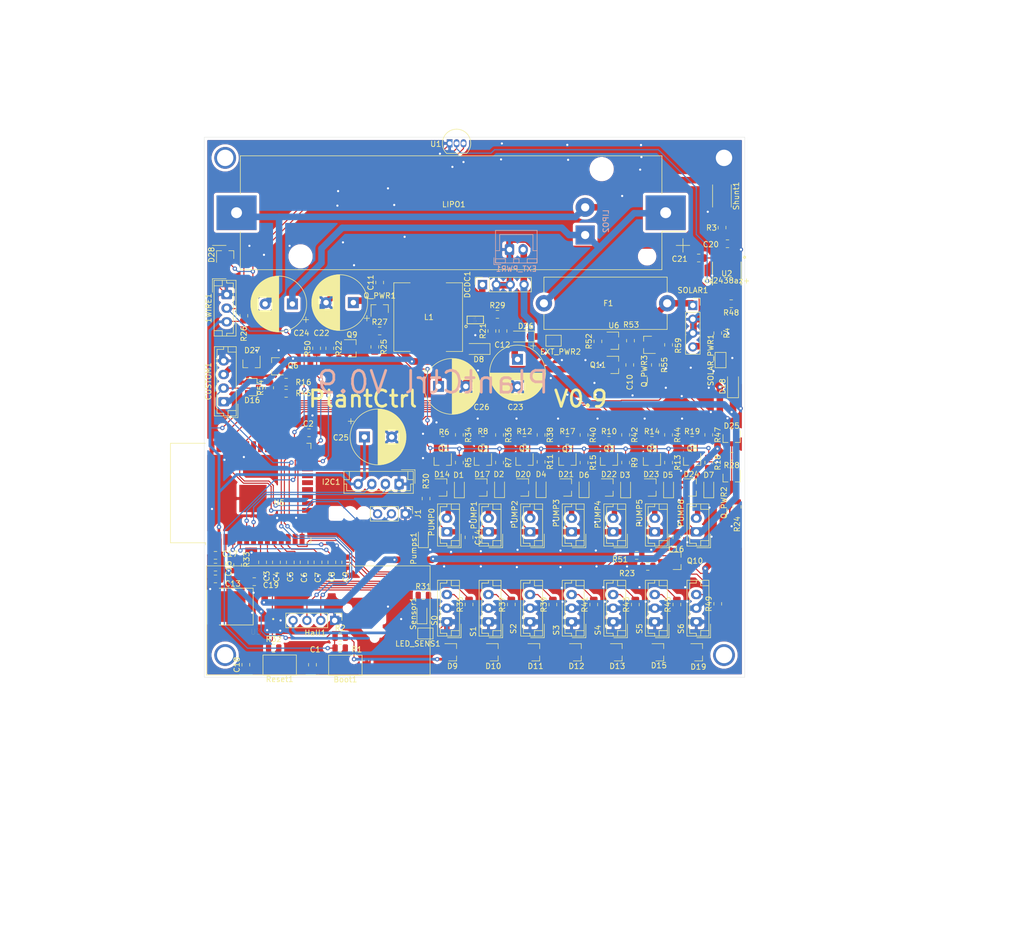
<source format=kicad_pcb>
(kicad_pcb (version 20171130) (host pcbnew 5.1.10)
  (layers (0 F.Cu signal) (31 B.Cu signal) (34 B.Paste user) (35 F.Paste user) (36 B.SilkS user) (37 F.SilkS user) (38 B.Mask user) (39 F.Mask user) (44 Edge.Cuts user))
  (net 0 "")
  (net 1 PLANT1_PUMP)
  (net 2 PLANT2_PUMP)
  (net 3 PLANT3_PUMP)
  (net 4 PLANT4_PUMP)
  (net 5 PLANT5_PUMP)
  (net 6 PLANT6_PUMP)
  (net 7 GND)
  (net 8 PLANT6_MOIST)
  (net 9 PLANT5_MOIST)
  (net 10 PLANT4_MOIST)
  (net 11 PLANT3_MOIST)
  (net 12 PLANT2_MOIST)
  (net 13 PLANT1_MOIST)
  (net 14 PLANT_CTRL_PUMP_0)
  (net 15 PUMP_PWR)
  (net 16 PWR_PUMP_CONVERTER)
  (net 17 3_3V)
  (net 18 Temp)
  (net 19 PLANT0_PUMP)
  (net 20 PWR_SENSORS)
  (net 21 PLANT0_MOIST)
  (net 22 "Net-(R35-Pad1)")
  (net 23 PLANT_CTRL_PUMP_1)
  (net 24 "Net-(R37-Pad1)")
  (net 25 PLANT_CTRL_PUMP_2)
  (net 26 "Net-(R39-Pad1)")
  (net 27 PLANT_CTRL_PUMP_3)
  (net 28 "Net-(R41-Pad1)")
  (net 29 PLANT_CTRL_PUMP_4)
  (net 30 "Net-(R43-Pad1)")
  (net 31 PLANT_CTRL_PUMP_5)
  (net 32 "Net-(R45-Pad1)")
  (net 33 PLANT_CTRL_PUMP_6)
  (net 34 "Net-(R49-Pad1)")
  (net 35 PUMP_ENABLE)
  (net 36 SENSORS_ENABLE)
  (net 37 "Net-(C10-Pad2)")
  (net 38 VCC_BATT)
  (net 39 "Net-(D8-Pad2)")
  (net 40 "Net-(R21-Pad2)")
  (net 41 "Net-(D1-Pad2)")
  (net 42 "Net-(D2-Pad2)")
  (net 43 "Net-(D3-Pad2)")
  (net 44 "Net-(D4-Pad2)")
  (net 45 "Net-(D5-Pad2)")
  (net 46 "Net-(D6-Pad2)")
  (net 47 "Net-(D7-Pad2)")
  (net 48 "Net-(Pumps1-Pad2)")
  (net 49 "Net-(Q1-Pad1)")
  (net 50 "Net-(Q2-Pad1)")
  (net 51 "Net-(Q3-Pad1)")
  (net 52 "Net-(Q4-Pad1)")
  (net 53 "Net-(Q5-Pad1)")
  (net 54 "Net-(Q6-Pad1)")
  (net 55 "Net-(Q7-Pad1)")
  (net 56 "Net-(Q8-Pad1)")
  (net 57 "Net-(Q9-Pad3)")
  (net 58 "Net-(Q9-Pad1)")
  (net 59 "Net-(Q10-Pad3)")
  (net 60 "Net-(Q10-Pad1)")
  (net 61 "Net-(Q_PWR1-Pad1)")
  (net 62 "Net-(Q_PWR2-Pad1)")
  (net 63 "Net-(R31-Pad1)")
  (net 64 "Net-(C12-Pad1)")
  (net 65 "Net-(C19-Pad2)")
  (net 66 VCC)
  (net 67 "Net-(C18-Pad2)")
  (net 68 "Net-(Q_PWR3-Pad1)")
  (net 69 SOLAR_IN)
  (net 70 "Net-(C2-Pad2)")
  (net 71 "Net-(C20-Pad1)")
  (net 72 "Net-(D18-Pad2)")
  (net 73 "Net-(I2C1-Pad3)")
  (net 74 "Net-(I2C1-Pad2)")
  (net 75 "Net-(C21-Pad1)")
  (net 76 "Net-(CUSTOM1-Pad3)")
  (net 77 "Net-(LED_SENS1-Pad1)")
  (net 78 Rsense+)
  (net 79 HALL_TX)
  (net 80 ESP_RX)
  (net 81 ESP_TX)
  (net 82 "Net-(Boot1-Pad2)")
  (net 83 CUSTOM_GPIO1)
  (net 84 VCC_FUSED_ALWAYS)
  (net 85 HALL_RX)
  (net 86 "Net-(Q11-Pad3)")
  (net 87 GPIO2)
  (net 88 "Net-(R52-Pad2)")
  (module Connector_JST:JST_EH_B3B-EH-A_1x03_P2.50mm_Vertical (layer F.Cu) (at 222.25 129.54 90)
    (fp_text reference S1 (at -1.778 -2.794 90) (layer F.SilkS))
    (fp_text value Conn_01x03_Male)
    (pad 3 thru_hole oval (at 5 0 90) (size 1.7 1.95) (drill 0.95) (layers *.Cu *.Mask) (net 24 "Net-(R37-Pad1)"))
    (pad 2 thru_hole oval (at 2.5 0 90) (size 1.7 1.95) (drill 0.95) (layers *.Cu *.Mask) (net 20 PWR_SENSORS))
    (pad 1 thru_hole roundrect (at 0 0 90) (size 1.7 1.95) (drill 0.95) (layers *.Cu *.Mask) (roundrect_rratio 0.147059) (net 7 GND))
  )
  (module Connector_PinHeader_2.54mm:PinHeader_1x03_P2.54mm_Vertical (layer F.Cu) (at 207.01 109.728 270)
    (fp_text reference J1 (at 0 -2.33 90) (layer F.SilkS))
    (fp_text value Conn_01x03_Female)
    (pad 3 thru_hole oval (at 0 5.08 270) (size 1.7 1.7) (drill 1) (layers *.Cu *.Mask) (net 80 ESP_RX))
    (pad 2 thru_hole oval (at 0 2.54 270) (size 1.7 1.7) (drill 1) (layers *.Cu *.Mask) (net 81 ESP_TX))
    (pad 1 thru_hole rect (at 0 0 270) (size 1.7 1.7) (drill 1) (layers *.Cu *.Mask) (net 7 GND))
  )
  (module Resistor_SMD:R_0805_2012Metric (layer F.Cu) (at 182.118 86.614 90)
    (fp_text reference R54 (at 0 -1.65 90) (layer F.SilkS))
    (fp_text value 10k)
    (pad 2 smd roundrect (at 0.9125 0 90) (size 1.025 1.4) (layers F.Cu F.Paste F.Mask) (roundrect_rratio 0.243902) (net 7 GND))
    (pad 1 smd roundrect (at -0.9125 0 90) (size 1.025 1.4) (layers F.Cu F.Paste F.Mask) (roundrect_rratio 0.243902) (net 83 CUSTOM_GPIO1))
  )
  (module Button_Switch_SMD:SW_SPST_CK_RS282G05A3 (layer F.Cu) (at 183.98 137.47 180)
    (fp_text reference Reset1 (at 0 -2.6) (layer F.SilkS))
    (fp_text value SW_Push)
    (pad 2 smd rect (at 3.9 0 180) (size 1.5 1.5) (layers F.Cu F.Paste F.Mask) (net 67 "Net-(C18-Pad2)"))
    (pad 1 smd rect (at -3.9 0 180) (size 1.5 1.5) (layers F.Cu F.Paste F.Mask) (net 7 GND))
  )
  (module Button_Switch_SMD:SW_SPST_CK_RS282G05A3 (layer F.Cu) (at 196.0245 137.5156 180)
    (fp_text reference Boot1 (at 0 -2.6) (layer F.SilkS))
    (fp_text value Boot)
    (pad 2 smd rect (at 3.9 0 180) (size 1.5 1.5) (layers F.Cu F.Paste F.Mask) (net 82 "Net-(Boot1-Pad2)"))
    (pad 1 smd rect (at -3.9 0 180) (size 1.5 1.5) (layers F.Cu F.Paste F.Mask) (net 7 GND))
  )
  (module Capacitor_THT:CP_Radial_D10.0mm_P5.00mm (layer F.Cu) (at 213.106 86.36)
    (fp_text reference C26 (at 7.874 3.81) (layer F.SilkS))
    (fp_text value 1000uF)
    (pad 2 thru_hole circle (at 5 0) (size 2 2) (drill 1) (layers *.Cu *.Mask) (net 7 GND))
    (pad 1 thru_hole rect (at 0 0) (size 2 2) (drill 1) (layers *.Cu *.Mask) (net 66 VCC))
  )
  (module Package_TO_SOT_SMD:SOT-23 (layer F.Cu) (at 173.99 62.23 90)
    (fp_text reference D28 (at 0 -2.5 90) (layer F.SilkS))
    (fp_text value BAS40-04)
    (pad 3 smd rect (at 1 0 90) (size 0.9 0.8) (layers F.Cu F.Paste F.Mask) (net 18 Temp))
    (pad 2 smd rect (at -1 0.95 90) (size 0.9 0.8) (layers F.Cu F.Paste F.Mask) (net 17 3_3V))
    (pad 1 smd rect (at -1 -0.95 90) (size 0.9 0.8) (layers F.Cu F.Paste F.Mask) (net 7 GND))
  )
  (module Jumper:SolderJumper-2_P1.3mm_Open_Pad1.0x1.5mm (layer F.Cu) (at 264.795 81.534 90)
    (fp_text reference SOLAR_PWR1 (at 0 -1.8 90) (layer F.SilkS))
    (fp_text value NC)
    (pad 1 smd rect (at -0.65 0 90) (size 1 1.5) (layers F.Cu F.Mask) (net 72 "Net-(D18-Pad2)"))
    (pad 2 smd rect (at 0.65 0 90) (size 1 1.5) (layers F.Cu F.Mask) (net 69 SOLAR_IN))
  )
  (module Connector_PinSocket_2.54mm:PinSocket_1x04_P2.54mm_Vertical (layer F.Cu) (at 259.715 71.501)
    (fp_text reference SOLAR1 (at 0 -2.77) (layer F.SilkS))
    (fp_text value Conn_01x04)
    (pad 4 thru_hole oval (at 0 7.62) (size 1.7 1.7) (drill 1) (layers *.Cu *.Mask) (net 69 SOLAR_IN))
    (pad 3 thru_hole oval (at 0 5.08) (size 1.7 1.7) (drill 1) (layers *.Cu *.Mask) (net 7 GND))
    (pad 2 thru_hole oval (at 0 2.54) (size 1.7 1.7) (drill 1) (layers *.Cu *.Mask) (net 7 GND))
    (pad 1 thru_hole rect (at 0 0) (size 1.7 1.7) (drill 1) (layers *.Cu *.Mask) (net 84 VCC_FUSED_ALWAYS))
  )
  (module Resistor_SMD:R_0805_2012Metric (layer F.Cu) (at 252.857 82.423 270)
    (fp_text reference R55 (at 0 -1.65 90) (layer F.SilkS))
    (fp_text value 1k)
    (pad 2 smd roundrect (at 0.9375 0 270) (size 0.975 1.4) (layers F.Cu F.Paste F.Mask) (net 86 "Net-(Q11-Pad3)"))
    (pad 1 smd roundrect (at -0.9375 0 270) (size 0.975 1.4) (layers F.Cu F.Paste F.Mask) (net 68 "Net-(Q_PWR3-Pad1)"))
  )
  (module Resistor_SMD:R_0805_2012Metric (layer F.Cu) (at 248.285 77.978 270)
    (fp_text reference R53 (at -2.921 -0.127 180) (layer F.SilkS))
    (fp_text value 100k)
    (pad 2 smd roundrect (at 0.9375 0 270) (size 0.975 1.4) (layers F.Cu F.Paste F.Mask) (net 37 "Net-(C10-Pad2)"))
    (pad 1 smd roundrect (at -0.9375 0 270) (size 0.975 1.4) (layers F.Cu F.Paste F.Mask) (net 84 VCC_FUSED_ALWAYS))
  )
  (module Resistor_SMD:R_0805_2012Metric (layer F.Cu) (at 242.316 78.105 90)
    (fp_text reference R52 (at 0 -1.65 90) (layer F.SilkS))
    (fp_text value 1k)
    (pad 2 smd roundrect (at 0.9375 0 90) (size 0.975 1.4) (layers F.Cu F.Paste F.Mask) (net 88 "Net-(R52-Pad2)"))
    (pad 1 smd roundrect (at -0.9375 0 90) (size 0.975 1.4) (layers F.Cu F.Paste F.Mask) (net 37 "Net-(C10-Pad2)"))
  )
  (module Resistor_SMD:R_0805_2012Metric (layer F.Cu) (at 201.422 79.121 270)
    (fp_text reference R25 (at 0 -1.65 90) (layer F.SilkS))
    (fp_text value 1k)
    (pad 2 smd roundrect (at 0.9375 0 270) (size 0.975 1.4) (layers F.Cu F.Paste F.Mask) (net 57 "Net-(Q9-Pad3)"))
    (pad 1 smd roundrect (at -0.9375 0 270) (size 0.975 1.4) (layers F.Cu F.Paste F.Mask) (net 61 "Net-(Q_PWR1-Pad1)"))
  )
  (module Resistor_SMD:R_0805_2012Metric (layer F.Cu) (at 267.843 108.458 270)
    (fp_text reference R24 (at 3.175 0 90) (layer F.SilkS))
    (fp_text value 1k)
    (pad 2 smd roundrect (at 0.9375 0 270) (size 0.975 1.4) (layers F.Cu F.Paste F.Mask) (net 59 "Net-(Q10-Pad3)"))
    (pad 1 smd roundrect (at -0.9375 0 270) (size 0.975 1.4) (layers F.Cu F.Paste F.Mask) (net 62 "Net-(Q_PWR2-Pad1)"))
  )
  (module Package_TO_SOT_SMD:SOT-23 (layer F.Cu) (at 245.364 82.423)
    (fp_text reference Q11 (at -3.048 0) (layer F.SilkS))
    (fp_text value "N-channel 30V 5A")
    (pad 3 smd rect (at 1 0) (size 0.9 0.8) (layers F.Cu F.Paste F.Mask) (net 86 "Net-(Q11-Pad3)"))
    (pad 2 smd rect (at -1 0.95) (size 0.9 0.8) (layers F.Cu F.Paste F.Mask) (net 7 GND))
    (pad 1 smd rect (at -1 -0.95) (size 0.9 0.8) (layers F.Cu F.Paste F.Mask) (net 37 "Net-(C10-Pad2)"))
  )
  (module Package_TO_SOT_SMD:SOT-23 (layer F.Cu) (at 178.816 82.169 270)
    (fp_text reference D27 (at -2.413 -0.127 180) (layer F.SilkS))
    (fp_text value BAS40-04)
    (pad 3 smd rect (at 1 0 270) (size 0.9 0.8) (layers F.Cu F.Paste F.Mask) (net 76 "Net-(CUSTOM1-Pad3)"))
    (pad 2 smd rect (at -1 0.95 270) (size 0.9 0.8) (layers F.Cu F.Paste F.Mask) (net 66 VCC))
    (pad 1 smd rect (at -1 -0.95 270) (size 0.9 0.8) (layers F.Cu F.Paste F.Mask) (net 7 GND))
  )
  (module Capacitor_THT:CP_Radial_D10.0mm_P5.00mm (layer F.Cu) (at 199.517 95.631)
    (fp_text reference C25 (at -4.318 0.127) (layer F.SilkS))
    (fp_text value 1000uF)
    (pad 2 thru_hole circle (at 5 0) (size 2 2) (drill 1) (layers *.Cu *.Mask) (net 7 GND))
    (pad 1 thru_hole rect (at 0 0) (size 2 2) (drill 1) (layers *.Cu *.Mask) (net 17 3_3V))
  )
  (module Capacitor_SMD:C_0805_2012Metric (layer F.Cu) (at 248.158 82.423 90)
    (fp_text reference C10 (at -3.175 0 90) (layer F.SilkS))
    (fp_text value 100n)
    (pad 2 smd roundrect (at 0.9375 0 90) (size 0.975 1.4) (layers F.Cu F.Paste F.Mask) (net 37 "Net-(C10-Pad2)"))
    (pad 1 smd roundrect (at -0.9375 0 90) (size 0.975 1.4) (layers F.Cu F.Paste F.Mask) (net 7 GND))
  )
  (module LED_SMD:LED_0805_2012Metric_Castellated (layer F.Cu) (at 210.058 128.016 90)
    (fp_text reference Sensor1 (at 0 -1.6 90) (layer F.SilkS))
    (fp_text value LED_green)
    (pad 2 smd roundrect (at 0.9625 0 90) (size 1.325 1.3) (layers F.Cu F.Paste F.Mask) (roundrect_rratio 0.192308) (net 63 "Net-(R31-Pad1)"))
    (pad 1 smd roundrect (at -0.9625 0 90) (size 1.325 1.3) (layers F.Cu F.Paste F.Mask) (roundrect_rratio 0.192308) (net 77 "Net-(LED_SENS1-Pad1)"))
  )
  (module Resistor_SMD:R_0805_2012Metric (layer F.Cu) (at 255.27 78.74 90)
    (fp_text reference R59 (at -0.127 1.778 90) (layer F.SilkS))
    (fp_text value 10k)
    (pad 2 smd roundrect (at 0.9375 0 90) (size 0.975 1.4) (layers F.Cu F.Paste F.Mask) (net 84 VCC_FUSED_ALWAYS))
    (pad 1 smd roundrect (at -0.9375 0 90) (size 0.975 1.4) (layers F.Cu F.Paste F.Mask) (net 68 "Net-(Q_PWR3-Pad1)"))
  )
  (module Resistor_SMD:R_0805_2012Metric (layer F.Cu) (at 249.428 117.348 180)
    (fp_text reference R51 (at 3.048 -0.762) (layer F.SilkS))
    (fp_text value 1k)
    (pad 2 smd roundrect (at 0.9375 0 180) (size 0.975 1.4) (layers F.Cu F.Paste F.Mask) (net 36 SENSORS_ENABLE))
    (pad 1 smd roundrect (at -0.9375 0 180) (size 0.975 1.4) (layers F.Cu F.Paste F.Mask) (net 60 "Net-(Q10-Pad1)"))
  )
  (module Resistor_SMD:R_0805_2012Metric (layer F.Cu) (at 190.754 79.375 270)
    (fp_text reference R50 (at 0 1.651 90) (layer F.SilkS))
    (fp_text value 1k)
    (pad 2 smd roundrect (at 0.9375 0 270) (size 0.975 1.4) (layers F.Cu F.Paste F.Mask) (net 35 PUMP_ENABLE))
    (pad 1 smd roundrect (at -0.9375 0 270) (size 0.975 1.4) (layers F.Cu F.Paste F.Mask) (net 58 "Net-(Q9-Pad1)"))
  )
  (module Resistor_SMD:R_0805_2012Metric (layer F.Cu) (at 264.287 126.238 90)
    (fp_text reference R49 (at 0 -1.65 90) (layer F.SilkS))
    (fp_text value 1k)
    (pad 2 smd roundrect (at 0.9375 0 90) (size 0.975 1.4) (layers F.Cu F.Paste F.Mask) (net 8 PLANT6_MOIST))
    (pad 1 smd roundrect (at -0.9375 0 90) (size 0.975 1.4) (layers F.Cu F.Paste F.Mask) (net 34 "Net-(R49-Pad1)"))
  )
  (module Resistor_SMD:R_0805_2012Metric (layer F.Cu) (at 266.7508 71.1962 180)
    (fp_text reference R48 (at 0 -1.65) (layer F.SilkS))
    (fp_text value 1k)
    (pad 2 smd roundrect (at 0.9375 0 180) (size 0.975 1.4) (layers F.Cu F.Paste F.Mask) (net 75 "Net-(C21-Pad1)"))
    (pad 1 smd roundrect (at -0.9375 0 180) (size 0.975 1.4) (layers F.Cu F.Paste F.Mask) (net 78 Rsense+))
  )
  (module Resistor_SMD:R_0805_2012Metric (layer F.Cu) (at 262.636 95.25 270)
    (fp_text reference R47 (at 0 -1.65 90) (layer F.SilkS))
    (fp_text value 1k)
    (pad 2 smd roundrect (at 0.9375 0 270) (size 0.975 1.4) (layers F.Cu F.Paste F.Mask) (net 56 "Net-(Q8-Pad1)"))
    (pad 1 smd roundrect (at -0.9375 0 270) (size 0.975 1.4) (layers F.Cu F.Paste F.Mask) (net 33 PLANT_CTRL_PUMP_6))
  )
  (module Resistor_SMD:R_0805_2012Metric (layer F.Cu) (at 185.166 87.63)
    (fp_text reference R46 (at 3.175 0) (layer F.SilkS))
    (fp_text value 1k)
    (pad 2 smd roundrect (at 0.9375 0) (size 0.975 1.4) (layers F.Cu F.Paste F.Mask) (net 87 GPIO2))
    (pad 1 smd roundrect (at -0.9375 0) (size 0.975 1.4) (layers F.Cu F.Paste F.Mask) (net 54 "Net-(Q6-Pad1)"))
  )
  (module Resistor_SMD:R_0805_2012Metric (layer F.Cu) (at 256.794 126.365 90)
    (fp_text reference R45 (at 0 -1.65 90) (layer F.SilkS))
    (fp_text value 1k)
    (pad 2 smd roundrect (at 0.9375 0 90) (size 0.975 1.4) (layers F.Cu F.Paste F.Mask) (net 9 PLANT5_MOIST))
    (pad 1 smd roundrect (at -0.9375 0 90) (size 0.975 1.4) (layers F.Cu F.Paste F.Mask) (net 32 "Net-(R45-Pad1)"))
  )
  (module Resistor_SMD:R_0805_2012Metric (layer F.Cu) (at 255.27 95.25 270)
    (fp_text reference R44 (at 0 -1.65 90) (layer F.SilkS))
    (fp_text value 1k)
    (pad 2 smd roundrect (at 0.9375 0 270) (size 0.975 1.4) (layers F.Cu F.Paste F.Mask) (net 53 "Net-(Q5-Pad1)"))
    (pad 1 smd roundrect (at -0.9375 0 270) (size 0.975 1.4) (layers F.Cu F.Paste F.Mask) (net 31 PLANT_CTRL_PUMP_5))
  )
  (module Resistor_SMD:R_0805_2012Metric (layer F.Cu) (at 249.174 126.365 90)
    (fp_text reference R43 (at 0 -1.65 90) (layer F.SilkS))
    (fp_text value 1k)
    (pad 2 smd roundrect (at 0.9375 0 90) (size 0.975 1.4) (layers F.Cu F.Paste F.Mask) (net 10 PLANT4_MOIST))
    (pad 1 smd roundrect (at -0.9375 0 90) (size 0.975 1.4) (layers F.Cu F.Paste F.Mask) (net 30 "Net-(R43-Pad1)"))
  )
  (module Resistor_SMD:R_0805_2012Metric (layer F.Cu) (at 247.396 95.25 270)
    (fp_text reference R42 (at 0 -1.65 90) (layer F.SilkS))
    (fp_text value 1k)
    (pad 2 smd roundrect (at 0.9375 0 270) (size 0.975 1.4) (layers F.Cu F.Paste F.Mask) (net 51 "Net-(Q3-Pad1)"))
    (pad 1 smd roundrect (at -0.9375 0 270) (size 0.975 1.4) (layers F.Cu F.Paste F.Mask) (net 29 PLANT_CTRL_PUMP_4))
  )
  (module Resistor_SMD:R_0805_2012Metric (layer F.Cu) (at 241.554 126.365 90)
    (fp_text reference R41 (at 0 -1.65 90) (layer F.SilkS))
    (fp_text value 1k)
    (pad 2 smd roundrect (at 0.9375 0 90) (size 0.975 1.4) (layers F.Cu F.Paste F.Mask) (net 11 PLANT3_MOIST))
    (pad 1 smd roundrect (at -0.9375 0 90) (size 0.975 1.4) (layers F.Cu F.Paste F.Mask) (net 28 "Net-(R41-Pad1)"))
  )
  (module Resistor_SMD:R_0805_2012Metric (layer F.Cu) (at 239.776 95.266 270)
    (fp_text reference R40 (at 0 -1.65 90) (layer F.SilkS))
    (fp_text value 1k)
    (pad 2 smd roundrect (at 0.9375 0 270) (size 0.975 1.4) (layers F.Cu F.Paste F.Mask) (net 55 "Net-(Q7-Pad1)"))
    (pad 1 smd roundrect (at -0.9375 0 270) (size 0.975 1.4) (layers F.Cu F.Paste F.Mask) (net 27 PLANT_CTRL_PUMP_3))
  )
  (module Resistor_SMD:R_0805_2012Metric (layer F.Cu) (at 234.061 126.365 90)
    (fp_text reference R39 (at 0 -1.65 90) (layer F.SilkS))
    (fp_text value 1k)
    (pad 2 smd roundrect (at 0.9375 0 90) (size 0.975 1.4) (layers F.Cu F.Paste F.Mask) (net 12 PLANT2_MOIST))
    (pad 1 smd roundrect (at -0.9375 0 90) (size 0.975 1.4) (layers F.Cu F.Paste F.Mask) (net 26 "Net-(R39-Pad1)"))
  )
  (module Resistor_SMD:R_0805_2012Metric (layer F.Cu) (at 231.902 95.266 270)
    (fp_text reference R38 (at 0 -1.65 90) (layer F.SilkS))
    (fp_text value 1k)
    (pad 2 smd roundrect (at 0.9375 0 270) (size 0.975 1.4) (layers F.Cu F.Paste F.Mask) (net 52 "Net-(Q4-Pad1)"))
    (pad 1 smd roundrect (at -0.9375 0 270) (size 0.975 1.4) (layers F.Cu F.Paste F.Mask) (net 25 PLANT_CTRL_PUMP_2))
  )
  (module Resistor_SMD:R_0805_2012Metric (layer F.Cu) (at 226.441 126.349 90)
    (fp_text reference R37 (at 0 -1.65 90) (layer F.SilkS))
    (fp_text value 1k)
    (pad 2 smd roundrect (at 0.9375 0 90) (size 0.975 1.4) (layers F.Cu F.Paste F.Mask) (net 13 PLANT1_MOIST))
    (pad 1 smd roundrect (at -0.9375 0 90) (size 0.975 1.4) (layers F.Cu F.Paste F.Mask) (net 24 "Net-(R37-Pad1)"))
  )
  (module Resistor_SMD:R_0805_2012Metric (layer F.Cu) (at 224.282 95.266 270)
    (fp_text reference R36 (at 0 -1.65 90) (layer F.SilkS))
    (fp_text value 1k)
    (pad 2 smd roundrect (at 0.9375 0 270) (size 0.975 1.4) (layers F.Cu F.Paste F.Mask) (net 50 "Net-(Q2-Pad1)"))
    (pad 1 smd roundrect (at -0.9375 0 270) (size 0.975 1.4) (layers F.Cu F.Paste F.Mask) (net 23 PLANT_CTRL_PUMP_1))
  )
  (module Resistor_SMD:R_0805_2012Metric (layer F.Cu) (at 218.694 126.349 90)
    (fp_text reference R35 (at 0 -1.65 90) (layer F.SilkS))
    (fp_text value 1k)
    (pad 2 smd roundrect (at 0.9375 0 90) (size 0.975 1.4) (layers F.Cu F.Paste F.Mask) (net 21 PLANT0_MOIST))
    (pad 1 smd roundrect (at -0.9375 0 90) (size 0.975 1.4) (layers F.Cu F.Paste F.Mask) (net 22 "Net-(R35-Pad1)"))
  )
  (module Resistor_SMD:R_0805_2012Metric (layer F.Cu) (at 216.916 95.25 270)
    (fp_text reference R34 (at 0 -1.65 90) (layer F.SilkS))
    (fp_text value 1k)
    (pad 2 smd roundrect (at 0.9375 0 270) (size 0.975 1.4) (layers F.Cu F.Paste F.Mask) (net 49 "Net-(Q1-Pad1)"))
    (pad 1 smd roundrect (at -0.9375 0 270) (size 0.975 1.4) (layers F.Cu F.Paste F.Mask) (net 14 PLANT_CTRL_PUMP_0))
  )
  (module Resistor_SMD:R_0805_2012Metric (layer F.Cu) (at 176.276 119.126 270)
    (fp_text reference R33 (at -1.016 -1.651 90) (layer F.SilkS))
    (fp_text value 10k)
    (pad 2 smd roundrect (at 0.9375 0 270) (size 0.975 1.4) (layers F.Cu F.Paste F.Mask) (net 17 3_3V))
    (pad 1 smd roundrect (at -0.9375 0 270) (size 0.975 1.4) (layers F.Cu F.Paste F.Mask) (net 65 "Net-(C19-Pad2)"))
  )
  (module Resistor_SMD:R_0805_2012Metric (layer F.Cu) (at 182.88 134.366)
    (fp_text reference R32 (at 0 -1.65) (layer F.SilkS))
    (fp_text value 1k)
    (pad 2 smd roundrect (at 0.9375 0) (size 0.975 1.4) (layers F.Cu F.Paste F.Mask) (net 67 "Net-(C18-Pad2)"))
    (pad 1 smd roundrect (at -0.9375 0) (size 0.975 1.4) (layers F.Cu F.Paste F.Mask) (net 65 "Net-(C19-Pad2)"))
  )
  (module Resistor_SMD:R_0805_2012Metric (layer F.Cu) (at 210.312 124.714)
    (fp_text reference R31 (at 0 -1.65) (layer F.SilkS))
    (fp_text value 4,7K)
    (pad 2 smd roundrect (at 0.9375 0) (size 0.975 1.4) (layers F.Cu F.Paste F.Mask) (net 20 PWR_SENSORS))
    (pad 1 smd roundrect (at -0.9375 0) (size 0.975 1.4) (layers F.Cu F.Paste F.Mask) (net 63 "Net-(R31-Pad1)"))
  )
  (module Resistor_SMD:R_0805_2012Metric (layer F.Cu) (at 210.82 106.934 270)
    (fp_text reference R30 (at -3.175 0 90) (layer F.SilkS))
    (fp_text value 270)
    (pad 2 smd roundrect (at 0.9375 0 270) (size 0.975 1.4) (layers F.Cu F.Paste F.Mask) (net 48 "Net-(Pumps1-Pad2)"))
    (pad 1 smd roundrect (at -0.9375 0 270) (size 0.975 1.4) (layers F.Cu F.Paste F.Mask) (net 16 PWR_PUMP_CONVERTER))
  )
  (module Resistor_SMD:R_0805_2012Metric (layer F.Cu) (at 223.901 73.152)
    (fp_text reference R29 (at 0 -1.65) (layer F.SilkS))
    (fp_text value 1k)
    (pad 2 smd roundrect (at 0.9375 0) (size 0.975 1.4) (layers F.Cu F.Paste F.Mask) (net 7 GND))
    (pad 1 smd roundrect (at -0.9375 0) (size 0.975 1.4) (layers F.Cu F.Paste F.Mask) (net 40 "Net-(R21-Pad2)"))
  )
  (module Resistor_SMD:R_0805_2012Metric (layer F.Cu) (at 266.827 99.187 180)
    (fp_text reference R28 (at 0 -1.65) (layer F.SilkS))
    (fp_text value 10k)
    (pad 2 smd roundrect (at 0.9375 0 180) (size 0.975 1.4) (layers F.Cu F.Paste F.Mask) (net 66 VCC))
    (pad 1 smd roundrect (at -0.9375 0 180) (size 0.975 1.4) (layers F.Cu F.Paste F.Mask) (net 62 "Net-(Q_PWR2-Pad1)"))
  )
  (module Resistor_SMD:R_0805_2012Metric (layer F.Cu) (at 202.311 76.2)
    (fp_text reference R27 (at 0 -1.65) (layer F.SilkS))
    (fp_text value 10k)
    (pad 2 smd roundrect (at 0.9375 0) (size 0.975 1.4) (layers F.Cu F.Paste F.Mask) (net 66 VCC))
    (pad 1 smd roundrect (at -0.9375 0) (size 0.975 1.4) (layers F.Cu F.Paste F.Mask) (net 61 "Net-(Q_PWR1-Pad1)"))
  )
  (module Resistor_SMD:R_0805_2012Metric (layer F.Cu) (at 177.419 73.406 270)
    (fp_text reference R26 (at 3.302 0 90) (layer F.SilkS))
    (fp_text value 2.2k)
    (pad 2 smd roundrect (at 0.9375 0 270) (size 0.975 1.4) (layers F.Cu F.Paste F.Mask) (net 17 3_3V))
    (pad 1 smd roundrect (at -0.9375 0 270) (size 0.975 1.4) (layers F.Cu F.Paste F.Mask) (net 18 Temp))
  )
  (module Resistor_SMD:R_0805_2012Metric (layer F.Cu) (at 251.46 119.38)
    (fp_text reference R23 (at -3.81 1.27) (layer F.SilkS))
    (fp_text value 10k)
    (pad 2 smd roundrect (at 0.9375 0) (size 0.975 1.4) (layers F.Cu F.Paste F.Mask) (net 7 GND))
    (pad 1 smd roundrect (at -0.9375 0) (size 0.975 1.4) (layers F.Cu F.Paste F.Mask) (net 60 "Net-(Q10-Pad1)"))
  )
  (module Resistor_SMD:R_0805_2012Metric (layer F.Cu) (at 193.167 79.375 270)
    (fp_text reference R22 (at 0 -1.65 90) (layer F.SilkS))
    (fp_text value 10k)
    (pad 2 smd roundrect (at 0.9375 0 270) (size 0.975 1.4) (layers F.Cu F.Paste F.Mask) (net 7 GND))
    (pad 1 smd roundrect (at -0.9375 0 270) (size 0.975 1.4) (layers F.Cu F.Paste F.Mask) (net 58 "Net-(Q9-Pad1)"))
  )
  (module Resistor_SMD:R_0805_2012Metric (layer F.Cu) (at 222.885 76.2 90)
    (fp_text reference R21 (at 0 -1.65 90) (layer F.SilkS))
    (fp_text value 19k-19.5K)
    (pad 2 smd roundrect (at 0.9375 0 90) (size 0.975 1.4) (layers F.Cu F.Paste F.Mask) (net 40 "Net-(R21-Pad2)"))
    (pad 1 smd roundrect (at -0.9375 0 90) (size 0.975 1.4) (layers F.Cu F.Paste F.Mask) (net 64 "Net-(C12-Pad1)"))
  )
  (module Resistor_SMD:R_0805_2012Metric (layer F.Cu) (at 259.572 96.266 180)
    (fp_text reference R19 (at -0.016 1.651) (layer F.SilkS))
    (fp_text value 10k)
    (pad 2 smd roundrect (at 0.9375 0 180) (size 0.975 1.4) (layers F.Cu F.Paste F.Mask) (net 7 GND))
    (pad 1 smd roundrect (at -0.9375 0 180) (size 0.975 1.4) (layers F.Cu F.Paste F.Mask) (net 56 "Net-(Q8-Pad1)"))
  )
  (module Resistor_SMD:R_0805_2012Metric (layer F.Cu) (at 262.636 100.314 270)
    (fp_text reference R18 (at 0 -1.65 90) (layer F.SilkS))
    (fp_text value 270)
    (pad 2 smd roundrect (at 0.9375 0 270) (size 0.975 1.4) (layers F.Cu F.Paste F.Mask) (net 47 "Net-(D7-Pad2)"))
    (pad 1 smd roundrect (at -0.9375 0 270) (size 0.975 1.4) (layers F.Cu F.Paste F.Mask) (net 16 PWR_PUMP_CONVERTER))
  )
  (module Resistor_SMD:R_0805_2012Metric (layer F.Cu) (at 236.712 96.266 180)
    (fp_text reference R17 (at -0.016 1.651) (layer F.SilkS))
    (fp_text value 10K)
    (pad 2 smd roundrect (at 0.9375 0 180) (size 0.975 1.4) (layers F.Cu F.Paste F.Mask) (net 7 GND))
    (pad 1 smd roundrect (at -0.9375 0 180) (size 0.975 1.4) (layers F.Cu F.Paste F.Mask) (net 55 "Net-(Q7-Pad1)"))
  )
  (module Resistor_SMD:R_0805_2012Metric (layer F.Cu) (at 185.166 85.598)
    (fp_text reference R16 (at 3.175 0) (layer F.SilkS))
    (fp_text value 10k)
    (pad 2 smd roundrect (at 0.9375 0) (size 0.975 1.4) (layers F.Cu F.Paste F.Mask) (net 7 GND))
    (pad 1 smd roundrect (at -0.9375 0) (size 0.975 1.4) (layers F.Cu F.Paste F.Mask) (net 54 "Net-(Q6-Pad1)"))
  )
  (module Resistor_SMD:R_0805_2012Metric (layer F.Cu) (at 239.776 100.346 270)
    (fp_text reference R15 (at 0 -1.65 90) (layer F.SilkS))
    (fp_text value 270)
    (pad 2 smd roundrect (at 0.9375 0 270) (size 0.975 1.4) (layers F.Cu F.Paste F.Mask) (net 46 "Net-(D6-Pad2)"))
    (pad 1 smd roundrect (at -0.9375 0 270) (size 0.975 1.4) (layers F.Cu F.Paste F.Mask) (net 16 PWR_PUMP_CONVERTER))
  )
  (module Resistor_SMD:R_0805_2012Metric (layer F.Cu) (at 252.222 96.266 180)
    (fp_text reference R14 (at 0 1.651) (layer F.SilkS))
    (fp_text value 10k)
    (pad 2 smd roundrect (at 0.9375 0 180) (size 0.975 1.4) (layers F.Cu F.Paste F.Mask) (net 7 GND))
    (pad 1 smd roundrect (at -0.9375 0 180) (size 0.975 1.4) (layers F.Cu F.Paste F.Mask) (net 53 "Net-(Q5-Pad1)"))
  )
  (module Resistor_SMD:R_0805_2012Metric (layer F.Cu) (at 255.27 100.33 270)
    (fp_text reference R13 (at 0 -1.65 90) (layer F.SilkS))
    (fp_text value 270)
    (pad 2 smd roundrect (at 0.9375 0 270) (size 0.975 1.4) (layers F.Cu F.Paste F.Mask) (net 45 "Net-(D5-Pad2)"))
    (pad 1 smd roundrect (at -0.9375 0 270) (size 0.975 1.4) (layers F.Cu F.Paste F.Mask) (net 16 PWR_PUMP_CONVERTER))
  )
  (module Resistor_SMD:R_0805_2012Metric (layer F.Cu) (at 228.838 96.266 180)
    (fp_text reference R12 (at 0 1.651) (layer F.SilkS))
    (fp_text value 10k)
    (pad 2 smd roundrect (at 0.9375 0 180) (size 0.975 1.4) (layers F.Cu F.Paste F.Mask) (net 7 GND))
    (pad 1 smd roundrect (at -0.9375 0 180) (size 0.975 1.4) (layers F.Cu F.Paste F.Mask) (net 52 "Net-(Q4-Pad1)"))
  )
  (module Resistor_SMD:R_0805_2012Metric (layer F.Cu) (at 231.902 100.203 270)
    (fp_text reference R11 (at 0 -1.65 90) (layer F.SilkS))
    (fp_text value 270)
    (pad 2 smd roundrect (at 0.9375 0 270) (size 0.975 1.4) (layers F.Cu F.Paste F.Mask) (net 44 "Net-(D4-Pad2)"))
    (pad 1 smd roundrect (at -0.9375 0 270) (size 0.975 1.4) (layers F.Cu F.Paste F.Mask) (net 16 PWR_PUMP_CONVERTER))
  )
  (module Resistor_SMD:R_0805_2012Metric (layer F.Cu) (at 244.348 96.266 180)
    (fp_text reference R10 (at 0 1.651) (layer F.SilkS))
    (fp_text value 10K)
    (pad 2 smd roundrect (at 0.9375 0 180) (size 0.975 1.4) (layers F.Cu F.Paste F.Mask) (net 7 GND))
    (pad 1 smd roundrect (at -0.9375 0 180) (size 0.975 1.4) (layers F.Cu F.Paste F.Mask) (net 51 "Net-(Q3-Pad1)"))
  )
  (module Resistor_SMD:R_0805_2012Metric (layer F.Cu) (at 247.396 100.33 270)
    (fp_text reference R9 (at 0 -1.65 90) (layer F.SilkS))
    (fp_text value 270)
    (pad 2 smd roundrect (at 0.9375 0 270) (size 0.975 1.4) (layers F.Cu F.Paste F.Mask) (net 43 "Net-(D3-Pad2)"))
    (pad 1 smd roundrect (at -0.9375 0 270) (size 0.975 1.4) (layers F.Cu F.Paste F.Mask) (net 16 PWR_PUMP_CONVERTER))
  )
  (module Resistor_SMD:R_0805_2012Metric (layer F.Cu) (at 221.234 96.266)
    (fp_text reference R8 (at 0 -1.65) (layer F.SilkS))
    (fp_text value 10k)
    (pad 2 smd roundrect (at 0.9375 0) (size 0.975 1.4) (layers F.Cu F.Paste F.Mask) (net 50 "Net-(Q2-Pad1)"))
    (pad 1 smd roundrect (at -0.9375 0) (size 0.975 1.4) (layers F.Cu F.Paste F.Mask) (net 7 GND))
  )
  (module Resistor_SMD:R_0805_2012Metric (layer F.Cu) (at 224.282 100.33 270)
    (fp_text reference R7 (at 0 -1.65 90) (layer F.SilkS))
    (fp_text value 270)
    (pad 2 smd roundrect (at 0.9375 0 270) (size 0.975 1.4) (layers F.Cu F.Paste F.Mask) (net 42 "Net-(D2-Pad2)"))
    (pad 1 smd roundrect (at -0.9375 0 270) (size 0.975 1.4) (layers F.Cu F.Paste F.Mask) (net 16 PWR_PUMP_CONVERTER))
  )
  (module Resistor_SMD:R_0805_2012Metric (layer F.Cu) (at 213.868 96.266 180)
    (fp_text reference R6 (at -0.254 1.524) (layer F.SilkS))
    (fp_text value 10k)
    (pad 2 smd roundrect (at 0.9375 0 180) (size 0.975 1.4) (layers F.Cu F.Paste F.Mask) (net 7 GND))
    (pad 1 smd roundrect (at -0.9375 0 180) (size 0.975 1.4) (layers F.Cu F.Paste F.Mask) (net 49 "Net-(Q1-Pad1)"))
  )
  (module Resistor_SMD:R_0805_2012Metric (layer F.Cu) (at 216.916 100.33 270)
    (fp_text reference R5 (at 0 -1.65 90) (layer F.SilkS))
    (fp_text value 270)
    (pad 2 smd roundrect (at 0.9375 0 270) (size 0.975 1.4) (layers F.Cu F.Paste F.Mask) (net 41 "Net-(D1-Pad2)"))
    (pad 1 smd roundrect (at -0.9375 0 270) (size 0.975 1.4) (layers F.Cu F.Paste F.Mask) (net 16 PWR_PUMP_CONVERTER))
  )
  (module Resistor_SMD:R_0805_2012Metric (layer F.Cu) (at 264.287 76.581 270)
    (fp_text reference R4 (at 0 -1.65 90) (layer F.SilkS))
    (fp_text value 10k)
    (pad 2 smd roundrect (at 0.9375 0 270) (size 0.975 1.4) (layers F.Cu F.Paste F.Mask) (net 69 SOLAR_IN))
    (pad 1 smd roundrect (at -0.9375 0 270) (size 0.975 1.4) (layers F.Cu F.Paste F.Mask) (net 75 "Net-(C21-Pad1)"))
  )
  (module Resistor_SMD:R_0805_2012Metric (layer F.Cu) (at 265.0744 57.2352 270)
    (fp_text reference R3 (at 0.0418 1.9304 180) (layer F.SilkS))
    (fp_text value 100k)
    (pad 2 smd roundrect (at 0.9375 0 270) (size 0.975 1.4) (layers F.Cu F.Paste F.Mask) (net 71 "Net-(C20-Pad1)"))
    (pad 1 smd roundrect (at -0.9375 0 270) (size 0.975 1.4) (layers F.Cu F.Paste F.Mask) (net 7 GND))
  )
  (module Resistor_SMD:R_0805_2012Metric (layer F.Cu) (at 195.072 132.334)
    (fp_text reference R2 (at 0 -1.65) (layer F.SilkS))
    (fp_text value 1k)
    (pad 2 smd roundrect (at 0.9375 0) (size 0.975 1.4) (layers F.Cu F.Paste F.Mask) (net 17 3_3V))
    (pad 1 smd roundrect (at -0.9375 0) (size 0.975 1.4) (layers F.Cu F.Paste F.Mask) (net 70 "Net-(C2-Pad2)"))
  )
  (module Resistor_SMD:R_0805_2012Metric (layer F.Cu) (at 195.072 134.366)
    (fp_text reference R1 (at 3.048 0.254) (layer F.SilkS))
    (fp_text value 1k)
    (pad 2 smd roundrect (at 0.9375 0) (size 0.975 1.4) (layers F.Cu F.Paste F.Mask) (net 82 "Net-(Boot1-Pad2)"))
    (pad 1 smd roundrect (at -0.9375 0) (size 0.975 1.4) (layers F.Cu F.Paste F.Mask) (net 70 "Net-(C2-Pad2)"))
  )
  (module Package_TO_SOT_SMD:SOT-23 (layer F.Cu) (at 251.46 78.74 180)
    (fp_text reference Q_PWR3 (at 0.635 -4.826 90) (layer F.SilkS))
    (fp_text value "P-channel 50v 4A")
    (pad 3 smd rect (at 1 0 180) (size 0.9 0.8) (layers F.Cu F.Paste F.Mask) (net 66 VCC))
    (pad 2 smd rect (at -1 0.95 180) (size 0.9 0.8) (layers F.Cu F.Paste F.Mask) (net 84 VCC_FUSED_ALWAYS))
    (pad 1 smd rect (at -1 -0.95 180) (size 0.9 0.8) (layers F.Cu F.Paste F.Mask) (net 68 "Net-(Q_PWR3-Pad1)"))
  )
  (module Package_TO_SOT_SMD:SOT-23 (layer F.Cu) (at 266.827 103.124 270)
    (fp_text reference Q_PWR2 (at 4.572 1.397 90) (layer F.SilkS))
    (fp_text value "P-channel 50v 4A")
    (pad 3 smd rect (at 1 0 270) (size 0.9 0.8) (layers F.Cu F.Paste F.Mask) (net 20 PWR_SENSORS))
    (pad 2 smd rect (at -1 0.95 270) (size 0.9 0.8) (layers F.Cu F.Paste F.Mask) (net 66 VCC))
    (pad 1 smd rect (at -1 -0.95 270) (size 0.9 0.8) (layers F.Cu F.Paste F.Mask) (net 62 "Net-(Q_PWR2-Pad1)"))
  )
  (module Package_TO_SOT_SMD:SOT-23 (layer F.Cu) (at 202.311 72.136 90)
    (fp_text reference Q_PWR1 (at 2.413 0 180) (layer F.SilkS))
    (fp_text value "P-channel 50v 4A")
    (pad 3 smd rect (at 1 0 90) (size 0.9 0.8) (layers F.Cu F.Paste F.Mask) (net 16 PWR_PUMP_CONVERTER))
    (pad 2 smd rect (at -1 0.95 90) (size 0.9 0.8) (layers F.Cu F.Paste F.Mask) (net 66 VCC))
    (pad 1 smd rect (at -1 -0.95 90) (size 0.9 0.8) (layers F.Cu F.Paste F.Mask) (net 61 "Net-(Q_PWR1-Pad1)"))
  )
  (module Package_TO_SOT_SMD:SOT-23 (layer F.Cu) (at 256.794 118.364)
    (fp_text reference Q10 (at 3.302 0) (layer F.SilkS))
    (fp_text value "N-channel 30V 5A")
    (pad 3 smd rect (at 1 0) (size 0.9 0.8) (layers F.Cu F.Paste F.Mask) (net 59 "Net-(Q10-Pad3)"))
    (pad 2 smd rect (at -1 0.95) (size 0.9 0.8) (layers F.Cu F.Paste F.Mask) (net 7 GND))
    (pad 1 smd rect (at -1 -0.95) (size 0.9 0.8) (layers F.Cu F.Paste F.Mask) (net 60 "Net-(Q10-Pad1)"))
  )
  (module Package_TO_SOT_SMD:SOT-23 (layer F.Cu) (at 197.231 79.375)
    (fp_text reference Q9 (at 0 -2.5) (layer F.SilkS))
    (fp_text value "N-channel 30V 5A")
    (pad 3 smd rect (at 1 0) (size 0.9 0.8) (layers F.Cu F.Paste F.Mask) (net 57 "Net-(Q9-Pad3)"))
    (pad 2 smd rect (at -1 0.95) (size 0.9 0.8) (layers F.Cu F.Paste F.Mask) (net 7 GND))
    (pad 1 smd rect (at -1 -0.95) (size 0.9 0.8) (layers F.Cu F.Paste F.Mask) (net 58 "Net-(Q9-Pad1)"))
  )
  (module Package_TO_SOT_SMD:SOT-23 (layer F.Cu) (at 259.588 100.076 270)
    (fp_text reference Q8 (at -2.286 0 180) (layer F.SilkS))
    (fp_text value "N-channel 30V 5A")
    (pad 3 smd rect (at 1 0 270) (size 0.9 0.8) (layers F.Cu F.Paste F.Mask) (net 6 PLANT6_PUMP))
    (pad 2 smd rect (at -1 0.95 270) (size 0.9 0.8) (layers F.Cu F.Paste F.Mask) (net 7 GND))
    (pad 1 smd rect (at -1 -0.95 270) (size 0.9 0.8) (layers F.Cu F.Paste F.Mask) (net 56 "Net-(Q8-Pad1)"))
  )
  (module Package_TO_SOT_SMD:SOT-23 (layer F.Cu) (at 236.728 100.076 270)
    (fp_text reference Q7 (at -2.159 0 180) (layer F.SilkS))
    (fp_text value "N-channel 30V 5A")
    (pad 3 smd rect (at 1 0 270) (size 0.9 0.8) (layers F.Cu F.Paste F.Mask) (net 3 PLANT3_PUMP))
    (pad 2 smd rect (at -1 0.95 270) (size 0.9 0.8) (layers F.Cu F.Paste F.Mask) (net 7 GND))
    (pad 1 smd rect (at -1 -0.95 270) (size 0.9 0.8) (layers F.Cu F.Paste F.Mask) (net 55 "Net-(Q7-Pad1)"))
  )
  (module Package_TO_SOT_SMD:SOT-23 (layer F.Cu) (at 183.261 82.677 180)
    (fp_text reference Q6 (at -3.175 0.127) (layer F.SilkS))
    (fp_text value "N-channel 30V 5A")
    (pad 3 smd rect (at 1 0 180) (size 0.9 0.8) (layers F.Cu F.Paste F.Mask) (net 76 "Net-(CUSTOM1-Pad3)"))
    (pad 2 smd rect (at -1 0.95 180) (size 0.9 0.8) (layers F.Cu F.Paste F.Mask) (net 7 GND))
    (pad 1 smd rect (at -1 -0.95 180) (size 0.9 0.8) (layers F.Cu F.Paste F.Mask) (net 54 "Net-(Q6-Pad1)"))
  )
  (module Package_TO_SOT_SMD:SOT-23 (layer F.Cu) (at 252.222 100.076 270)
    (fp_text reference Q5 (at -2.286 0 180) (layer F.SilkS))
    (fp_text value "N-channel 30V 5A")
    (pad 3 smd rect (at 1 0 270) (size 0.9 0.8) (layers F.Cu F.Paste F.Mask) (net 5 PLANT5_PUMP))
    (pad 2 smd rect (at -1 0.95 270) (size 0.9 0.8) (layers F.Cu F.Paste F.Mask) (net 7 GND))
    (pad 1 smd rect (at -1 -0.95 270) (size 0.9 0.8) (layers F.Cu F.Paste F.Mask) (net 53 "Net-(Q5-Pad1)"))
  )
  (module Package_TO_SOT_SMD:SOT-23 (layer F.Cu) (at 228.854 100.076 270)
    (fp_text reference Q4 (at -2.286 0 180) (layer F.SilkS))
    (fp_text value "N-channel 30V 5A")
    (pad 3 smd rect (at 1 0 270) (size 0.9 0.8) (layers F.Cu F.Paste F.Mask) (net 2 PLANT2_PUMP))
    (pad 2 smd rect (at -1 0.95 270) (size 0.9 0.8) (layers F.Cu F.Paste F.Mask) (net 7 GND))
    (pad 1 smd rect (at -1 -0.95 270) (size 0.9 0.8) (layers F.Cu F.Paste F.Mask) (net 52 "Net-(Q4-Pad1)"))
  )
  (module Package_TO_SOT_SMD:SOT-23 (layer F.Cu) (at 244.348 100.076 270)
    (fp_text reference Q3 (at -2.286 0 180) (layer F.SilkS))
    (fp_text value "N-channel 30V 5A")
    (pad 3 smd rect (at 1 0 270) (size 0.9 0.8) (layers F.Cu F.Paste F.Mask) (net 4 PLANT4_PUMP))
    (pad 2 smd rect (at -1 0.95 270) (size 0.9 0.8) (layers F.Cu F.Paste F.Mask) (net 7 GND))
    (pad 1 smd rect (at -1 -0.95 270) (size 0.9 0.8) (layers F.Cu F.Paste F.Mask) (net 51 "Net-(Q3-Pad1)"))
  )
  (module Package_TO_SOT_SMD:SOT-23 (layer F.Cu) (at 221.234 100.076 270)
    (fp_text reference Q2 (at -2.286 0 180) (layer F.SilkS))
    (fp_text value "N-channel 30V 5A")
    (pad 3 smd rect (at 1 0 270) (size 0.9 0.8) (layers F.Cu F.Paste F.Mask) (net 1 PLANT1_PUMP))
    (pad 2 smd rect (at -1 0.95 270) (size 0.9 0.8) (layers F.Cu F.Paste F.Mask) (net 7 GND))
    (pad 1 smd rect (at -1 -0.95 270) (size 0.9 0.8) (layers F.Cu F.Paste F.Mask) (net 50 "Net-(Q2-Pad1)"))
  )
  (module Package_TO_SOT_SMD:SOT-23 (layer F.Cu) (at 213.868 100.076 270)
    (fp_text reference Q1 (at -2.286 -0.127 180) (layer F.SilkS))
    (fp_text value "N-channel 30V 5A")
    (pad 3 smd rect (at 1 0 270) (size 0.9 0.8) (layers F.Cu F.Paste F.Mask) (net 19 PLANT0_PUMP))
    (pad 2 smd rect (at -1 0.95 270) (size 0.9 0.8) (layers F.Cu F.Paste F.Mask) (net 7 GND))
    (pad 1 smd rect (at -1 -0.95 270) (size 0.9 0.8) (layers F.Cu F.Paste F.Mask) (net 49 "Net-(Q1-Pad1)"))
  )
  (module LED_SMD:LED_0805_2012Metric_Castellated (layer F.Cu) (at 210.312 114.046 90)
    (fp_text reference Pumps1 (at -2.032 -1.778 270) (layer F.SilkS))
    (fp_text value LED_red)
    (pad 2 smd roundrect (at 0.9625 0 90) (size 1.325 1.3) (layers F.Cu F.Paste F.Mask) (roundrect_rratio 0.192308) (net 48 "Net-(Pumps1-Pad2)"))
    (pad 1 smd roundrect (at -0.9625 0 90) (size 1.325 1.3) (layers F.Cu F.Paste F.Mask) (roundrect_rratio 0.192308) (net 7 GND))
  )
  (module LED_SMD:LED_0805_2012Metric_Castellated (layer F.Cu) (at 262.636 104.902 90)
    (fp_text reference D7 (at 2.286 0 180) (layer F.SilkS))
    (fp_text value LED_Blue)
    (pad 2 smd roundrect (at 0.9625 0 90) (size 1.325 1.3) (layers F.Cu F.Paste F.Mask) (roundrect_rratio 0.192308) (net 47 "Net-(D7-Pad2)"))
    (pad 1 smd roundrect (at -0.9625 0 90) (size 1.325 1.3) (layers F.Cu F.Paste F.Mask) (roundrect_rratio 0.192308) (net 6 PLANT6_PUMP))
  )
  (module LED_SMD:LED_0805_2012Metric_Castellated (layer F.Cu) (at 239.776 104.8655 90)
    (fp_text reference D6 (at 2.2495 0 180) (layer F.SilkS))
    (fp_text value LED)
    (pad 2 smd roundrect (at 0.9625 0 90) (size 1.325 1.3) (layers F.Cu F.Paste F.Mask) (roundrect_rratio 0.192308) (net 46 "Net-(D6-Pad2)"))
    (pad 1 smd roundrect (at -0.9625 0 90) (size 1.325 1.3) (layers F.Cu F.Paste F.Mask) (roundrect_rratio 0.192308) (net 3 PLANT3_PUMP))
  )
  (module LED_SMD:LED_0805_2012Metric_Castellated (layer F.Cu) (at 255.27 104.902 90)
    (fp_text reference D5 (at 2.286 -0.127 180) (layer F.SilkS))
    (fp_text value LED)
    (pad 2 smd roundrect (at 0.9625 0 90) (size 1.325 1.3) (layers F.Cu F.Paste F.Mask) (roundrect_rratio 0.192308) (net 45 "Net-(D5-Pad2)"))
    (pad 1 smd roundrect (at -0.9625 0 90) (size 1.325 1.3) (layers F.Cu F.Paste F.Mask) (roundrect_rratio 0.192308) (net 5 PLANT5_PUMP))
  )
  (module LED_SMD:LED_0805_2012Metric_Castellated (layer F.Cu) (at 231.902 104.8655 90)
    (fp_text reference D4 (at 2.3765 0 180) (layer F.SilkS))
    (fp_text value LED_Blue)
    (pad 2 smd roundrect (at 0.9625 0 90) (size 1.325 1.3) (layers F.Cu F.Paste F.Mask) (roundrect_rratio 0.192308) (net 44 "Net-(D4-Pad2)"))
    (pad 1 smd roundrect (at -0.9625 0 90) (size 1.325 1.3) (layers F.Cu F.Paste F.Mask) (roundrect_rratio 0.192308) (net 2 PLANT2_PUMP))
  )
  (module LED_SMD:LED_0805_2012Metric_Castellated (layer F.Cu) (at 247.396 104.902 90)
    (fp_text reference D3 (at 2.286 -0.127 180) (layer F.SilkS))
    (fp_text value LED_Blue)
    (pad 2 smd roundrect (at 0.9625 0 90) (size 1.325 1.3) (layers F.Cu F.Paste F.Mask) (roundrect_rratio 0.192308) (net 43 "Net-(D3-Pad2)"))
    (pad 1 smd roundrect (at -0.9625 0 90) (size 1.325 1.3) (layers F.Cu F.Paste F.Mask) (roundrect_rratio 0.192308) (net 4 PLANT4_PUMP))
  )
  (module LED_SMD:LED_0805_2012Metric_Castellated (layer F.Cu) (at 224.282 104.8655 90)
    (fp_text reference D2 (at 2.3765 -0.127 180) (layer F.SilkS))
    (fp_text value LED)
    (pad 2 smd roundrect (at 0.9625 0 90) (size 1.325 1.3) (layers F.Cu F.Paste F.Mask) (roundrect_rratio 0.192308) (net 42 "Net-(D2-Pad2)"))
    (pad 1 smd roundrect (at -0.9625 0 90) (size 1.325 1.3) (layers F.Cu F.Paste F.Mask) (roundrect_rratio 0.192308) (net 1 PLANT1_PUMP))
  )
  (module LED_SMD:LED_0805_2012Metric_Castellated (layer F.Cu) (at 216.916 104.902 90)
    (fp_text reference D1 (at 2.286 -0.127 180) (layer F.SilkS))
    (fp_text value LED_Blue)
    (pad 2 smd roundrect (at 0.9625 0 90) (size 1.325 1.3) (layers F.Cu F.Paste F.Mask) (roundrect_rratio 0.192308) (net 41 "Net-(D1-Pad2)"))
    (pad 1 smd roundrect (at -0.9625 0 90) (size 1.325 1.3) (layers F.Cu F.Paste F.Mask) (roundrect_rratio 0.192308) (net 19 PLANT0_PUMP))
  )
  (module Capacitor_SMD:C_0805_2012Metric (layer F.Cu) (at 260.7908 62.8142 180)
    (fp_text reference C21 (at 3.4888 -0.1778) (layer F.SilkS))
    (fp_text value 100n)
    (pad 2 smd roundrect (at 0.9375 0 180) (size 0.975 1.4) (layers F.Cu F.Paste F.Mask) (net 7 GND))
    (pad 1 smd roundrect (at -0.9375 0 180) (size 0.975 1.4) (layers F.Cu F.Paste F.Mask) (net 75 "Net-(C21-Pad1)"))
  )
  (module Capacitor_SMD:C_0805_2012Metric (layer F.Cu) (at 266.065 60.198)
    (fp_text reference C20 (at -3.048 0.127) (layer F.SilkS))
    (fp_text value 100n)
    (pad 2 smd roundrect (at 0.9375 0) (size 0.975 1.4) (layers F.Cu F.Paste F.Mask) (net 78 Rsense+))
    (pad 1 smd roundrect (at -0.9375 0) (size 0.975 1.4) (layers F.Cu F.Paste F.Mask) (net 71 "Net-(C20-Pad1)"))
  )
  (module Capacitor_SMD:C_0805_2012Metric (layer F.Cu) (at 179.324 122.174)
    (fp_text reference C19 (at 3.048 0.635) (layer F.SilkS))
    (fp_text value 22uf)
    (pad 2 smd roundrect (at 0.9375 0) (size 0.975 1.4) (layers F.Cu F.Paste F.Mask) (net 65 "Net-(C19-Pad2)"))
    (pad 1 smd roundrect (at -0.9375 0) (size 0.975 1.4) (layers F.Cu F.Paste F.Mask) (net 7 GND))
  )
  (module Capacitor_SMD:C_0805_2012Metric (layer F.Cu) (at 177.78 137.414 90)
    (fp_text reference C18 (at 0 -1.65 90) (layer F.SilkS))
    (fp_text value 100n)
    (pad 2 smd roundrect (at 0.9375 0 90) (size 0.975 1.4) (layers F.Cu F.Paste F.Mask) (net 67 "Net-(C18-Pad2)"))
    (pad 1 smd roundrect (at -0.9375 0 90) (size 0.975 1.4) (layers F.Cu F.Paste F.Mask) (net 7 GND))
  )
  (module Capacitor_SMD:C_0805_2012Metric (layer F.Cu) (at 172.212 117.348)
    (fp_text reference C17 (at 2.667 -0.254) (layer F.SilkS))
    (fp_text value 100n)
    (pad 2 smd roundrect (at 0.9375 0) (size 0.975 1.4) (layers F.Cu F.Paste F.Mask) (net 17 3_3V))
    (pad 1 smd roundrect (at -0.9375 0) (size 0.975 1.4) (layers F.Cu F.Paste F.Mask) (net 7 GND))
  )
  (module Capacitor_SMD:C_0805_2012Metric (layer F.Cu) (at 256.794 114.046 270)
    (fp_text reference C16 (at 2.159 0.127 180) (layer F.SilkS))
    (fp_text value 22uf)
    (pad 2 smd roundrect (at 0.9375 0 270) (size 0.975 1.4) (layers F.Cu F.Paste F.Mask) (net 7 GND))
    (pad 1 smd roundrect (at -0.9375 0 270) (size 0.975 1.4) (layers F.Cu F.Paste F.Mask) (net 15 PUMP_PWR))
  )
  (module Capacitor_SMD:C_0805_2012Metric (layer F.Cu) (at 172.212 119.507 180)
    (fp_text reference C15 (at -2.413 -0.254 90) (layer F.SilkS))
    (fp_text value 22uf)
    (pad 2 smd roundrect (at 0.9375 0 180) (size 0.975 1.4) (layers F.Cu F.Paste F.Mask) (net 7 GND))
    (pad 1 smd roundrect (at -0.9375 0 180) (size 0.975 1.4) (layers F.Cu F.Paste F.Mask) (net 17 3_3V))
  )
  (module Capacitor_SMD:C_0805_2012Metric (layer F.Cu) (at 218.694 114.046 270)
    (fp_text reference C14 (at 0 -1.65 90) (layer F.SilkS))
    (fp_text value 22uf)
    (pad 2 smd roundrect (at 0.9375 0 270) (size 0.975 1.4) (layers F.Cu F.Paste F.Mask) (net 7 GND))
    (pad 1 smd roundrect (at -0.9375 0 270) (size 0.975 1.4) (layers F.Cu F.Paste F.Mask) (net 15 PUMP_PWR))
  )
  (module Capacitor_SMD:C_0805_2012Metric (layer F.Cu) (at 172.212 121.666 180)
    (fp_text reference C13 (at -3.175 -0.889) (layer F.SilkS))
    (fp_text value 22uf)
    (pad 2 smd roundrect (at 0.9375 0 180) (size 0.975 1.4) (layers F.Cu F.Paste F.Mask) (net 7 GND))
    (pad 1 smd roundrect (at -0.9375 0 180) (size 0.975 1.4) (layers F.Cu F.Paste F.Mask) (net 17 3_3V))
  )
  (module Capacitor_SMD:C_0805_2012Metric (layer F.Cu) (at 224.917 76.2 90)
    (fp_text reference C12 (at -2.54 -0.127 180) (layer F.SilkS))
    (fp_text value 22uf)
    (pad 2 smd roundrect (at 0.9375 0 90) (size 0.975 1.4) (layers F.Cu F.Paste F.Mask) (net 7 GND))
    (pad 1 smd roundrect (at -0.9375 0 90) (size 0.975 1.4) (layers F.Cu F.Paste F.Mask) (net 64 "Net-(C12-Pad1)"))
  )
  (module Capacitor_SMD:C_0805_2012Metric (layer F.Cu) (at 202.311 67.31 90)
    (fp_text reference C11 (at 0 -1.65 90) (layer F.SilkS))
    (fp_text value 22uf)
    (pad 2 smd roundrect (at 0.9375 0 90) (size 0.975 1.4) (layers F.Cu F.Paste F.Mask) (net 7 GND))
    (pad 1 smd roundrect (at -0.9375 0 90) (size 0.975 1.4) (layers F.Cu F.Paste F.Mask) (net 16 PWR_PUMP_CONVERTER))
  )
  (module Capacitor_SMD:C_0805_2012Metric (layer F.Cu) (at 196.088 118.618 90)
    (fp_text reference C9 (at -2.667 0 90) (layer F.SilkS))
    (fp_text value 100n)
    (pad 2 smd roundrect (at 0.9375 0 90) (size 0.975 1.4) (layers F.Cu F.Paste F.Mask) (net 8 PLANT6_MOIST))
    (pad 1 smd roundrect (at -0.9375 0 90) (size 0.975 1.4) (layers F.Cu F.Paste F.Mask) (net 7 GND))
  )
  (module Capacitor_SMD:C_0805_2012Metric (layer F.Cu) (at 193.548 118.618 90)
    (fp_text reference C8 (at -2.667 0 90) (layer F.SilkS))
    (fp_text value 100n)
    (pad 2 smd roundrect (at 0.9375 0 90) (size 0.975 1.4) (layers F.Cu F.Paste F.Mask) (net 9 PLANT5_MOIST))
    (pad 1 smd roundrect (at -0.9375 0 90) (size 0.975 1.4) (layers F.Cu F.Paste F.Mask) (net 7 GND))
  )
  (module Capacitor_SMD:C_0805_2012Metric (layer F.Cu) (at 191.008 118.618 90)
    (fp_text reference C7 (at -2.794 0 90) (layer F.SilkS))
    (fp_text value 100n)
    (pad 2 smd roundrect (at 0.9375 0 90) (size 0.975 1.4) (layers F.Cu F.Paste F.Mask) (net 10 PLANT4_MOIST))
    (pad 1 smd roundrect (at -0.9375 0 90) (size 0.975 1.4) (layers F.Cu F.Paste F.Mask) (net 7 GND))
  )
  (module Capacitor_SMD:C_0805_2012Metric (layer F.Cu) (at 188.468 118.618 90)
    (fp_text reference C6 (at -2.794 0 90) (layer F.SilkS))
    (fp_text value 100n)
    (pad 2 smd roundrect (at 0.9375 0 90) (size 0.975 1.4) (layers F.Cu F.Paste F.Mask) (net 11 PLANT3_MOIST))
    (pad 1 smd roundrect (at -0.9375 0 90) (size 0.975 1.4) (layers F.Cu F.Paste F.Mask) (net 7 GND))
  )
  (module Capacitor_SMD:C_0805_2012Metric (layer F.Cu) (at 185.928 118.627 90)
    (fp_text reference C5 (at -2.658 0 90) (layer F.SilkS))
    (fp_text value 100n)
    (pad 2 smd roundrect (at 0.9375 0 90) (size 0.975 1.4) (layers F.Cu F.Paste F.Mask) (net 12 PLANT2_MOIST))
    (pad 1 smd roundrect (at -0.9375 0 90) (size 0.975 1.4) (layers F.Cu F.Paste F.Mask) (net 7 GND))
  )
  (module Capacitor_SMD:C_0805_2012Metric (layer F.Cu) (at 183.388 118.618 90)
    (fp_text reference C4 (at -2.667 0 90) (layer F.SilkS))
    (fp_text value 100n)
    (pad 2 smd roundrect (at 0.9375 0 90) (size 0.975 1.4) (layers F.Cu F.Paste F.Mask) (net 13 PLANT1_MOIST))
    (pad 1 smd roundrect (at -0.9375 0 90) (size 0.975 1.4) (layers F.Cu F.Paste F.Mask) (net 7 GND))
  )
  (module Capacitor_SMD:C_0805_2012Metric (layer F.Cu) (at 180.848 118.618 90)
    (fp_text reference C3 (at -2.54 0.762 90) (layer F.SilkS))
    (fp_text value 100n)
    (pad 2 smd roundrect (at 0.9375 0 90) (size 0.975 1.4) (layers F.Cu F.Paste F.Mask) (net 21 PLANT0_MOIST))
    (pad 1 smd roundrect (at -0.9375 0 90) (size 0.975 1.4) (layers F.Cu F.Paste F.Mask) (net 7 GND))
  )
  (module Capacitor_SMD:C_0805_2012Metric (layer F.Cu) (at 189.357 94.869 180)
    (fp_text reference C2 (at 0.127 1.651) (layer F.SilkS))
    (fp_text value 22uf)
    (pad 2 smd roundrect (at 0.9375 0 180) (size 0.975 1.4) (layers F.Cu F.Paste F.Mask) (net 70 "Net-(C2-Pad2)"))
    (pad 1 smd roundrect (at -0.9375 0 180) (size 0.975 1.4) (layers F.Cu F.Paste F.Mask) (net 7 GND))
  )
  (module Capacitor_SMD:C_0805_2012Metric (layer F.Cu) (at 189.992 137.414 90)
    (fp_text reference C1 (at 2.794 0.508 180) (layer F.SilkS))
    (fp_text value 100n)
    (pad 2 smd roundrect (at 0.9375 0 90) (size 0.975 1.4) (layers F.Cu F.Paste F.Mask) (net 82 "Net-(Boot1-Pad2)"))
    (pad 1 smd roundrect (at -0.9375 0 90) (size 0.975 1.4) (layers F.Cu F.Paste F.Mask) (net 7 GND))
  )
  (module Package_TO_SOT_SMD:SOT-23 (layer F.Cu) (at 245.364 77.978)
    (fp_text reference U6 (at -0.127 -2.794) (layer F.SilkS))
    (fp_text value CN61CN33)
    (pad 3 smd rect (at 1 0) (size 0.9 0.8) (layers F.Cu F.Paste F.Mask) (net 84 VCC_FUSED_ALWAYS))
    (pad 2 smd rect (at -1 0.95) (size 0.9 0.8) (layers F.Cu F.Paste F.Mask) (net 7 GND))
    (pad 1 smd rect (at -1 -0.95) (size 0.9 0.8) (layers F.Cu F.Paste F.Mask) (net 88 "Net-(R52-Pad2)"))
  )
  (module Capacitor_THT:CP_Radial_D10.0mm_P5.00mm (layer F.Cu) (at 186.309 71.247 180)
    (fp_text reference C24 (at -1.651 -5.334) (layer F.SilkS))
    (fp_text value 1000uF)
    (pad 2 thru_hole circle (at 5 0 180) (size 2 2) (drill 1) (layers *.Cu *.Mask) (net 78 Rsense+))
    (pad 1 thru_hole rect (at 0 0 180) (size 2 2) (drill 1) (layers *.Cu *.Mask) (net 38 VCC_BATT))
  )
  (module Capacitor_THT:CP_Radial_D10.0mm_P5.00mm (layer F.Cu) (at 227.584 81.407 270)
    (fp_text reference C23 (at 8.763 0.381 180) (layer F.SilkS))
    (fp_text value 1000uF)
    (pad 2 thru_hole circle (at 5 0 270) (size 2 2) (drill 1) (layers *.Cu *.Mask) (net 7 GND))
    (pad 1 thru_hole rect (at 0 0 270) (size 2 2) (drill 1) (layers *.Cu *.Mask) (net 64 "Net-(C12-Pad1)"))
  )
  (module Capacitor_THT:CP_Radial_D10.0mm_P5.00mm (layer F.Cu) (at 197.485 70.993 180)
    (fp_text reference C22 (at 5.842 -5.588) (layer F.SilkS))
    (fp_text value 1000uF)
    (pad 2 thru_hole circle (at 5 0 180) (size 2 2) (drill 1) (layers *.Cu *.Mask) (net 7 GND))
    (pad 1 thru_hole rect (at 0 0 180) (size 2 2) (drill 1) (layers *.Cu *.Mask) (net 16 PWR_PUMP_CONVERTER))
  )
  (module Connector_Wire:SolderWirePad_1x02_P5.08mm_Drill1.5mm (layer B.Cu) (at 239.9792 58.5978 90)
    (fp_text reference LIPO2 (at 2.54 3.81 -90) (layer B.SilkS) (effects (justify mirror)))
    (fp_text value Conn_01x02_Female)
    (pad 2 thru_hole circle (at 5.08 0 90) (size 3.50012 3.50012) (drill 1.50114) (layers *.Cu *.Mask) (net 78 Rsense+))
    (pad 1 thru_hole rect (at 0 0 90) (size 3.50012 3.50012) (drill 1.50114) (layers *.Cu *.Mask) (net 38 VCC_BATT))
  )
  (module misc_footprints:BatteryHolder_Keystone_1042_1x18650 (layer F.Cu) (at 215.4066 54.5084 180)
    (fp_text reference LIPO1 (at -0.4934 1.524) (layer F.SilkS))
    (fp_text value Conn_01x02_Female)
    (pad 1 thru_hole rect (at -39.33 0 180) (size 7.34 6.35) (drill 2) (layers *.Cu *.Mask) (net 38 VCC_BATT))
    (pad 2 thru_hole rect (at 39.33 0 180) (size 7.34 6.35) (drill 2) (layers *.Cu *.Mask) (net 78 Rsense+))
    (pad "" np_thru_hole circle (at 27.6 -8 180) (size 3.45 3.45) (drill 3.45) (layers *.Cu *.Mask))
    (pad "" np_thru_hole circle (at -27.6 8 180) (size 3.45 3.45) (drill 3.45) (layers *.Cu *.Mask))
    (pad "" np_thru_hole circle (at -35.93 -8 180) (size 2.39 2.39) (drill 2.39) (layers *.Cu *.Mask))
  )
  (module Jumper:SolderJumper-2_P1.3mm_Bridged_Pad1.0x1.5mm (layer F.Cu) (at 210.693 131.6736)
    (fp_text reference LED_SENS1 (at -1.3716 1.8796) (layer F.SilkS))
    (fp_text value NC)
    (fp_poly (pts (xy -0.25 -0.3) (xy 0.25 -0.3) (xy 0.25 0.3) (xy -0.25 0.3)) (layer F.Cu) (width 0))
    (pad 2 smd rect (at 0.65 0) (size 1 1.5) (layers F.Cu F.Mask) (net 7 GND))
    (pad 1 smd rect (at -0.65 0) (size 1 1.5) (layers F.Cu F.Mask) (net 77 "Net-(LED_SENS1-Pad1)"))
  )
  (module Jumper:SolderJumper-2_P1.3mm_Open_Pad1.0x1.5mm (layer F.Cu) (at 234.188 77.978)
    (fp_text reference EXT_PWR2 (at 1.27 2.032) (layer F.SilkS))
    (fp_text value SolderJumper_2_Open)
    (pad 1 smd rect (at -0.65 0) (size 1 1.5) (layers F.Cu F.Mask) (net 15 PUMP_PWR))
    (pad 2 smd rect (at 0.65 0) (size 1 1.5) (layers F.Cu F.Mask) (net 66 VCC))
  )
  (module Connector_JST:JST_XH_B2B-XH-A_1x02_P2.50mm_Vertical (layer B.Cu) (at 226.1108 61.2648)
    (fp_text reference EXT_PWR1 (at 1.25 3.55) (layer B.SilkS) (effects (justify mirror)))
    (fp_text value Conn_01x02)
    (pad 2 thru_hole oval (at 2.5 0) (size 1.7 2) (drill 1) (layers *.Cu *.Mask) (net 15 PUMP_PWR))
    (pad 1 thru_hole roundrect (at 0 0) (size 1.7 2) (drill 1) (layers *.Cu *.Mask) (roundrect_rratio 0.147059) (net 7 GND))
  )
  (module Connector_PinSocket_2.54mm:PinSocket_1x04_P2.54mm_Vertical (layer F.Cu) (at 221.1578 67.691 90)
    (fp_text reference DCDC1 (at 0 -2.77 90) (layer F.SilkS))
    (fp_text value Conn_01x04)
    (pad 4 thru_hole oval (at 0 7.62 90) (size 1.7 1.7) (drill 1) (layers *.Cu *.Mask) (net 15 PUMP_PWR))
    (pad 3 thru_hole oval (at 0 5.08 90) (size 1.7 1.7) (drill 1) (layers *.Cu *.Mask) (net 7 GND))
    (pad 2 thru_hole oval (at 0 2.54 90) (size 1.7 1.7) (drill 1) (layers *.Cu *.Mask) (net 7 GND))
    (pad 1 thru_hole rect (at 0 0 90) (size 1.7 1.7) (drill 1) (layers *.Cu *.Mask) (net 16 PWR_PUMP_CONVERTER))
  )
  (module Connector_JST:JST_EH_B4B-EH-A_1x04_P2.50mm_Vertical (layer F.Cu) (at 173.7106 89.1794 90)
    (fp_text reference CUSTOM1 (at 3.75 -2.8 90) (layer F.SilkS))
    (fp_text value Conn_01x04)
    (pad 4 thru_hole oval (at 7.5 0 90) (size 1.7 1.95) (drill 0.95) (layers *.Cu *.Mask) (net 7 GND))
    (pad 3 thru_hole oval (at 5 0 90) (size 1.7 1.95) (drill 0.95) (layers *.Cu *.Mask) (net 76 "Net-(CUSTOM1-Pad3)"))
    (pad 2 thru_hole oval (at 2.5 0 90) (size 1.7 1.95) (drill 0.95) (layers *.Cu *.Mask) (net 83 CUSTOM_GPIO1))
    (pad 1 thru_hole roundrect (at 0 0 90) (size 1.7 1.95) (drill 0.95) (layers *.Cu *.Mask) (roundrect_rratio 0.147059) (net 66 VCC))
  )
  (module Connector_JST:JST_EH_B3B-EH-A_1x03_P2.50mm_Vertical (layer F.Cu) (at 174.2694 69.5198 270)
    (fp_text reference 1WIRE1 (at 2.4892 3.302 90) (layer F.SilkS))
    (fp_text value Conn_01x03)
    (pad 3 thru_hole oval (at 5 0 270) (size 1.7 1.95) (drill 0.95) (layers *.Cu *.Mask) (net 17 3_3V))
    (pad 2 thru_hole oval (at 2.5 0 270) (size 1.7 1.95) (drill 0.95) (layers *.Cu *.Mask) (net 18 Temp))
    (pad 1 thru_hole roundrect (at 0 0 270) (size 1.7 1.95) (drill 0.95) (layers *.Cu *.Mask) (roundrect_rratio 0.147059) (net 7 GND))
  )
  (module misc_footprints:ds2438az&plus_ (layer F.Cu) (at 265.938 65.659 270)
    (fp_text reference U2 (at 0 0 180) (layer F.SilkS))
    (fp_text value ds2438az+ (at 1.2954 0 180) (layer F.SilkS))
    (fp_text user * (at -2.97815 -3.5814 90) (layer F.SilkS))
    (fp_text user * (at -2.97815 -3.5814 90) (layer F.SilkS))
    (pad 8 smd rect (at 2.72415 -1.905 270) (size 1.4605 0.5334) (layers F.Cu F.Paste F.Mask) (net 18 Temp))
    (pad 7 smd rect (at 2.72415 -0.635 270) (size 1.4605 0.5334) (layers F.Cu F.Paste F.Mask))
    (pad 6 smd rect (at 2.72415 0.635 270) (size 1.4605 0.5334) (layers F.Cu F.Paste F.Mask))
    (pad 5 smd rect (at 2.72415 1.905 270) (size 1.4605 0.5334) (layers F.Cu F.Paste F.Mask) (net 66 VCC))
    (pad 4 smd rect (at -2.72415 1.905 270) (size 1.4605 0.5334) (layers F.Cu F.Paste F.Mask) (net 75 "Net-(C21-Pad1)"))
    (pad 3 smd rect (at -2.72415 0.635 270) (size 1.4605 0.5334) (layers F.Cu F.Paste F.Mask) (net 71 "Net-(C20-Pad1)"))
    (pad 2 smd rect (at -2.72415 -0.635 270) (size 1.4605 0.5334) (layers F.Cu F.Paste F.Mask) (net 78 Rsense+))
    (pad 1 smd rect (at -2.72415 -1.905 270) (size 1.4605 0.5334) (layers F.Cu F.Paste F.Mask) (net 7 GND))
  )
  (module Resistor_SMD:R_2512_6332Metric (layer F.Cu) (at 265.049 51.435 270)
    (fp_text reference Shunt1 (at 0 -2.62 90) (layer F.SilkS))
    (fp_text value 0.025)
    (pad 1 smd roundrect (at -2.9 0 270) (size 1.35 3.35) (layers F.Cu F.Paste F.Mask) (roundrect_rratio 0.185185) (net 78 Rsense+))
    (pad 2 smd roundrect (at 2.9 0 270) (size 1.35 3.35) (layers F.Cu F.Paste F.Mask) (roundrect_rratio 0.185185) (net 7 GND))
  )
  (module Connector_JST:JST_EH_B4B-EH-A_1x04_P2.50mm_Vertical (layer F.Cu) (at 205.867 104.267 180)
    (fp_text reference I2C1 (at 12.446 0.381) (layer F.SilkS))
    (fp_text value Conn_01x04_Female)
    (pad 4 thru_hole oval (at 7.5 0 180) (size 1.7 1.95) (drill 0.95) (layers *.Cu *.Mask) (net 17 3_3V))
    (pad 3 thru_hole oval (at 5 0 180) (size 1.7 1.95) (drill 0.95) (layers *.Cu *.Mask) (net 73 "Net-(I2C1-Pad3)"))
    (pad 2 thru_hole oval (at 2.5 0 180) (size 1.7 1.95) (drill 0.95) (layers *.Cu *.Mask) (net 74 "Net-(I2C1-Pad2)"))
    (pad 1 thru_hole roundrect (at 0 0 180) (size 1.7 1.95) (drill 0.95) (layers *.Cu *.Mask) (roundrect_rratio 0.147059) (net 7 GND))
  )
  (module Diode_SMD:D_SOD-123F (layer F.Cu) (at 267.081 86.233 90)
    (fp_text reference D18 (at -0.127 -1.905 90) (layer F.SilkS))
    (fp_text value "40V >2A")
    (pad 2 smd rect (at 1.4 0 90) (size 1.1 1.1) (layers F.Cu F.Paste F.Mask) (net 72 "Net-(D18-Pad2)"))
    (pad 1 smd rect (at -1.4 0 90) (size 1.1 1.1) (layers F.Cu F.Paste F.Mask) (net 15 PUMP_PWR))
  )
  (module misc_footprints:SOT-23-6 (layer F.Cu) (at 219.837 74.168 90)
    (fp_text reference U4 (at 0.076237 -0.079439 270) (layer F.SilkS) (effects (font (size 0.600291 0.600291) (thickness 0.015))))
    (fp_text value SX1308)
    (pad 5 smd rect (at 1.35 0 90) (size 1 0.55) (layers F.Cu F.Paste F.Mask) (net 16 PWR_PUMP_CONVERTER))
    (pad 6 smd rect (at 1.35 -0.95 90) (size 1 0.55) (layers F.Cu F.Paste F.Mask))
    (pad 4 smd rect (at 1.35 0.95 90) (size 1 0.55) (layers F.Cu F.Paste F.Mask) (net 16 PWR_PUMP_CONVERTER))
    (pad 3 smd rect (at -1.35 0.95 90) (size 1 0.55) (layers F.Cu F.Paste F.Mask) (net 40 "Net-(R21-Pad2)"))
    (pad 1 smd rect (at -1.35 -0.95 90) (size 1 0.55) (layers F.Cu F.Paste F.Mask) (net 39 "Net-(D8-Pad2)"))
    (pad 2 smd rect (at -1.35 0 90) (size 1 0.55) (layers F.Cu F.Paste F.Mask) (net 7 GND))
  )
  (module ESP32:DPAK457P991X255-3N (layer F.Cu) (at 176.784 126.746 180)
    (fp_text reference U3 (at -2.825 -4.635) (layer F.SilkS) (effects (font (thickness 0.015))))
    (fp_text value LP38690DT-3.3)
    (pad 4 smd rect (at 2.32 0 180) (size 6.49 5.63) (layers F.Cu F.Mask) (net 7 GND))
    (pad 3 smd rect (at -4.45 2.285 180) (size 2.22 0.96) (layers F.Cu F.Paste F.Mask) (net 66 VCC))
    (pad 1 smd rect (at -4.45 -2.285 180) (size 2.22 0.96) (layers F.Cu F.Paste F.Mask) (net 17 3_3V))
  )
  (module Inductor_SMD:L_12x12mm_H4.5mm (layer F.Cu) (at 211.201 73.66 270)
    (fp_text reference L1 (at 0 -0.127 180) (layer F.SilkS))
    (fp_text value "4A 5-22uH min DCR")
    (pad 2 smd rect (at 4.95 0 270) (size 2.9 5.4) (layers F.Cu F.Paste F.Mask) (net 39 "Net-(D8-Pad2)"))
    (pad 1 smd rect (at -4.95 0 270) (size 2.9 5.4) (layers F.Cu F.Paste F.Mask) (net 16 PWR_PUMP_CONVERTER))
  )
  (module ESP32:SR04M-2PinHeader_1x04_P2.54mm_Vertical (layer F.Cu) (at 194.056 129.286 270)
    (fp_text reference Hall1 (at 2.286 3.556 180) (layer F.SilkS))
    (fp_text value Conn_01x04)
    (pad 4 thru_hole oval (at 0 7.62 270) (size 1.7 1.7) (drill 1) (layers *.Cu *.Mask) (net 20 PWR_SENSORS))
    (pad 3 thru_hole oval (at 0 5.08 270) (size 1.7 1.7) (drill 1) (layers *.Cu *.Mask) (net 85 HALL_RX))
    (pad 2 thru_hole oval (at 0 2.54 270) (size 1.7 1.7) (drill 1) (layers *.Cu *.Mask) (net 79 HALL_TX))
    (pad 1 thru_hole rect (at 0 0 270) (size 1.7 1.7) (drill 1) (layers *.Cu *.Mask) (net 7 GND))
  )
  (module Diode_SMD:D_SOD-123F (layer F.Cu) (at 228.473 77.216 180)
    (fp_text reference D26 (at -0.635 1.905) (layer F.SilkS))
    (fp_text value "40V >2A")
    (pad 2 smd rect (at 1.4 0 180) (size 1.1 1.1) (layers F.Cu F.Paste F.Mask) (net 64 "Net-(C12-Pad1)"))
    (pad 1 smd rect (at -1.4 0 180) (size 1.1 1.1) (layers F.Cu F.Paste F.Mask) (net 15 PUMP_PWR))
  )
  (module Package_TO_SOT_SMD:SOT-23 (layer F.Cu) (at 266.827 95.885 270)
    (fp_text reference D25 (at -2.286 0 180) (layer F.SilkS))
    (fp_text value BAS40-04)
    (pad 3 smd rect (at 1 0 270) (size 0.9 0.8) (layers F.Cu F.Paste F.Mask) (net 20 PWR_SENSORS))
    (pad 2 smd rect (at -1 0.95 270) (size 0.9 0.8) (layers F.Cu F.Paste F.Mask) (net 66 VCC))
    (pad 1 smd rect (at -1 -0.95 270) (size 0.9 0.8) (layers F.Cu F.Paste F.Mask) (net 7 GND))
  )
  (module Package_TO_SOT_SMD:SOT-23 (layer F.Cu) (at 179.07 86.487)
    (fp_text reference D16 (at -0.127 2.413) (layer F.SilkS))
    (fp_text value BAS40-04)
    (pad 3 smd rect (at 1 0) (size 0.9 0.8) (layers F.Cu F.Paste F.Mask) (net 83 CUSTOM_GPIO1))
    (pad 2 smd rect (at -1 0.95) (size 0.9 0.8) (layers F.Cu F.Paste F.Mask) (net 17 3_3V))
    (pad 1 smd rect (at -1 -0.95) (size 0.9 0.8) (layers F.Cu F.Paste F.Mask) (net 7 GND))
  )
  (module Diode_SMD:D_SOD-123F (layer F.Cu) (at 220.345 79.502 180)
    (fp_text reference D8 (at -0.127 -1.905) (layer F.SilkS))
    (fp_text value "40V >2A")
    (pad 2 smd rect (at 1.4 0 180) (size 1.1 1.1) (layers F.Cu F.Paste F.Mask) (net 39 "Net-(D8-Pad2)"))
    (pad 1 smd rect (at -1.4 0 180) (size 1.1 1.1) (layers F.Cu F.Paste F.Mask) (net 64 "Net-(C12-Pad1)"))
  )
  (module Fuse:Fuseholder_Cylinder-5x20mm_Stelvio-Kontek_PTF78_Horizontal_Open (layer F.Cu) (at 255.016 71.12 180)
    (fp_text reference F1 (at 10.795 0) (layer F.SilkS))
    (fp_text value Fuse)
    (pad 2 thru_hole circle (at 22.6 0 180) (size 3 3) (drill 1.5) (layers *.Cu *.Mask) (net 38 VCC_BATT))
    (pad 1 thru_hole circle (at 0 0 180) (size 3 3) (drill 1.5) (layers *.Cu *.Mask) (net 84 VCC_FUSED_ALWAYS))
  )
  (module Package_TO_SOT_SMD:SOT-23 (layer F.Cu) (at 260.731 135.128)
    (fp_text reference D19 (at 0 2.667) (layer F.SilkS))
    (fp_text value BAS40-04)
    (pad 3 smd rect (at 1 0) (size 0.9 0.8) (layers F.Cu F.Paste F.Mask) (net 8 PLANT6_MOIST))
    (pad 2 smd rect (at -1 0.95) (size 0.9 0.8) (layers F.Cu F.Paste F.Mask) (net 17 3_3V))
    (pad 1 smd rect (at -1 -0.95) (size 0.9 0.8) (layers F.Cu F.Paste F.Mask) (net 7 GND))
  )
  (module Package_TO_SOT_SMD:SOT-23 (layer F.Cu) (at 253.619 135.128)
    (fp_text reference D15 (at -0.127 2.413) (layer F.SilkS))
    (fp_text value BAS40-04)
    (pad 3 smd rect (at 1 0) (size 0.9 0.8) (layers F.Cu F.Paste F.Mask) (net 9 PLANT5_MOIST))
    (pad 2 smd rect (at -1 0.95) (size 0.9 0.8) (layers F.Cu F.Paste F.Mask) (net 17 3_3V))
    (pad 1 smd rect (at -1 -0.95) (size 0.9 0.8) (layers F.Cu F.Paste F.Mask) (net 7 GND))
  )
  (module Package_TO_SOT_SMD:SOT-23 (layer F.Cu) (at 245.999 135.128)
    (fp_text reference D13 (at -0.127 2.54) (layer F.SilkS))
    (fp_text value BAS40-04)
    (pad 3 smd rect (at 1 0) (size 0.9 0.8) (layers F.Cu F.Paste F.Mask) (net 10 PLANT4_MOIST))
    (pad 2 smd rect (at -1 0.95) (size 0.9 0.8) (layers F.Cu F.Paste F.Mask) (net 17 3_3V))
    (pad 1 smd rect (at -1 -0.95) (size 0.9 0.8) (layers F.Cu F.Paste F.Mask) (net 7 GND))
  )
  (module Package_TO_SOT_SMD:SOT-23 (layer F.Cu) (at 238.506 135.128)
    (fp_text reference D12 (at -0.127 2.54) (layer F.SilkS))
    (fp_text value BAS40-04)
    (pad 3 smd rect (at 1 0) (size 0.9 0.8) (layers F.Cu F.Paste F.Mask) (net 11 PLANT3_MOIST))
    (pad 2 smd rect (at -1 0.95) (size 0.9 0.8) (layers F.Cu F.Paste F.Mask) (net 17 3_3V))
    (pad 1 smd rect (at -1 -0.95) (size 0.9 0.8) (layers F.Cu F.Paste F.Mask) (net 7 GND))
  )
  (module Package_TO_SOT_SMD:SOT-23 (layer F.Cu) (at 230.886 135.128)
    (fp_text reference D11 (at 0 2.54) (layer F.SilkS))
    (fp_text value BAS40-04)
    (pad 3 smd rect (at 1 0) (size 0.9 0.8) (layers F.Cu F.Paste F.Mask) (net 12 PLANT2_MOIST))
    (pad 2 smd rect (at -1 0.95) (size 0.9 0.8) (layers F.Cu F.Paste F.Mask) (net 17 3_3V))
    (pad 1 smd rect (at -1 -0.95) (size 0.9 0.8) (layers F.Cu F.Paste F.Mask) (net 7 GND))
  )
  (module Package_TO_SOT_SMD:SOT-23 (layer F.Cu) (at 223.266 135.128)
    (fp_text reference D10 (at -0.127 2.54) (layer F.SilkS))
    (fp_text value BAS40-04)
    (pad 3 smd rect (at 1 0) (size 0.9 0.8) (layers F.Cu F.Paste F.Mask) (net 13 PLANT1_MOIST))
    (pad 2 smd rect (at -1 0.95) (size 0.9 0.8) (layers F.Cu F.Paste F.Mask) (net 17 3_3V))
    (pad 1 smd rect (at -1 -0.95) (size 0.9 0.8) (layers F.Cu F.Paste F.Mask) (net 7 GND))
  )
  (module Package_TO_SOT_SMD:SOT-23 (layer F.Cu) (at 215.646 135.128)
    (fp_text reference D9 (at 0 2.54) (layer F.SilkS))
    (fp_text value BAS40-04)
    (pad 3 smd rect (at 1 0) (size 0.9 0.8) (layers F.Cu F.Paste F.Mask) (net 21 PLANT0_MOIST))
    (pad 2 smd rect (at -1 0.95) (size 0.9 0.8) (layers F.Cu F.Paste F.Mask) (net 17 3_3V))
    (pad 1 smd rect (at -1 -0.95) (size 0.9 0.8) (layers F.Cu F.Paste F.Mask) (net 7 GND))
  )
  (module Package_TO_SOT_THT:TO-92_Inline (layer F.Cu) (at 215.138 41.783)
    (fp_text reference U1 (at -2.54 0.127) (layer F.SilkS))
    (fp_text value DS18B20)
    (pad 1 thru_hole rect (at 0 0) (size 1.05 1.5) (drill 0.75) (layers *.Cu *.Mask) (net 7 GND))
    (pad 3 thru_hole oval (at 2.54 0) (size 1.05 1.5) (drill 0.75) (layers *.Cu *.Mask) (net 17 3_3V))
    (pad 2 thru_hole oval (at 1.27 0) (size 1.05 1.5) (drill 0.75) (layers *.Cu *.Mask) (net 18 Temp))
  )
  (module Connector_JST:JST_EH_B3B-EH-A_1x03_P2.50mm_Vertical (layer F.Cu) (at 260.35 129.54 90)
    (fp_text reference S6 (at -1.27 -2.794 90) (layer F.SilkS))
    (fp_text value Conn_01x03_Male)
    (pad 3 thru_hole oval (at 5 0 90) (size 1.7 1.95) (drill 0.95) (layers *.Cu *.Mask) (net 34 "Net-(R49-Pad1)"))
    (pad 2 thru_hole oval (at 2.5 0 90) (size 1.7 1.95) (drill 0.95) (layers *.Cu *.Mask) (net 20 PWR_SENSORS))
    (pad 1 thru_hole roundrect (at 0 0 90) (size 1.7 1.95) (drill 0.95) (layers *.Cu *.Mask) (roundrect_rratio 0.147059) (net 7 GND))
  )
  (module Connector_JST:JST_EH_B3B-EH-A_1x03_P2.50mm_Vertical (layer F.Cu) (at 252.73 129.54 90)
    (fp_text reference S5 (at -1.27 -2.794 90) (layer F.SilkS))
    (fp_text value Conn_01x03_Male)
    (pad 3 thru_hole oval (at 5 0 90) (size 1.7 1.95) (drill 0.95) (layers *.Cu *.Mask) (net 32 "Net-(R45-Pad1)"))
    (pad 2 thru_hole oval (at 2.5 0 90) (size 1.7 1.95) (drill 0.95) (layers *.Cu *.Mask) (net 20 PWR_SENSORS))
    (pad 1 thru_hole roundrect (at 0 0 90) (size 1.7 1.95) (drill 0.95) (layers *.Cu *.Mask) (roundrect_rratio 0.147059) (net 7 GND))
  )
  (module Connector_JST:JST_EH_B3B-EH-A_1x03_P2.50mm_Vertical (layer F.Cu) (at 245.11 129.54 90)
    (fp_text reference S4 (at -1.524 -2.794 90) (layer F.SilkS))
    (fp_text value Conn_01x03_Male)
    (pad 3 thru_hole oval (at 5 0 90) (size 1.7 1.95) (drill 0.95) (layers *.Cu *.Mask) (net 30 "Net-(R43-Pad1)"))
    (pad 2 thru_hole oval (at 2.5 0 90) (size 1.7 1.95) (drill 0.95) (layers *.Cu *.Mask) (net 20 PWR_SENSORS))
    (pad 1 thru_hole roundrect (at 0 0 90) (size 1.7 1.95) (drill 0.95) (layers *.Cu *.Mask) (roundrect_rratio 0.147059) (net 7 GND))
  )
  (module Connector_JST:JST_EH_B3B-EH-A_1x03_P2.50mm_Vertical (layer F.Cu) (at 237.49 129.54 90)
    (fp_text reference S3 (at -1.524 -2.8 90) (layer F.SilkS))
    (fp_text value Conn_01x03_Male)
    (pad 3 thru_hole oval (at 5 0 90) (size 1.7 1.95) (drill 0.95) (layers *.Cu *.Mask) (net 28 "Net-(R41-Pad1)"))
    (pad 2 thru_hole oval (at 2.5 0 90) (size 1.7 1.95) (drill 0.95) (layers *.Cu *.Mask) (net 20 PWR_SENSORS))
    (pad 1 thru_hole roundrect (at 0 0 90) (size 1.7 1.95) (drill 0.95) (layers *.Cu *.Mask) (roundrect_rratio 0.147059) (net 7 GND))
  )
  (module Connector_JST:JST_EH_B3B-EH-A_1x03_P2.50mm_Vertical (layer F.Cu) (at 229.87 129.54 90)
    (fp_text reference S2 (at -1.27 -3.048 90) (layer F.SilkS))
    (fp_text value Conn_01x03_Male)
    (pad 3 thru_hole oval (at 5 0 90) (size 1.7 1.95) (drill 0.95) (layers *.Cu *.Mask) (net 26 "Net-(R39-Pad1)"))
    (pad 2 thru_hole oval (at 2.5 0 90) (size 1.7 1.95) (drill 0.95) (layers *.Cu *.Mask) (net 20 PWR_SENSORS))
    (pad 1 thru_hole roundrect (at 0 0 90) (size 1.7 1.95) (drill 0.95) (layers *.Cu *.Mask) (roundrect_rratio 0.147059) (net 7 GND))
  )
  (module Connector_JST:JST_EH_B3B-EH-A_1x03_P2.50mm_Vertical (layer F.Cu) (at 214.63 129.54 90)
    (fp_text reference S0 (at 0.254 -2.286 90) (layer F.SilkS))
    (fp_text value Conn_01x03_Male)
    (pad 3 thru_hole oval (at 5 0 90) (size 1.7 1.95) (drill 0.95) (layers *.Cu *.Mask) (net 22 "Net-(R35-Pad1)"))
    (pad 2 thru_hole oval (at 2.5 0 90) (size 1.7 1.95) (drill 0.95) (layers *.Cu *.Mask) (net 20 PWR_SENSORS))
    (pad 1 thru_hole roundrect (at 0 0 90) (size 1.7 1.95) (drill 0.95) (layers *.Cu *.Mask) (roundrect_rratio 0.147059) (net 7 GND))
  )
  (module Connector_JST:JST_EH_B2B-EH-A_1x02_P2.50mm_Vertical (layer F.Cu) (at 260.35 113.03 90)
    (fp_text reference PUMP6 (at 3.429 -2.8 90) (layer F.SilkS))
    (fp_text value Conn_01x02_Female)
    (pad 2 thru_hole oval (at 2.5 0 90) (size 1.7 2) (drill 1) (layers *.Cu *.Mask) (net 6 PLANT6_PUMP))
    (pad 1 thru_hole roundrect (at 0 0 90) (size 1.7 2) (drill 1) (layers *.Cu *.Mask) (roundrect_rratio 0.147059) (net 15 PUMP_PWR))
  )
  (module Connector_JST:JST_EH_B2B-EH-A_1x02_P2.50mm_Vertical (layer F.Cu) (at 252.73 113.03 90)
    (fp_text reference PUMP5 (at 3.429 -2.794 90) (layer F.SilkS))
    (fp_text value Conn_01x02_Female)
    (pad 2 thru_hole oval (at 2.5 0 90) (size 1.7 2) (drill 1) (layers *.Cu *.Mask) (net 5 PLANT5_PUMP))
    (pad 1 thru_hole roundrect (at 0 0 90) (size 1.7 2) (drill 1) (layers *.Cu *.Mask) (roundrect_rratio 0.147059) (net 15 PUMP_PWR))
  )
  (module Connector_JST:JST_EH_B2B-EH-A_1x02_P2.50mm_Vertical (layer F.Cu) (at 245.11 113.03 90)
    (fp_text reference PUMP4 (at 3.175 -2.8 90) (layer F.SilkS))
    (fp_text value Conn_01x02_Female)
    (pad 2 thru_hole oval (at 2.5 0 90) (size 1.7 2) (drill 1) (layers *.Cu *.Mask) (net 4 PLANT4_PUMP))
    (pad 1 thru_hole roundrect (at 0 0 90) (size 1.7 2) (drill 1) (layers *.Cu *.Mask) (roundrect_rratio 0.147059) (net 15 PUMP_PWR))
  )
  (module Connector_JST:JST_EH_B2B-EH-A_1x02_P2.50mm_Vertical (layer F.Cu) (at 237.49 113.03 90)
    (fp_text reference PUMP3 (at 3.429 -2.8 90) (layer F.SilkS))
    (fp_text value Conn_01x02_Female)
    (pad 2 thru_hole oval (at 2.5 0 90) (size 1.7 2) (drill 1) (layers *.Cu *.Mask) (net 3 PLANT3_PUMP))
    (pad 1 thru_hole roundrect (at 0 0 90) (size 1.7 2) (drill 1) (layers *.Cu *.Mask) (roundrect_rratio 0.147059) (net 15 PUMP_PWR))
  )
  (module Connector_JST:JST_EH_B2B-EH-A_1x02_P2.50mm_Vertical (layer F.Cu) (at 229.87 113.03 90)
    (fp_text reference PUMP2 (at 3.175 -2.8 90) (layer F.SilkS))
    (fp_text value Conn_01x02_Female)
    (pad 2 thru_hole oval (at 2.5 0 90) (size 1.7 2) (drill 1) (layers *.Cu *.Mask) (net 2 PLANT2_PUMP))
    (pad 1 thru_hole roundrect (at 0 0 90) (size 1.7 2) (drill 1) (layers *.Cu *.Mask) (roundrect_rratio 0.147059) (net 15 PUMP_PWR))
  )
  (module Connector_JST:JST_EH_B2B-EH-A_1x02_P2.50mm_Vertical (layer F.Cu) (at 222.25 113.03 90)
    (fp_text reference PUMP1 (at 3.048 -2.667 90) (layer F.SilkS))
    (fp_text value Conn_01x02_Female)
    (pad 2 thru_hole oval (at 2.5 0 90) (size 1.7 2) (drill 1) (layers *.Cu *.Mask) (net 1 PLANT1_PUMP))
    (pad 1 thru_hole roundrect (at 0 0 90) (size 1.7 2) (drill 1) (layers *.Cu *.Mask) (roundrect_rratio 0.147059) (net 15 PUMP_PWR))
  )
  (module Connector_JST:JST_EH_B2B-EH-A_1x02_P2.50mm_Vertical (layer F.Cu) (at 214.63 113.03 90)
    (fp_text reference PUMP0 (at 1.778 -2.794 270) (layer F.SilkS))
    (fp_text value Conn_01x02_Female)
    (pad 2 thru_hole oval (at 2.5 0 90) (size 1.7 2) (drill 1) (layers *.Cu *.Mask) (net 19 PLANT0_PUMP))
    (pad 1 thru_hole roundrect (at 0 0 90) (size 1.7 2) (drill 1) (layers *.Cu *.Mask) (roundrect_rratio 0.147059) (net 15 PUMP_PWR))
  )
  (module Package_TO_SOT_SMD:SOT-23 (layer F.Cu) (at 213.868 104.902)
    (fp_text reference D14 (at -0.127 -2.413) (layer F.SilkS))
    (fp_text value BAS40-04)
    (pad 3 smd rect (at 1 0) (size 0.9 0.8) (layers F.Cu F.Paste F.Mask) (net 19 PLANT0_PUMP))
    (pad 2 smd rect (at -1 0.95) (size 0.9 0.8) (layers F.Cu F.Paste F.Mask) (net 15 PUMP_PWR))
    (pad 1 smd rect (at -1 -0.95) (size 0.9 0.8) (layers F.Cu F.Paste F.Mask) (net 7 GND))
  )
  (module Package_TO_SOT_SMD:SOT-23 (layer F.Cu) (at 221.234 104.902)
    (fp_text reference D17 (at -0.127 -2.413 180) (layer F.SilkS))
    (fp_text value BAS40-04)
    (pad 1 smd rect (at -1 -0.95) (size 0.9 0.8) (layers F.Cu F.Paste F.Mask) (net 7 GND))
    (pad 2 smd rect (at -1 0.95) (size 0.9 0.8) (layers F.Cu F.Paste F.Mask) (net 15 PUMP_PWR))
    (pad 3 smd rect (at 1 0) (size 0.9 0.8) (layers F.Cu F.Paste F.Mask) (net 1 PLANT1_PUMP))
  )
  (module Package_TO_SOT_SMD:SOT-23 (layer F.Cu) (at 228.854 104.902)
    (fp_text reference D20 (at -0.254 -2.413) (layer F.SilkS))
    (fp_text value BAS40-04)
    (pad 3 smd rect (at 1 0) (size 0.9 0.8) (layers F.Cu F.Paste F.Mask) (net 2 PLANT2_PUMP))
    (pad 2 smd rect (at -1 0.95) (size 0.9 0.8) (layers F.Cu F.Paste F.Mask) (net 15 PUMP_PWR))
    (pad 1 smd rect (at -1 -0.95) (size 0.9 0.8) (layers F.Cu F.Paste F.Mask) (net 7 GND))
  )
  (module Package_TO_SOT_SMD:SOT-23 (layer F.Cu) (at 236.728 104.902)
    (fp_text reference D21 (at -0.254 -2.413) (layer F.SilkS))
    (fp_text value BAS40-04)
    (pad 3 smd rect (at 1 0) (size 0.9 0.8) (layers F.Cu F.Paste F.Mask) (net 3 PLANT3_PUMP))
    (pad 2 smd rect (at -1 0.95) (size 0.9 0.8) (layers F.Cu F.Paste F.Mask) (net 15 PUMP_PWR))
    (pad 1 smd rect (at -1 -0.95) (size 0.9 0.8) (layers F.Cu F.Paste F.Mask) (net 7 GND))
  )
  (module Package_TO_SOT_SMD:SOT-23 (layer F.Cu) (at 244.348 104.902)
    (fp_text reference D22 (at 0 -2.413) (layer F.SilkS))
    (fp_text value BAS40-04)
    (pad 1 smd rect (at -1 -0.95) (size 0.9 0.8) (layers F.Cu F.Paste F.Mask) (net 7 GND))
    (pad 2 smd rect (at -1 0.95) (size 0.9 0.8) (layers F.Cu F.Paste F.Mask) (net 15 PUMP_PWR))
    (pad 3 smd rect (at 1 0) (size 0.9 0.8) (layers F.Cu F.Paste F.Mask) (net 4 PLANT4_PUMP))
  )
  (module Package_TO_SOT_SMD:SOT-23 (layer F.Cu) (at 252.222 104.902)
    (fp_text reference D23 (at -0.127 -2.413) (layer F.SilkS))
    (fp_text value BAS40-04)
    (pad 1 smd rect (at -1 -0.95) (size 0.9 0.8) (layers F.Cu F.Paste F.Mask) (net 7 GND))
    (pad 2 smd rect (at -1 0.95) (size 0.9 0.8) (layers F.Cu F.Paste F.Mask) (net 15 PUMP_PWR))
    (pad 3 smd rect (at 1 0) (size 0.9 0.8) (layers F.Cu F.Paste F.Mask) (net 5 PLANT5_PUMP))
  )
  (module Package_TO_SOT_SMD:SOT-23 (layer F.Cu) (at 259.588 104.902)
    (fp_text reference D24 (at -0.127 -2.413) (layer F.SilkS))
    (fp_text value BAS40-04)
    (pad 1 smd rect (at -1 -0.95) (size 0.9 0.8) (layers F.Cu F.Paste F.Mask) (net 7 GND))
    (pad 2 smd rect (at -1 0.95) (size 0.9 0.8) (layers F.Cu F.Paste F.Mask) (net 15 PUMP_PWR))
    (pad 3 smd rect (at 1 0) (size 0.9 0.8) (layers F.Cu F.Paste F.Mask) (net 6 PLANT6_PUMP))
  )
  (module RF_Module:ESP32-WROOM-32 (layer F.Cu) (at 179.832 105.918 90)
    (fp_text reference U5 (at -1.778 4.064) (layer F.SilkS))
    (fp_text value ESP32-WROOM-32D)
    (pad 39 smd rect (at -1 -0.755 90) (size 5 5) (layers F.Cu F.Paste F.Mask) (net 7 GND))
    (pad 1 smd rect (at -8.5 -8.255 90) (size 2 0.9) (layers F.Cu F.Paste F.Mask) (net 7 GND))
    (pad 2 smd rect (at -8.5 -6.985 90) (size 2 0.9) (layers F.Cu F.Paste F.Mask) (net 17 3_3V))
    (pad 3 smd rect (at -8.5 -5.715 90) (size 2 0.9) (layers F.Cu F.Paste F.Mask) (net 65 "Net-(C19-Pad2)"))
    (pad 4 smd rect (at -8.5 -4.445 90) (size 2 0.9) (layers F.Cu F.Paste F.Mask) (net 8 PLANT6_MOIST))
    (pad 5 smd rect (at -8.5 -3.175 90) (size 2 0.9) (layers F.Cu F.Paste F.Mask) (net 9 PLANT5_MOIST))
    (pad 6 smd rect (at -8.5 -1.905 90) (size 2 0.9) (layers F.Cu F.Paste F.Mask) (net 73 "Net-(I2C1-Pad3)"))
    (pad 7 smd rect (at -8.5 -0.635 90) (size 2 0.9) (layers F.Cu F.Paste F.Mask) (net 74 "Net-(I2C1-Pad2)"))
    (pad 8 smd rect (at -8.5 0.635 90) (size 2 0.9) (layers F.Cu F.Paste F.Mask) (net 21 PLANT0_MOIST))
    (pad 9 smd rect (at -8.5 1.905 90) (size 2 0.9) (layers F.Cu F.Paste F.Mask) (net 13 PLANT1_MOIST))
    (pad 10 smd rect (at -8.5 3.175 90) (size 2 0.9) (layers F.Cu F.Paste F.Mask) (net 12 PLANT2_MOIST))
    (pad 11 smd rect (at -8.5 4.445 90) (size 2 0.9) (layers F.Cu F.Paste F.Mask) (net 11 PLANT3_MOIST))
    (pad 12 smd rect (at -8.5 5.715 90) (size 2 0.9) (layers F.Cu F.Paste F.Mask) (net 10 PLANT4_MOIST))
    (pad 13 smd rect (at -8.5 6.985 90) (size 2 0.9) (layers F.Cu F.Paste F.Mask) (net 36 SENSORS_ENABLE))
    (pad 14 smd rect (at -8.5 8.255 90) (size 2 0.9) (layers F.Cu F.Paste F.Mask) (net 83 CUSTOM_GPIO1))
    (pad 15 smd rect (at -5.715 9.255 180) (size 2 0.9) (layers F.Cu F.Paste F.Mask) (net 7 GND))
    (pad 16 smd rect (at -4.445 9.255 180) (size 2 0.9) (layers F.Cu F.Paste F.Mask) (net 35 PUMP_ENABLE))
    (pad 17 smd rect (at -3.175 9.255 180) (size 2 0.9) (layers F.Cu F.Paste F.Mask))
    (pad 18 smd rect (at -1.905 9.255 180) (size 2 0.9) (layers F.Cu F.Paste F.Mask))
    (pad 19 smd rect (at -0.635 9.255 180) (size 2 0.9) (layers F.Cu F.Paste F.Mask))
    (pad 20 smd rect (at 0.635 9.255 180) (size 2 0.9) (layers F.Cu F.Paste F.Mask))
    (pad 21 smd rect (at 1.905 9.255 180) (size 2 0.9) (layers F.Cu F.Paste F.Mask))
    (pad 22 smd rect (at 3.175 9.255 180) (size 2 0.9) (layers F.Cu F.Paste F.Mask))
    (pad 23 smd rect (at 4.445 9.255 180) (size 2 0.9) (layers F.Cu F.Paste F.Mask) (net 14 PLANT_CTRL_PUMP_0))
    (pad 24 smd rect (at 5.715 9.255 180) (size 2 0.9) (layers F.Cu F.Paste F.Mask) (net 87 GPIO2))
    (pad 25 smd rect (at 8.5 8.255 90) (size 2 0.9) (layers F.Cu F.Paste F.Mask) (net 70 "Net-(C2-Pad2)"))
    (pad 26 smd rect (at 8.5 6.985 90) (size 2 0.9) (layers F.Cu F.Paste F.Mask) (net 18 Temp))
    (pad 27 smd rect (at 8.5 5.715 90) (size 2 0.9) (layers F.Cu F.Paste F.Mask) (net 79 HALL_TX))
    (pad 28 smd rect (at 8.5 4.445 90) (size 2 0.9) (layers F.Cu F.Paste F.Mask) (net 85 HALL_RX))
    (pad 29 smd rect (at 8.5 3.175 90) (size 2 0.9) (layers F.Cu F.Paste F.Mask) (net 23 PLANT_CTRL_PUMP_1))
    (pad 30 smd rect (at 8.5 1.905 90) (size 2 0.9) (layers F.Cu F.Paste F.Mask) (net 25 PLANT_CTRL_PUMP_2))
    (pad 31 smd rect (at 8.5 0.635 90) (size 2 0.9) (layers F.Cu F.Paste F.Mask) (net 27 PLANT_CTRL_PUMP_3))
    (pad 32 smd rect (at 8.5 -0.635 90) (size 2 0.9) (layers F.Cu F.Paste F.Mask))
    (pad 33 smd rect (at 8.5 -1.905 90) (size 2 0.9) (layers F.Cu F.Paste F.Mask) (net 29 PLANT_CTRL_PUMP_4))
    (pad 34 smd rect (at 8.5 -3.175 90) (size 2 0.9) (layers F.Cu F.Paste F.Mask) (net 80 ESP_RX))
    (pad 35 smd rect (at 8.5 -4.445 90) (size 2 0.9) (layers F.Cu F.Paste F.Mask) (net 81 ESP_TX))
    (pad 36 smd rect (at 8.5 -5.715 90) (size 2 0.9) (layers F.Cu F.Paste F.Mask) (net 31 PLANT_CTRL_PUMP_5))
    (pad 37 smd rect (at 8.5 -6.985 90) (size 2 0.9) (layers F.Cu F.Paste F.Mask) (net 33 PLANT_CTRL_PUMP_6))
    (pad 38 smd rect (at 8.5 -8.255 90) (size 2 0.9) (layers F.Cu F.Paste F.Mask) (net 7 GND))
  )
  (gr_text "PlantCtrl V0.9" (at 212.09 85.598) (layer B.SilkS) (effects (font (size 4 4) (thickness 0.5)) (justify mirror)))
  (gr_text "PlantCtrl           V0.9\n" (at 216.662 88.646) (layer F.SilkS) (effects (font (size 3 3) (thickness 0.5))))
  (gr_line (start 170.18 40.64) (end 269.24 40.64) (layer Edge.Cuts) (width 0.05))
  (gr_line (start 170.18 43.18) (end 170.18 40.64) (layer Edge.Cuts) (width 0.05))
  (gr_line (start 170.18 139.7) (end 170.18 43.18) (layer Edge.Cuts) (width 0.05))
  (gr_line (start 269.24 139.7) (end 269.24 40.64) (layer Edge.Cuts) (width 0.05))
  (gr_line (start 170.18 139.7) (end 269.24 139.7) (layer Edge.Cuts) (width 0.05))
  (via (at 173.99 135.636) (size 4) (drill 3) (layers F.Cu B.Cu) (net 0))
  (via (at 265.43 135.636) (size 4) (drill 3) (layers F.Cu B.Cu) (net 0))
  (via (at 173.99 44.45) (size 4) (drill 3) (layers F.Cu B.Cu) (net 0))
  (segment (start 223.685 106.353) (end 222.234 104.902) (width 0.2) (layer F.Cu) (net 1))
  (segment (start 224.282 106.353) (end 223.685 106.353) (width 0.2) (layer F.Cu) (net 1))
  (segment (start 222.25 104.918) (end 222.234 104.902) (width 1) (layer F.Cu) (net 1))
  (segment (start 222.25 110.53) (end 222.25 104.918) (width 1) (layer F.Cu) (net 1))
  (segment (start 222.234 102.576) (end 221.234 101.576) (width 1) (layer F.Cu) (net 1))
  (segment (start 222.234 104.902) (end 222.234 102.576) (width 1) (layer F.Cu) (net 1))
  (segment (start 229.87 104.918) (end 229.854 104.902) (width 1) (layer F.Cu) (net 2))
  (segment (start 229.87 110.53) (end 229.87 104.918) (width 1) (layer F.Cu) (net 2))
  (segment (start 229.854 102.576) (end 229.854 104.902) (width 1) (layer F.Cu) (net 2))
  (segment (start 228.854 101.576) (end 229.854 102.576) (width 1) (layer F.Cu) (net 2))
  (segment (start 231.305 106.353) (end 229.854 104.902) (width 0.2) (layer F.Cu) (net 2))
  (segment (start 231.902 106.353) (end 231.305 106.353) (width 0.2) (layer F.Cu) (net 2))
  (segment (start 239.179 106.353) (end 237.728 104.902) (width 0.2) (layer F.Cu) (net 3))
  (segment (start 239.776 106.353) (end 239.179 106.353) (width 0.2) (layer F.Cu) (net 3))
  (segment (start 237.49 102.338) (end 237.49 110.53) (width 1) (layer F.Cu) (net 3))
  (segment (start 236.728 101.576) (end 237.49 102.338) (width 1) (layer F.Cu) (net 3))
  (segment (start 246.8355 106.3895) (end 245.348 104.902) (width 0.2) (layer F.Cu) (net 4))
  (segment (start 247.396 106.3895) (end 246.8355 106.3895) (width 0.2) (layer F.Cu) (net 4))
  (segment (start 245.348 102.576) (end 245.348 104.902) (width 1) (layer F.Cu) (net 4))
  (segment (start 244.348 101.576) (end 245.348 102.576) (width 1) (layer F.Cu) (net 4))
  (segment (start 245.348 110.292) (end 245.11 110.53) (width 1) (layer F.Cu) (net 4))
  (segment (start 245.348 104.902) (end 245.348 110.292) (width 1) (layer F.Cu) (net 4))
  (segment (start 252.73 105.394) (end 253.222 104.902) (width 1) (layer F.Cu) (net 5))
  (segment (start 252.73 110.53) (end 252.73 105.394) (width 1) (layer F.Cu) (net 5))
  (segment (start 253.222 102.576) (end 253.222 104.902) (width 1) (layer F.Cu) (net 5))
  (segment (start 252.222 101.576) (end 253.222 102.576) (width 1) (layer F.Cu) (net 5))
  (segment (start 253.7825 104.902) (end 255.27 106.3895) (width 0.2) (layer F.Cu) (net 5))
  (segment (start 253.222 104.902) (end 253.7825 104.902) (width 0.2) (layer F.Cu) (net 5))
  (segment (start 261.1485 104.902) (end 262.636 106.3895) (width 0.2) (layer F.Cu) (net 6))
  (segment (start 260.588 104.902) (end 261.1485 104.902) (width 0.2) (layer F.Cu) (net 6))
  (segment (start 260.588 102.576) (end 260.588 104.902) (width 1) (layer F.Cu) (net 6))
  (segment (start 259.588 101.576) (end 260.588 102.576) (width 1) (layer F.Cu) (net 6))
  (segment (start 260.588 110.292) (end 260.35 110.53) (width 1) (layer F.Cu) (net 6))
  (segment (start 260.588 104.902) (end 260.588 110.292) (width 1) (layer F.Cu) (net 6))
  (via (at 265.43 44.45) (size 4) (drill 3) (layers F.Cu B.Cu) (net 7))
  (segment (start 260.255 129.635) (end 260.35 129.54) (width 0.2) (layer F.Cu) (net 7))
  (segment (start 212.918 103.902) (end 212.868 103.952) (width 0.2) (layer F.Cu) (net 7))
  (segment (start 212.918 98.576) (end 212.918 103.902) (width 0.2) (layer F.Cu) (net 7))
  (segment (start 220.284 103.902) (end 220.234 103.952) (width 0.2) (layer F.Cu) (net 7))
  (segment (start 220.284 98.576) (end 220.284 103.902) (width 0.2) (layer F.Cu) (net 7))
  (segment (start 227.904 103.902) (end 227.854 103.952) (width 0.2) (layer F.Cu) (net 7))
  (segment (start 227.904 98.576) (end 227.904 103.902) (width 0.2) (layer F.Cu) (net 7))
  (segment (start 235.778 103.902) (end 235.728 103.952) (width 0.2) (layer F.Cu) (net 7))
  (segment (start 235.778 98.576) (end 235.778 103.902) (width 0.2) (layer F.Cu) (net 7))
  (segment (start 243.398 103.902) (end 243.348 103.952) (width 0.2) (layer F.Cu) (net 7))
  (segment (start 243.398 98.576) (end 243.398 103.902) (width 0.2) (layer F.Cu) (net 7))
  (segment (start 220.284 98.576) (end 220.284 92.268) (width 1) (layer F.Cu) (net 7))
  (via (at 220.284 92.268) (size 0.8) (drill 0.4) (layers F.Cu B.Cu) (net 7))
  (segment (start 220.218 92.202) (end 220.284 92.268) (width 1) (layer B.Cu) (net 7))
  (segment (start 258.588 98.626) (end 258.638 98.576) (width 0.2) (layer F.Cu) (net 7))
  (segment (start 258.588 103.952) (end 258.588 98.626) (width 0.2) (layer F.Cu) (net 7))
  (segment (start 227.904 96.332) (end 227.838 96.266) (width 1) (layer F.Cu) (net 7))
  (segment (start 227.904 98.576) (end 227.904 96.332) (width 1) (layer F.Cu) (net 7))
  (via (at 257.744 92.268) (size 0.8) (drill 0.4) (layers F.Cu B.Cu) (net 7))
  (segment (start 257.744 92.268) (end 258.572 93.096) (width 1) (layer F.Cu) (net 7))
  (segment (start 258.572 93.096) (end 258.572 96.266) (width 1) (layer F.Cu) (net 7))
  (segment (start 258.572 98.51) (end 258.638 98.576) (width 1) (layer F.Cu) (net 7))
  (segment (start 258.572 96.266) (end 258.572 98.51) (width 1) (layer F.Cu) (net 7))
  (segment (start 251.272 96.316) (end 251.222 96.266) (width 1) (layer F.Cu) (net 7))
  (segment (start 251.272 98.576) (end 251.272 96.316) (width 1) (layer F.Cu) (net 7))
  (segment (start 251.222 92.604) (end 250.886 92.268) (width 1) (layer F.Cu) (net 7))
  (via (at 250.886 92.268) (size 0.8) (drill 0.4) (layers F.Cu B.Cu) (net 7))
  (segment (start 251.222 96.266) (end 251.222 92.604) (width 1) (layer F.Cu) (net 7))
  (segment (start 243.398 96.316) (end 243.348 96.266) (width 1) (layer F.Cu) (net 7))
  (segment (start 243.398 98.576) (end 243.398 96.316) (width 1) (layer F.Cu) (net 7))
  (via (at 242.25 92.268) (size 0.8) (drill 0.4) (layers F.Cu B.Cu) (net 7))
  (segment (start 243.348 96.266) (end 243.348 93.366) (width 1) (layer F.Cu) (net 7))
  (segment (start 242.25 92.268) (end 250.886 92.268) (width 1) (layer B.Cu) (net 7))
  (segment (start 243.348 93.366) (end 242.25 92.268) (width 1) (layer F.Cu) (net 7))
  (via (at 235.016 92.268) (size 0.8) (drill 0.4) (layers F.Cu B.Cu) (net 7))
  (segment (start 235.778 93.03) (end 235.016 92.268) (width 1) (layer F.Cu) (net 7))
  (segment (start 235.778 98.576) (end 235.778 93.03) (width 1) (layer F.Cu) (net 7))
  (segment (start 235.016 92.268) (end 242.25 92.268) (width 1) (layer B.Cu) (net 7))
  (via (at 227.396 92.268) (size 0.8) (drill 0.4) (layers F.Cu B.Cu) (net 7))
  (segment (start 227.838 92.71) (end 227.396 92.268) (width 1) (layer F.Cu) (net 7))
  (segment (start 227.838 96.266) (end 227.838 92.71) (width 1) (layer F.Cu) (net 7))
  (segment (start 227.396 92.268) (end 235.016 92.268) (width 1) (layer B.Cu) (net 7))
  (segment (start 220.284 92.268) (end 227.396 92.268) (width 1) (layer B.Cu) (net 7))
  (segment (start 251.222 98.626) (end 251.272 98.576) (width 0.2) (layer F.Cu) (net 7))
  (segment (start 251.222 103.952) (end 251.222 98.626) (width 0.2) (layer F.Cu) (net 7))
  (segment (start 214.63 129.54) (end 260.35 129.54) (width 1) (layer B.Cu) (net 7))
  (segment (start 214.63 134.162) (end 214.646 134.178) (width 0.2) (layer F.Cu) (net 7))
  (segment (start 214.63 129.54) (end 214.63 134.162) (width 0.2) (layer F.Cu) (net 7))
  (segment (start 222.25 134.162) (end 222.266 134.178) (width 0.2) (layer F.Cu) (net 7))
  (segment (start 222.25 129.54) (end 222.25 134.162) (width 0.2) (layer F.Cu) (net 7))
  (segment (start 229.87 129.54) (end 229.87 133.858) (width 0.2) (layer F.Cu) (net 7))
  (segment (start 229.886 133.874) (end 229.886 134.178) (width 0.2) (layer F.Cu) (net 7))
  (segment (start 229.87 133.858) (end 229.886 133.874) (width 0.2) (layer F.Cu) (net 7))
  (segment (start 237.49 134.162) (end 237.506 134.178) (width 0.2) (layer F.Cu) (net 7))
  (segment (start 237.49 129.54) (end 237.49 134.162) (width 0.2) (layer F.Cu) (net 7))
  (segment (start 245.11 134.067) (end 244.999 134.178) (width 0.2) (layer F.Cu) (net 7))
  (segment (start 245.11 129.54) (end 245.11 134.067) (width 0.2) (layer F.Cu) (net 7))
  (segment (start 252.73 134.067) (end 252.619 134.178) (width 0.2) (layer F.Cu) (net 7))
  (segment (start 252.73 129.54) (end 252.73 134.067) (width 0.2) (layer F.Cu) (net 7))
  (segment (start 260.35 133.559) (end 259.731 134.178) (width 0.2) (layer F.Cu) (net 7))
  (segment (start 260.35 129.54) (end 260.35 133.559) (width 0.2) (layer F.Cu) (net 7))
  (segment (start 212.486 131.684) (end 214.63 129.54) (width 0.2) (layer F.Cu) (net 7))
  (segment (start 211.328 131.684) (end 212.486 131.684) (width 0.2) (layer F.Cu) (net 7))
  (segment (start 256.474 92.268) (end 257.744 92.268) (width 1) (layer B.Cu) (net 7))
  (segment (start 250.886 92.268) (end 256.474 92.268) (width 1) (layer B.Cu) (net 7))
  (segment (start 227.584 92.08) (end 227.396 92.268) (width 0.2) (layer B.Cu) (net 7))
  (segment (start 258.488002 92.268) (end 257.744 92.268) (width 1) (layer B.Cu) (net 7))
  (segment (start 260.35 129.54) (end 261.325 129.54) (width 1) (layer B.Cu) (net 7))
  (segment (start 189.767 138.214) (end 189.992 138.439) (width 0.5) (layer F.Cu) (net 7))
  (segment (start 174.464 126.746) (end 174.464 126.526) (width 0.5) (layer F.Cu) (net 7))
  (segment (start 174.464 126.526) (end 177.292 123.698) (width 0.5) (layer F.Cu) (net 7))
  (segment (start 177.724 122.174) (end 178.299 122.174) (width 0.5) (layer F.Cu) (net 7))
  (segment (start 177.292 122.606) (end 177.724 122.174) (width 0.5) (layer F.Cu) (net 7))
  (segment (start 177.292 123.698) (end 177.292 122.606) (width 0.5) (layer F.Cu) (net 7))
  (segment (start 214.63 129.54) (end 214.63 131.318) (width 1) (layer F.Cu) (net 7))
  (segment (start 214.63 131.318) (end 207.734 138.214) (width 1) (layer F.Cu) (net 7))
  (via (at 181.356 121.158) (size 0.8) (drill 0.4) (layers F.Cu B.Cu) (net 7))
  (segment (start 180.848 119.643) (end 180.848 120.65) (width 0.2) (layer F.Cu) (net 7))
  (segment (start 180.848 120.65) (end 181.356 121.158) (width 0.2) (layer F.Cu) (net 7))
  (via (at 185.928 121.158) (size 0.8) (drill 0.4) (layers F.Cu B.Cu) (net 7))
  (segment (start 185.928 119.652) (end 185.928 121.158) (width 0.2) (layer F.Cu) (net 7))
  (segment (start 183.388 121.158) (end 185.928 121.158) (width 0.2) (layer B.Cu) (net 7))
  (via (at 183.388 121.158) (size 0.8) (drill 0.4) (layers F.Cu B.Cu) (net 7))
  (segment (start 183.388 119.643) (end 183.388 121.158) (width 0.2) (layer F.Cu) (net 7))
  (segment (start 185.928 121.158) (end 188.468 121.158) (width 0.2) (layer B.Cu) (net 7))
  (via (at 188.468 121.158) (size 0.8) (drill 0.4) (layers F.Cu B.Cu) (net 7))
  (segment (start 188.468 120.151) (end 188.468 121.158) (width 0.2) (layer F.Cu) (net 7))
  (segment (start 188.468 121.158) (end 191.008 121.158) (width 0.2) (layer B.Cu) (net 7))
  (via (at 191.008 121.158) (size 0.8) (drill 0.4) (layers F.Cu B.Cu) (net 7))
  (segment (start 191.008 120.151) (end 191.008 121.158) (width 0.2) (layer F.Cu) (net 7))
  (segment (start 191.008 121.158) (end 193.548 121.158) (width 0.2) (layer B.Cu) (net 7))
  (via (at 193.548 121.158) (size 0.8) (drill 0.4) (layers F.Cu B.Cu) (net 7))
  (segment (start 193.548 120.151) (end 193.548 121.158) (width 0.2) (layer F.Cu) (net 7))
  (via (at 196.088 121.158) (size 0.8) (drill 0.4) (layers F.Cu B.Cu) (net 7))
  (segment (start 193.548 121.158) (end 196.088 121.158) (width 0.2) (layer B.Cu) (net 7))
  (segment (start 196.088 120.151) (end 196.088 121.158) (width 0.2) (layer F.Cu) (net 7))
  (segment (start 183.388 121.158) (end 181.356 121.158) (width 0.2) (layer B.Cu) (net 7))
  (segment (start 204.834 138.214) (end 207.734 138.214) (width 1) (layer F.Cu) (net 7))
  (segment (start 194.056 129.286) (end 195.906 129.286) (width 1) (layer F.Cu) (net 7))
  (segment (start 181.356 121.723685) (end 183.134 123.501685) (width 0.2) (layer F.Cu) (net 7))
  (segment (start 181.356 121.158) (end 181.356 121.723685) (width 0.2) (layer F.Cu) (net 7))
  (segment (start 218.694 115.071) (end 256.794 115.071) (width 1) (layer F.Cu) (net 7))
  (segment (start 223.647 67.818) (end 226.187 67.818) (width 1.2) (layer F.Cu) (net 7))
  (segment (start 219.837 76.518) (end 220.027 76.708) (width 0.5) (layer F.Cu) (net 7))
  (segment (start 219.837 75.518) (end 219.837 76.518) (width 0.5) (layer F.Cu) (net 7))
  (segment (start 224.917 75.175) (end 224.917 73.161) (width 1.2) (layer F.Cu) (net 7))
  (segment (start 223.647 70.367) (end 223.402 70.612) (width 1.2) (layer F.Cu) (net 7))
  (segment (start 223.647 67.818) (end 223.647 70.367) (width 1.2) (layer F.Cu) (net 7))
  (segment (start 224.926 72.136) (end 224.926 73.152) (width 1.2) (layer F.Cu) (net 7))
  (segment (start 223.402 70.612) (end 224.926 72.136) (width 1.2) (layer F.Cu) (net 7))
  (via (at 219.837 76.962) (size 0.8) (drill 0.4) (layers F.Cu B.Cu) (net 7))
  (segment (start 219.837 76.518) (end 219.837 76.962) (width 1.2) (layer F.Cu) (net 7))
  (segment (start 223.647 73.152) (end 223.647 67.818) (width 1.2) (layer B.Cu) (net 7))
  (segment (start 219.837 76.962) (end 223.647 73.152) (width 1.2) (layer B.Cu) (net 7))
  (segment (start 226.187 60.96) (end 226.06 60.833) (width 1.2) (layer F.Cu) (net 7))
  (segment (start 226.187 67.818) (end 226.187 60.96) (width 1.2) (layer F.Cu) (net 7))
  (segment (start 215.138 41.783) (end 214.413 41.783) (width 0.2) (layer F.Cu) (net 7))
  (segment (start 173.99 66.675) (end 173.99 69.596) (width 0.2) (layer F.Cu) (net 7))
  (segment (start 171.187 121.666) (end 171.187 119.507) (width 1) (layer F.Cu) (net 7))
  (segment (start 171.187 119.507) (end 171.187 117.348) (width 1) (layer F.Cu) (net 7))
  (segment (start 171.577 116.958) (end 171.187 117.348) (width 1) (layer F.Cu) (net 7))
  (segment (start 171.577 114.418) (end 171.577 116.958) (width 1) (layer F.Cu) (net 7))
  (segment (start 171.187 123.469) (end 171.2425 123.5245) (width 1) (layer F.Cu) (net 7))
  (segment (start 171.187 121.666) (end 171.187 123.469) (width 1) (layer F.Cu) (net 7))
  (segment (start 256.794 118.364) (end 256.794 115.646) (width 0.2) (layer F.Cu) (net 7))
  (segment (start 256.794 115.646) (end 256.794 115.071) (width 0.2) (layer F.Cu) (net 7))
  (segment (start 255.844 119.314) (end 256.794 118.364) (width 0.2) (layer F.Cu) (net 7))
  (segment (start 255.294 119.314) (end 255.844 119.314) (width 0.2) (layer F.Cu) (net 7))
  (segment (start 255.228 119.38) (end 255.294 119.314) (width 0.2) (layer F.Cu) (net 7))
  (segment (start 252.485 119.38) (end 255.228 119.38) (width 0.2) (layer F.Cu) (net 7))
  (segment (start 173.015 69.596) (end 173.99 69.596) (width 0.2) (layer F.Cu) (net 7))
  (segment (start 172.71499 69.89601) (end 173.015 69.596) (width 0.2) (layer F.Cu) (net 7))
  (segment (start 172.71499 79.96399) (end 172.71499 69.89601) (width 0.2) (layer F.Cu) (net 7))
  (segment (start 173.482 80.731) (end 172.71499 79.96399) (width 0.2) (layer F.Cu) (net 7))
  (segment (start 173.482 81.781) (end 173.482 80.731) (width 0.2) (layer F.Cu) (net 7))
  (segment (start 267.777 93.411) (end 267.777 94.885) (width 0.2) (layer F.Cu) (net 7))
  (segment (start 266.766 92.268) (end 257.744 92.268) (width 0.2) (layer B.Cu) (net 7))
  (via (at 266.065 92.202) (size 0.8) (drill 0.4) (layers F.Cu B.Cu) (net 7))
  (segment (start 266.065 92.202) (end 267.777 93.411) (width 0.2) (layer F.Cu) (net 7))
  (segment (start 210.321 115.071) (end 210.2575 115.1345) (width 1.2) (layer F.Cu) (net 7))
  (segment (start 171.577 112.918) (end 171.577 114.418) (width 0.5) (layer F.Cu) (net 7))
  (segment (start 176.077 106.918) (end 171.577 111.418) (width 0.5) (layer F.Cu) (net 7))
  (segment (start 171.577 111.418) (end 171.577 112.918) (width 0.5) (layer F.Cu) (net 7))
  (segment (start 179.077 106.918) (end 176.077 106.918) (width 0.5) (layer F.Cu) (net 7))
  (segment (start 171.577 97.418) (end 171.577 98.918) (width 0.5) (layer F.Cu) (net 7))
  (segment (start 173.482 81.781) (end 173.482 79.731) (width 1.2) (layer B.Cu) (net 7))
  (segment (start 219.837 76.962) (end 220.284 77.409) (width 1.2) (layer B.Cu) (net 7))
  (via (at 197.612 64.135) (size 0.8) (drill 0.4) (layers F.Cu B.Cu) (net 7))
  (segment (start 193.99551 64.135) (end 197.612 64.135) (width 1.2) (layer B.Cu) (net 7))
  (via (at 206.248 129.032) (size 0.8) (drill 0.4) (layers F.Cu B.Cu) (net 7))
  (via (at 203.835 126.746) (size 0.8) (drill 0.4) (layers F.Cu B.Cu) (net 7))
  (via (at 235.839 125.857) (size 0.8) (drill 0.4) (layers F.Cu B.Cu) (net 7))
  (via (at 243.586 125.857) (size 0.8) (drill 0.4) (layers F.Cu B.Cu) (net 7))
  (via (at 251.079 125.857) (size 0.8) (drill 0.4) (layers F.Cu B.Cu) (net 7))
  (via (at 258.699 125.857) (size 0.8) (drill 0.4) (layers F.Cu B.Cu) (net 7))
  (via (at 258.318 123.19) (size 0.8) (drill 0.4) (layers F.Cu B.Cu) (net 7))
  (via (at 249.936 123.19) (size 0.8) (drill 0.4) (layers F.Cu B.Cu) (net 7))
  (via (at 243.332 123.19) (size 0.8) (drill 0.4) (layers F.Cu B.Cu) (net 7))
  (via (at 235.712 123.317) (size 0.8) (drill 0.4) (layers F.Cu B.Cu) (net 7))
  (via (at 218.821 111.125) (size 0.8) (drill 0.4) (layers F.Cu B.Cu) (net 7))
  (via (at 226.441 111.252) (size 0.8) (drill 0.4) (layers F.Cu B.Cu) (net 7))
  (via (at 234.188 110.998) (size 0.8) (drill 0.4) (layers F.Cu B.Cu) (net 7))
  (via (at 249.936 111.379) (size 0.8) (drill 0.4) (layers F.Cu B.Cu) (net 7))
  (via (at 241.808 111.252) (size 0.8) (drill 0.4) (layers F.Cu B.Cu) (net 7))
  (via (at 257.048 111.125) (size 0.8) (drill 0.4) (layers F.Cu B.Cu) (net 7))
  (via (at 262.763 108.585) (size 0.8) (drill 0.4) (layers F.Cu B.Cu) (net 7))
  (via (at 263.144 113.919) (size 0.8) (drill 0.4) (layers F.Cu B.Cu) (net 7))
  (via (at 178.435 60.579) (size 0.8) (drill 0.4) (layers F.Cu B.Cu) (net 7))
  (via (at 181.102 62.23) (size 0.8) (drill 0.4) (layers F.Cu B.Cu) (net 7))
  (via (at 194.691 50.546) (size 0.8) (drill 0.4) (layers F.Cu B.Cu) (net 7))
  (via (at 203.835 50.038) (size 0.8) (drill 0.4) (layers F.Cu B.Cu) (net 7))
  (via (at 217.678 45.212) (size 0.8) (drill 0.4) (layers F.Cu B.Cu) (net 7))
  (via (at 213.36 43.688) (size 0.8) (drill 0.4) (layers F.Cu B.Cu) (net 7))
  (via (at 189.992 91.694) (size 0.8) (drill 0.4) (layers F.Cu B.Cu) (net 7))
  (via (at 183.515 110.49) (size 0.8) (drill 0.4) (layers F.Cu B.Cu) (net 7))
  (via (at 184.15 129.286) (size 0.8) (drill 0.4) (layers F.Cu B.Cu) (net 7))
  (via (at 178.943 127.889) (size 0.8) (drill 0.4) (layers F.Cu B.Cu) (net 7))
  (via (at 250.063 46.609) (size 0.8) (drill 0.4) (layers F.Cu B.Cu) (net 7))
  (via (at 246.761 51.435) (size 0.8) (drill 0.4) (layers F.Cu B.Cu) (net 7))
  (via (at 247.65 119.38) (size 0.8) (drill 0.4) (layers F.Cu B.Cu) (net 7))
  (via (at 178.816 116.84) (size 0.8) (drill 0.4) (layers F.Cu B.Cu) (net 7))
  (via (at 266.827 112.014) (size 0.8) (drill 0.4) (layers F.Cu B.Cu) (net 7))
  (segment (start 171.577 108.839) (end 171.577 111.418) (width 0.5) (layer F.Cu) (net 7))
  (via (at 171.577 108.839) (size 0.8) (drill 0.4) (layers F.Cu B.Cu) (net 7))
  (segment (start 185.801 77.978) (end 185.801 77.724) (width 0.2) (layer B.Cu) (net 7))
  (via (at 210.2575 95.0505) (size 0.8) (drill 0.4) (layers F.Cu B.Cu) (net 7))
  (segment (start 210.2575 95.0505) (end 210.2575 99.5135) (width 1.2) (layer B.Cu) (net 7))
  (via (at 210.2575 99.5135) (size 0.8) (drill 0.4) (layers F.Cu B.Cu) (net 7))
  (segment (start 193.242 80.325) (end 193.167 80.4) (width 0.2) (layer F.Cu) (net 7))
  (segment (start 195.731 80.325) (end 193.242 80.325) (width 0.2) (layer F.Cu) (net 7))
  (segment (start 220.397 84.629) (end 223.393 84.629) (width 1.2) (layer B.Cu) (net 7))
  (segment (start 220.284 84.516) (end 220.397 84.629) (width 1.2) (layer B.Cu) (net 7))
  (segment (start 220.284 84.516) (end 220.284 92.268) (width 1.2) (layer B.Cu) (net 7))
  (segment (start 189.992 94.479) (end 190.382 94.869) (width 0.2) (layer F.Cu) (net 7))
  (segment (start 189.992 91.694) (end 189.992 94.479) (width 0.2) (layer F.Cu) (net 7))
  (segment (start 196.106 129.286) (end 206.9375 118.4545) (width 1.2) (layer B.Cu) (net 7))
  (segment (start 194.056 129.286) (end 196.106 129.286) (width 1.2) (layer B.Cu) (net 7))
  (via (at 214.122 119.38) (size 0.8) (drill 0.4) (layers F.Cu B.Cu) (net 7))
  (via (at 220.853 119.38) (size 0.8) (drill 0.4) (layers F.Cu B.Cu) (net 7))
  (via (at 227.457 119.507) (size 0.8) (drill 0.4) (layers F.Cu B.Cu) (net 7))
  (via (at 235.458 119.507) (size 0.8) (drill 0.4) (layers F.Cu B.Cu) (net 7))
  (via (at 242.062 119.38) (size 0.8) (drill 0.4) (layers F.Cu B.Cu) (net 7))
  (via (at 215.392 116.713) (size 0.8) (drill 0.4) (layers F.Cu B.Cu) (net 7))
  (via (at 220.853 116.586) (size 0.8) (drill 0.4) (layers F.Cu B.Cu) (net 7))
  (via (at 227.584 116.332) (size 0.8) (drill 0.4) (layers F.Cu B.Cu) (net 7))
  (via (at 235.458 116.459) (size 0.8) (drill 0.4) (layers F.Cu B.Cu) (net 7))
  (via (at 241.935 116.459) (size 0.8) (drill 0.4) (layers F.Cu B.Cu) (net 7))
  (via (at 252.095 116.332) (size 0.8) (drill 0.4) (layers F.Cu B.Cu) (net 7))
  (via (at 258.699 114.935) (size 0.8) (drill 0.4) (layers F.Cu B.Cu) (net 7))
  (via (at 257.175 107.188) (size 0.8) (drill 0.4) (layers F.Cu B.Cu) (net 7))
  (via (at 257.556 101.854) (size 0.8) (drill 0.4) (layers F.Cu B.Cu) (net 7))
  (via (at 264.16 100.203) (size 0.8) (drill 0.4) (layers F.Cu B.Cu) (net 7))
  (via (at 263.017 91.059) (size 0.8) (drill 0.4) (layers F.Cu B.Cu) (net 7))
  (via (at 266.954 81.153) (size 0.8) (drill 0.4) (layers F.Cu B.Cu) (net 7))
  (via (at 266.192 76.581) (size 0.8) (drill 0.4) (layers F.Cu B.Cu) (net 7))
  (via (at 263.271 66.04) (size 0.8) (drill 0.4) (layers F.Cu B.Cu) (net 7))
  (segment (start 180.086 62.23) (end 178.435 60.579) (width 0.2) (layer B.Cu) (net 7))
  (segment (start 181.102 62.23) (end 180.086 62.23) (width 0.2) (layer B.Cu) (net 7))
  (via (at 204.978 53.086) (size 0.8) (drill 0.4) (layers F.Cu B.Cu) (net 7))
  (segment (start 203.835 51.943) (end 203.835 50.038) (width 0.2) (layer B.Cu) (net 7))
  (segment (start 204.978 53.086) (end 203.835 51.943) (width 0.2) (layer B.Cu) (net 7))
  (via (at 194.564 53.213) (size 0.8) (drill 0.4) (layers F.Cu B.Cu) (net 7))
  (segment (start 194.564 50.673) (end 194.691 50.546) (width 0.2) (layer B.Cu) (net 7))
  (segment (start 194.564 53.213) (end 194.564 50.673) (width 0.2) (layer B.Cu) (net 7))
  (via (at 215.646 46.101) (size 0.8) (drill 0.4) (layers F.Cu B.Cu) (net 7))
  (segment (start 217.678 45.212) (end 216.535 45.212) (width 0.2) (layer F.Cu) (net 7))
  (segment (start 216.535 45.212) (end 215.646 46.101) (width 0.2) (layer F.Cu) (net 7))
  (segment (start 213.36 43.815) (end 213.36 43.688) (width 0.2) (layer B.Cu) (net 7))
  (segment (start 215.646 46.101) (end 213.36 43.815) (width 0.2) (layer B.Cu) (net 7))
  (segment (start 226.1108 62.2648) (end 226.1108 61.2648) (width 0.2) (layer B.Cu) (net 7))
  (segment (start 226.41081 62.56481) (end 226.1108 62.2648) (width 0.2) (layer B.Cu) (net 7))
  (segment (start 246.761 49.911) (end 250.063 46.609) (width 0.2) (layer F.Cu) (net 7))
  (segment (start 246.761 51.435) (end 246.761 49.911) (width 0.2) (layer F.Cu) (net 7))
  (segment (start 263.271 46.609) (end 265.43 44.45) (width 0.2) (layer F.Cu) (net 7))
  (segment (start 250.063 46.609) (end 263.271 46.609) (width 0.2) (layer F.Cu) (net 7))
  (segment (start 250.444 91.826) (end 250.886 92.268) (width 0.2) (layer B.Cu) (net 7))
  (segment (start 266.954 77.343) (end 266.192 76.581) (width 0.2) (layer B.Cu) (net 7))
  (segment (start 266.954 81.153) (end 266.954 77.343) (width 0.2) (layer B.Cu) (net 7))
  (segment (start 266.827 75.946) (end 266.827 72.771) (width 0.2) (layer B.Cu) (net 7))
  (segment (start 266.192 76.581) (end 266.827 75.946) (width 0.2) (layer B.Cu) (net 7))
  (segment (start 266.827 69.596) (end 263.271 66.04) (width 0.2) (layer B.Cu) (net 7))
  (segment (start 266.827 72.771) (end 266.827 69.596) (width 0.2) (layer B.Cu) (net 7))
  (segment (start 264.922 91.059) (end 266.065 92.202) (width 0.2) (layer B.Cu) (net 7))
  (segment (start 263.017 91.059) (end 264.922 91.059) (width 0.2) (layer B.Cu) (net 7))
  (segment (start 227.584 112.395) (end 227.584 116.332) (width 0.2) (layer B.Cu) (net 7))
  (segment (start 226.441 111.252) (end 227.584 112.395) (width 0.2) (layer B.Cu) (net 7))
  (segment (start 218.821 114.554) (end 220.853 116.586) (width 0.2) (layer B.Cu) (net 7))
  (segment (start 218.821 111.125) (end 218.821 114.554) (width 0.2) (layer B.Cu) (net 7))
  (segment (start 215.392 114.554) (end 218.821 111.125) (width 0.2) (layer B.Cu) (net 7))
  (segment (start 215.392 116.713) (end 215.392 114.554) (width 0.2) (layer B.Cu) (net 7))
  (segment (start 234.188 115.189) (end 234.188 110.998) (width 0.2) (layer B.Cu) (net 7))
  (segment (start 235.458 116.459) (end 234.188 115.189) (width 0.2) (layer B.Cu) (net 7))
  (segment (start 241.408001 115.932001) (end 241.535001 116.059001) (width 0.2) (layer B.Cu) (net 7))
  (segment (start 241.535001 116.059001) (end 241.935 116.459) (width 0.2) (layer B.Cu) (net 7))
  (segment (start 241.408001 111.651999) (end 241.408001 115.932001) (width 0.2) (layer B.Cu) (net 7))
  (segment (start 241.808 111.252) (end 241.408001 111.651999) (width 0.2) (layer B.Cu) (net 7))
  (segment (start 249.936 114.173) (end 252.095 116.332) (width 0.2) (layer B.Cu) (net 7))
  (segment (start 249.936 111.379) (end 249.936 114.173) (width 0.2) (layer B.Cu) (net 7))
  (segment (start 257.048 107.315) (end 257.175 107.188) (width 0.2) (layer B.Cu) (net 7))
  (segment (start 257.048 111.125) (end 257.048 107.315) (width 0.2) (layer B.Cu) (net 7))
  (segment (start 257.556 106.807) (end 257.175 107.188) (width 0.2) (layer B.Cu) (net 7))
  (segment (start 257.556 101.854) (end 257.556 106.807) (width 0.2) (layer B.Cu) (net 7))
  (segment (start 257.048 111.125) (end 254.127 108.204) (width 0.2) (layer B.Cu) (net 7))
  (segment (start 253.111 108.204) (end 249.936 111.379) (width 0.2) (layer B.Cu) (net 7))
  (segment (start 241.808 111.252) (end 241.808 110.617) (width 0.2) (layer B.Cu) (net 7))
  (segment (start 244.221 108.204) (end 253.873 108.204) (width 0.2) (layer B.Cu) (net 7))
  (segment (start 241.808 110.617) (end 244.221 108.204) (width 0.2) (layer B.Cu) (net 7))
  (segment (start 254.127 108.204) (end 253.873 108.204) (width 0.2) (layer B.Cu) (net 7))
  (segment (start 253.873 108.204) (end 253.111 108.204) (width 0.2) (layer B.Cu) (net 7))
  (segment (start 241.935 119.253) (end 242.062 119.38) (width 0.2) (layer F.Cu) (net 7))
  (segment (start 241.935 116.459) (end 241.935 119.253) (width 0.2) (layer F.Cu) (net 7))
  (segment (start 235.058001 116.858999) (end 235.458 116.459) (width 0.2) (layer F.Cu) (net 7))
  (segment (start 235.058001 119.107001) (end 235.058001 116.858999) (width 0.2) (layer F.Cu) (net 7))
  (segment (start 235.458 119.507) (end 235.058001 119.107001) (width 0.2) (layer F.Cu) (net 7))
  (segment (start 227.457 116.459) (end 227.584 116.332) (width 0.2) (layer F.Cu) (net 7))
  (segment (start 227.457 119.507) (end 227.457 116.459) (width 0.2) (layer F.Cu) (net 7))
  (segment (start 221.252999 118.980001) (end 221.252999 116.985999) (width 0.2) (layer F.Cu) (net 7))
  (segment (start 221.252999 116.985999) (end 220.853 116.586) (width 0.2) (layer F.Cu) (net 7))
  (segment (start 220.853 119.38) (end 221.252999 118.980001) (width 0.2) (layer F.Cu) (net 7))
  (segment (start 215.392 118.11) (end 215.392 116.713) (width 0.2) (layer F.Cu) (net 7))
  (segment (start 214.122 119.38) (end 215.392 118.11) (width 0.2) (layer F.Cu) (net 7))
  (segment (start 201.0135 134.2665) (end 206.248 129.032) (width 0.2) (layer F.Cu) (net 7))
  (segment (start 200.8865 134.2665) (end 201.0135 134.2665) (width 0.2) (layer F.Cu) (net 7))
  (segment (start 195.906 129.286) (end 200.8865 134.2665) (width 1) (layer F.Cu) (net 7))
  (segment (start 203.962 126.746) (end 203.835 126.746) (width 0.2) (layer F.Cu) (net 7))
  (segment (start 206.248 129.032) (end 203.962 126.746) (width 0.2) (layer F.Cu) (net 7))
  (via (at 183.515 110.49) (size 0.8) (drill 0.4) (layers F.Cu B.Cu) (net 7))
  (segment (start 183.115001 110.090001) (end 183.515 110.49) (width 0.5) (layer F.Cu) (net 7))
  (segment (start 173.652993 110.090001) (end 183.115001 110.090001) (width 0.5) (layer F.Cu) (net 7))
  (segment (start 171.577 112.165994) (end 173.652993 110.090001) (width 0.5) (layer F.Cu) (net 7))
  (segment (start 171.577 114.418) (end 171.577 112.165994) (width 0.5) (layer F.Cu) (net 7))
  (segment (start 178.816 117.405685) (end 178.816 116.84) (width 0.2) (layer F.Cu) (net 7))
  (segment (start 178.816 118.311) (end 178.816 117.405685) (width 0.2) (layer F.Cu) (net 7))
  (segment (start 180.148 119.643) (end 178.816 118.311) (width 0.2) (layer F.Cu) (net 7))
  (segment (start 180.848 119.643) (end 180.148 119.643) (width 0.2) (layer F.Cu) (net 7))
  (segment (start 249.936 121.666) (end 249.936 123.19) (width 0.2) (layer B.Cu) (net 7))
  (segment (start 247.65 119.38) (end 249.936 121.666) (width 0.2) (layer B.Cu) (net 7))
  (segment (start 243.332 125.603) (end 243.586 125.857) (width 0.2) (layer F.Cu) (net 7))
  (segment (start 243.332 123.19) (end 243.332 125.603) (width 0.2) (layer F.Cu) (net 7))
  (segment (start 251.079 124.333) (end 251.079 125.857) (width 0.2) (layer F.Cu) (net 7))
  (segment (start 249.936 123.19) (end 251.079 124.333) (width 0.2) (layer F.Cu) (net 7))
  (segment (start 243.586 126.422685) (end 243.586 125.857) (width 0.2) (layer F.Cu) (net 7))
  (segment (start 243.586 128.991) (end 243.586 126.422685) (width 0.2) (layer F.Cu) (net 7))
  (segment (start 244.135 129.54) (end 243.586 128.991) (width 0.2) (layer F.Cu) (net 7))
  (segment (start 245.11 129.54) (end 244.135 129.54) (width 0.2) (layer F.Cu) (net 7))
  (segment (start 251.079 128.864) (end 251.079 126.422685) (width 0.2) (layer F.Cu) (net 7))
  (segment (start 251.079 126.422685) (end 251.079 125.857) (width 0.2) (layer F.Cu) (net 7))
  (segment (start 251.755 129.54) (end 251.079 128.864) (width 0.2) (layer F.Cu) (net 7))
  (segment (start 252.73 129.54) (end 251.755 129.54) (width 0.2) (layer F.Cu) (net 7))
  (segment (start 258.699 126.422685) (end 258.699 125.857) (width 0.2) (layer F.Cu) (net 7))
  (segment (start 258.699 128.864) (end 258.699 126.422685) (width 0.2) (layer F.Cu) (net 7))
  (segment (start 259.375 129.54) (end 258.699 128.864) (width 0.2) (layer F.Cu) (net 7))
  (segment (start 260.35 129.54) (end 259.375 129.54) (width 0.2) (layer F.Cu) (net 7))
  (segment (start 258.699 123.571) (end 258.318 123.19) (width 0.2) (layer F.Cu) (net 7))
  (segment (start 258.699 125.857) (end 258.699 123.571) (width 0.2) (layer F.Cu) (net 7))
  (segment (start 262.763 113.538) (end 263.144 113.919) (width 0.2) (layer F.Cu) (net 7))
  (segment (start 262.763 108.585) (end 262.763 113.538) (width 0.2) (layer F.Cu) (net 7))
  (segment (start 265.049 112.014) (end 263.144 113.919) (width 0.2) (layer B.Cu) (net 7))
  (segment (start 266.827 112.014) (end 265.049 112.014) (width 0.2) (layer B.Cu) (net 7))
  (segment (start 258.563 115.071) (end 258.699 114.935) (width 0.2) (layer F.Cu) (net 7))
  (segment (start 256.794 115.071) (end 258.563 115.071) (width 0.2) (layer F.Cu) (net 7))
  (segment (start 262.128 114.935) (end 263.144 113.919) (width 0.2) (layer F.Cu) (net 7))
  (segment (start 258.699 114.935) (end 262.128 114.935) (width 0.2) (layer F.Cu) (net 7))
  (segment (start 258.638 99.726) (end 258.638 98.576) (width 0.2) (layer F.Cu) (net 7))
  (segment (start 259.115 100.203) (end 258.638 99.726) (width 0.2) (layer F.Cu) (net 7))
  (segment (start 264.16 100.203) (end 259.115 100.203) (width 0.2) (layer F.Cu) (net 7))
  (via (at 220.345 83.439) (size 0.8) (drill 0.4) (layers F.Cu B.Cu) (net 7))
  (segment (start 220.284 77.409) (end 220.345 83.439) (width 1.2) (layer B.Cu) (net 7))
  (segment (start 220.345 83.439) (end 220.284 84.516) (width 1.2) (layer B.Cu) (net 7))
  (segment (start 212.843 98.501) (end 212.918 98.576) (width 1.2) (layer F.Cu) (net 7))
  (segment (start 212.843 96.266) (end 212.843 98.501) (width 1.2) (layer F.Cu) (net 7))
  (segment (start 212.843 93.082) (end 212.725 92.964) (width 1.2) (layer F.Cu) (net 7))
  (segment (start 212.843 96.266) (end 212.843 93.082) (width 1.2) (layer F.Cu) (net 7))
  (via (at 212.725 92.964) (size 0.8) (drill 0.4) (layers F.Cu B.Cu) (net 7))
  (segment (start 210.6385 95.0505) (end 212.725 92.964) (width 1.2) (layer B.Cu) (net 7))
  (segment (start 210.2575 95.0505) (end 210.6385 95.0505) (width 1.2) (layer B.Cu) (net 7))
  (segment (start 213.421 92.268) (end 212.725 92.964) (width 1.2) (layer B.Cu) (net 7))
  (segment (start 220.284 92.268) (end 213.421 92.268) (width 1.2) (layer B.Cu) (net 7))
  (segment (start 171.577 99.695) (end 171.577 108.839) (width 0.5) (layer F.Cu) (net 7))
  (segment (start 171.577 98.918) (end 171.577 99.695) (width 0.5) (layer F.Cu) (net 7))
  (segment (start 197.193 66.285) (end 192.485 70.993) (width 1.2) (layer F.Cu) (net 7))
  (segment (start 202.311 66.285) (end 197.193 66.285) (width 1.2) (layer F.Cu) (net 7))
  (segment (start 197.193 64.554) (end 197.612 64.135) (width 1.2) (layer F.Cu) (net 7))
  (segment (start 197.193 66.285) (end 197.193 64.554) (width 1.2) (layer F.Cu) (net 7))
  (segment (start 223.313 86.407) (end 220.345 83.439) (width 1.2) (layer F.Cu) (net 7))
  (segment (start 227.584 86.407) (end 223.313 86.407) (width 1.2) (layer F.Cu) (net 7))
  (segment (start 265.049 54.335) (end 262.4538 54.335) (width 1.2) (layer F.Cu) (net 7))
  (segment (start 224.917 74.6) (end 224.917 75.175) (width 1.2) (layer F.Cu) (net 7))
  (segment (start 230.977327 61.147861) (end 229.262457 59.432991) (width 1.2) (layer F.Cu) (net 7))
  (segment (start 242.369261 61.147861) (end 230.977327 61.147861) (width 1.2) (layer F.Cu) (net 7))
  (segment (start 243.003723 60.513399) (end 242.369261 61.147861) (width 1.2) (layer F.Cu) (net 7))
  (segment (start 262.4538 55.076202) (end 257.016603 60.513399) (width 1.2) (layer F.Cu) (net 7))
  (segment (start 262.4538 54.335) (end 262.4538 55.076202) (width 1.2) (layer F.Cu) (net 7))
  (segment (start 226.1108 59.563) (end 226.1108 61.2648) (width 1.2) (layer F.Cu) (net 7))
  (segment (start 226.240809 59.432991) (end 226.1108 59.563) (width 1.2) (layer F.Cu) (net 7))
  (segment (start 229.262457 59.432991) (end 226.240809 59.432991) (width 1.2) (layer F.Cu) (net 7))
  (segment (start 210.439 76.962) (end 219.837 76.962) (width 1.2) (layer B.Cu) (net 7))
  (segment (start 197.612 64.135) (end 210.439 76.962) (width 1.2) (layer B.Cu) (net 7))
  (segment (start 258.164999 60.513399) (end 257.016603 60.513399) (width 0.2) (layer F.Cu) (net 7))
  (segment (start 259.7658 62.1142) (end 258.164999 60.513399) (width 0.2) (layer F.Cu) (net 7))
  (segment (start 259.7658 62.8142) (end 259.7658 62.1142) (width 0.2) (layer F.Cu) (net 7))
  (via (at 268.478 90.3986) (size 0.8) (drill 0.4) (layers F.Cu B.Cu) (net 7))
  (segment (start 266.954 81.153) (end 266.954 88.8746) (width 0.2) (layer B.Cu) (net 7))
  (segment (start 266.954 88.8746) (end 268.478 90.3986) (width 0.2) (layer B.Cu) (net 7))
  (segment (start 267.240285 92.202) (end 268.478 90.964285) (width 0.2) (layer F.Cu) (net 7))
  (segment (start 268.478 90.964285) (end 268.478 90.3986) (width 0.2) (layer F.Cu) (net 7))
  (segment (start 266.065 92.202) (end 267.240285 92.202) (width 0.2) (layer F.Cu) (net 7))
  (segment (start 265.049 54.335) (end 267.3306 54.335) (width 0.2) (layer F.Cu) (net 7))
  (segment (start 265.7744 56.2102) (end 267.3306 54.654) (width 0.2) (layer F.Cu) (net 7))
  (segment (start 267.3306 54.654) (end 267.3306 54.335) (width 0.2) (layer F.Cu) (net 7))
  (segment (start 265.0744 56.2102) (end 265.7744 56.2102) (width 0.2) (layer F.Cu) (net 7))
  (segment (start 267.843 62.93485) (end 267.843 61.9506) (width 0.2) (layer F.Cu) (net 7))
  (via (at 268.5288 61.2648) (size 0.8) (drill 0.4) (layers F.Cu B.Cu) (net 7))
  (segment (start 267.843 61.9506) (end 268.5288 61.2648) (width 0.2) (layer F.Cu) (net 7))
  (segment (start 263.7536 66.04) (end 263.271 66.04) (width 0.2) (layer B.Cu) (net 7))
  (segment (start 268.5288 61.2648) (end 263.7536 66.04) (width 0.2) (layer B.Cu) (net 7))
  (via (at 262.4538 54.335) (size 0.8) (drill 0.4) (layers F.Cu B.Cu) (net 7))
  (segment (start 268.5288 61.2648) (end 268.5288 60.41) (width 0.2) (layer B.Cu) (net 7))
  (segment (start 268.5288 60.41) (end 262.4538 54.335) (width 0.2) (layer B.Cu) (net 7))
  (segment (start 262.4538 47.4262) (end 265.43 44.45) (width 0.2) (layer B.Cu) (net 7))
  (segment (start 262.4538 54.335) (end 262.4538 47.4262) (width 0.2) (layer B.Cu) (net 7))
  (via (at 224.7138 41.8084) (size 0.8) (drill 0.4) (layers F.Cu B.Cu) (net 7))
  (via (at 224.5614 44.7294) (size 0.8) (drill 0.4) (layers F.Cu B.Cu) (net 7))
  (via (at 236.7026 42.0624) (size 0.8) (drill 0.4) (layers F.Cu B.Cu) (net 7))
  (via (at 236.855 44.8056) (size 0.8) (drill 0.4) (layers F.Cu B.Cu) (net 7))
  (via (at 250.2154 42.0878) (size 0.8) (drill 0.4) (layers F.Cu B.Cu) (net 7))
  (via (at 250.2916 44.2976) (size 0.8) (drill 0.4) (layers F.Cu B.Cu) (net 7))
  (segment (start 250.2154 44.2214) (end 250.2916 44.2976) (width 0.2) (layer F.Cu) (net 7))
  (segment (start 250.2154 42.0878) (end 250.2154 44.2214) (width 0.2) (layer F.Cu) (net 7))
  (segment (start 250.2916 46.3804) (end 250.063 46.609) (width 0.2) (layer F.Cu) (net 7))
  (segment (start 250.2916 44.2976) (end 250.2916 46.3804) (width 0.2) (layer F.Cu) (net 7))
  (segment (start 236.455001 44.405601) (end 236.855 44.8056) (width 0.2) (layer F.Cu) (net 7))
  (segment (start 236.302601 44.253201) (end 236.455001 44.405601) (width 0.2) (layer F.Cu) (net 7))
  (segment (start 236.302601 42.462399) (end 236.302601 44.253201) (width 0.2) (layer F.Cu) (net 7))
  (segment (start 236.7026 42.0624) (end 236.302601 42.462399) (width 0.2) (layer F.Cu) (net 7))
  (segment (start 243.4844 51.435) (end 246.761 51.435) (width 0.2) (layer F.Cu) (net 7))
  (segment (start 236.855 44.8056) (end 243.4844 51.435) (width 0.2) (layer F.Cu) (net 7))
  (segment (start 224.7138 44.577) (end 224.5614 44.7294) (width 0.2) (layer F.Cu) (net 7))
  (segment (start 224.7138 41.8084) (end 224.7138 44.577) (width 0.2) (layer F.Cu) (net 7))
  (segment (start 218.1606 44.7294) (end 217.678 45.212) (width 0.2) (layer F.Cu) (net 7))
  (segment (start 224.5614 44.7294) (end 218.1606 44.7294) (width 0.2) (layer F.Cu) (net 7))
  (segment (start 177.8 126.746) (end 174.464 126.746) (width 0.2) (layer F.Cu) (net 7))
  (segment (start 178.943 127.889) (end 177.8 126.746) (width 0.2) (layer F.Cu) (net 7))
  (segment (start 183.3118 129.286) (end 184.15 129.286) (width 0.2) (layer F.Cu) (net 7))
  (segment (start 183.134 129.1082) (end 183.3118 129.286) (width 0.2) (layer F.Cu) (net 7))
  (segment (start 183.134 123.501685) (end 183.134 129.1082) (width 0.2) (layer F.Cu) (net 7))
  (segment (start 187.982002 135.128) (end 187.982002 135.105998) (width 0.2) (layer F.Cu) (net 7))
  (via (at 186.99705 110.463) (size 0.8) (drill 0.4) (layers F.Cu B.Cu) (net 7))
  (segment (start 189.087 111.633) (end 188.16705 111.633) (width 0.5) (layer F.Cu) (net 7))
  (segment (start 188.16705 111.633) (end 186.99705 110.463) (width 0.5) (layer F.Cu) (net 7))
  (segment (start 183.542 110.463) (end 183.515 110.49) (width 0.5) (layer B.Cu) (net 7))
  (segment (start 186.99705 110.463) (end 183.542 110.463) (width 0.5) (layer B.Cu) (net 7))
  (via (at 194.437 115.57) (size 0.8) (drill 0.4) (layers F.Cu B.Cu) (net 7))
  (segment (start 194.437 120.269) (end 193.548 121.158) (width 0.2) (layer B.Cu) (net 7))
  (segment (start 194.437 115.57) (end 194.437 120.269) (width 0.2) (layer B.Cu) (net 7))
  (segment (start 215.138 41.91) (end 215.138 41.783) (width 0.2) (layer F.Cu) (net 7))
  (segment (start 213.36 43.688) (end 215.138 41.91) (width 0.2) (layer F.Cu) (net 7))
  (segment (start 210.185 43.688) (end 203.835 50.038) (width 0.2) (layer F.Cu) (net 7))
  (segment (start 213.36 43.688) (end 210.185 43.688) (width 0.2) (layer F.Cu) (net 7))
  (segment (start 195.199 50.038) (end 194.691 50.546) (width 0.2) (layer F.Cu) (net 7))
  (segment (start 203.835 50.038) (end 195.199 50.038) (width 0.2) (layer F.Cu) (net 7))
  (segment (start 188.468 50.546) (end 178.435 60.579) (width 0.2) (layer F.Cu) (net 7))
  (segment (start 194.691 50.546) (end 188.468 50.546) (width 0.2) (layer F.Cu) (net 7))
  (segment (start 174.2694 69.5198) (end 174.2694 64.7446) (width 0.2) (layer F.Cu) (net 7))
  (segment (start 185.401001 78.123999) (end 185.801 77.724) (width 1.2) (layer B.Cu) (net 7))
  (segment (start 183.794 79.731) (end 185.401001 78.123999) (width 1.2) (layer B.Cu) (net 7))
  (segment (start 185.801 77.677) (end 192.485 70.993) (width 1.2) (layer B.Cu) (net 7))
  (segment (start 185.801 77.724) (end 185.801 77.677) (width 1.2) (layer B.Cu) (net 7))
  (via (at 185.801 60.579) (size 0.8) (drill 0.4) (layers F.Cu B.Cu) (net 7))
  (segment (start 181.667685 62.23) (end 182.937685 63.5) (width 0.2) (layer F.Cu) (net 7))
  (segment (start 181.102 62.23) (end 181.667685 62.23) (width 0.2) (layer F.Cu) (net 7))
  (segment (start 182.937685 63.442315) (end 185.801 60.579) (width 0.2) (layer F.Cu) (net 7))
  (segment (start 182.937685 63.5) (end 182.937685 63.442315) (width 0.2) (layer F.Cu) (net 7))
  (segment (start 206.883 54.991) (end 204.978 53.086) (width 0.2) (layer F.Cu) (net 7))
  (via (at 206.883 58.928) (size 0.8) (drill 0.4) (layers F.Cu B.Cu) (net 7))
  (segment (start 206.883 58.928) (end 206.883 54.991) (width 0.2) (layer F.Cu) (net 7))
  (segment (start 195.58 59.944) (end 194.564 53.213) (width 0.2) (layer F.Cu) (net 7))
  (via (at 195.58 59.944) (size 0.8) (drill 0.4) (layers F.Cu B.Cu) (net 7))
  (segment (start 228.34299 75.30799) (end 228.34299 74.03799) (width 0.2) (layer B.Cu) (net 7))
  (via (at 179.197 124.206) (size 0.8) (drill 0.4) (layers F.Cu B.Cu) (net 7))
  (segment (start 171.2425 123.5245) (end 174.464 126.746) (width 1) (layer F.Cu) (net 7))
  (via (at 171.2425 123.5245) (size 0.8) (drill 0.4) (layers F.Cu B.Cu) (net 7))
  (segment (start 259.842 76.454) (end 259.842 73.914) (width 1.2) (layer F.Cu) (net 7))
  (segment (start 245.014 78.928) (end 244.364 78.928) (width 0.2) (layer F.Cu) (net 7))
  (segment (start 248.477601 60.513399) (end 245.613999 63.377001) (width 0.2) (layer F.Cu) (net 7))
  (segment (start 248.477601 60.513399) (end 243.003723 60.513399) (width 1.2) (layer F.Cu) (net 7))
  (segment (start 257.016603 60.513399) (end 248.477601 60.513399) (width 1.2) (layer F.Cu) (net 7))
  (segment (start 241.31599 76.698516) (end 244.608506 73.406) (width 0.2) (layer F.Cu) (net 7))
  (segment (start 244.608506 73.406) (end 245.618 73.406) (width 0.2) (layer F.Cu) (net 7))
  (segment (start 241.31599 80.97499) (end 241.31599 76.698516) (width 0.2) (layer F.Cu) (net 7))
  (segment (start 243.714 83.373) (end 242.794 82.453) (width 0.2) (layer F.Cu) (net 7))
  (segment (start 244.364 83.373) (end 243.714 83.373) (width 0.2) (layer F.Cu) (net 7))
  (segment (start 245.613999 63.377001) (end 245.618 73.406) (width 0.2) (layer F.Cu) (net 7))
  (segment (start 248.1455 83.373) (end 248.158 83.3605) (width 0.2) (layer F.Cu) (net 7))
  (segment (start 244.364 83.373) (end 248.1455 83.373) (width 0.2) (layer F.Cu) (net 7))
  (via (at 259.334 82.931) (size 0.8) (drill 0.4) (layers F.Cu B.Cu) (net 7))
  (via (at 254.762 83.058) (size 0.8) (drill 0.4) (layers F.Cu B.Cu) (net 7))
  (via (at 240.03 81.534) (size 0.8) (drill 0.4) (layers F.Cu B.Cu) (net 7))
  (via (at 235.712 81.534) (size 0.8) (drill 0.4) (layers F.Cu B.Cu) (net 7))
  (segment (start 242.794 82.453) (end 241.31599 80.97499) (width 0.2) (layer F.Cu) (net 7))
  (via (at 242.794 82.453) (size 0.8) (drill 0.4) (layers F.Cu B.Cu) (net 7))
  (via (at 263.525 83.566) (size 0.8) (drill 0.4) (layers F.Cu B.Cu) (net 7))
  (via (at 262.636 86.614) (size 0.8) (drill 0.4) (layers F.Cu B.Cu) (net 7))
  (via (at 254.762 86.614) (size 0.8) (drill 0.4) (layers F.Cu B.Cu) (net 7))
  (via (at 241.681 85.725) (size 0.8) (drill 0.4) (layers F.Cu B.Cu) (net 7))
  (via (at 233.68 84.836) (size 0.8) (drill 0.4) (layers F.Cu B.Cu) (net 7))
  (via (at 236.728 87.884) (size 0.8) (drill 0.4) (layers F.Cu B.Cu) (net 7))
  (via (at 241.935 87.884) (size 0.8) (drill 0.4) (layers F.Cu B.Cu) (net 7))
  (via (at 248.666 88.011) (size 0.8) (drill 0.4) (layers F.Cu B.Cu) (net 7))
  (segment (start 259.715 76.581) (end 257.683 78.613) (width 1.2) (layer B.Cu) (net 7))
  (via (at 257.683 88.138) (size 0.8) (drill 0.4) (layers F.Cu B.Cu) (net 7))
  (segment (start 257.683 78.613) (end 257.683 88.138) (width 1.2) (layer B.Cu) (net 7))
  (segment (start 257.683 92.207) (end 257.744 92.268) (width 1.2) (layer F.Cu) (net 7))
  (segment (start 257.683 88.138) (end 257.683 92.207) (width 1.2) (layer F.Cu) (net 7))
  (segment (start 257.016603 64.321605) (end 257.016603 60.513399) (width 1.2) (layer F.Cu) (net 7))
  (segment (start 261.365001 68.670003) (end 257.016603 64.321605) (width 1.2) (layer F.Cu) (net 7))
  (segment (start 260.917081 74.041) (end 261.365001 73.59308) (width 1.2) (layer F.Cu) (net 7))
  (segment (start 261.365001 73.59308) (end 261.365001 68.670003) (width 1.2) (layer F.Cu) (net 7))
  (segment (start 259.715 74.041) (end 260.917081 74.041) (width 1.2) (layer F.Cu) (net 7))
  (segment (start 206.9375 118.4545) (end 210.2575 115.1345) (width 1.2) (layer B.Cu) (net 7))
  (segment (start 210.1522 109.6518) (end 207.01 109.6518) (width 1.2) (layer B.Cu) (net 7))
  (segment (start 210.2575 109.5465) (end 210.1522 109.6518) (width 1.2) (layer B.Cu) (net 7))
  (segment (start 210.2575 109.5465) (end 210.2575 115.1345) (width 1.2) (layer B.Cu) (net 7))
  (segment (start 210.203 104.267) (end 205.867 104.267) (width 0.5) (layer B.Cu) (net 7))
  (segment (start 210.2575 104.2125) (end 210.203 104.267) (width 0.5) (layer B.Cu) (net 7))
  (segment (start 210.2575 104.2125) (end 210.2575 109.5465) (width 1.2) (layer B.Cu) (net 7))
  (segment (start 210.2575 99.5135) (end 210.2575 104.2125) (width 1.2) (layer B.Cu) (net 7))
  (segment (start 205.867 96.981) (end 204.517 95.631) (width 0.5) (layer B.Cu) (net 7))
  (segment (start 205.867 104.267) (end 205.867 96.981) (width 0.5) (layer B.Cu) (net 7))
  (segment (start 173.482 79.731) (end 177.317 79.731) (width 1.2) (layer B.Cu) (net 7))
  (via (at 183.794 79.731) (size 0.8) (drill 0.4) (layers F.Cu B.Cu) (net 7))
  (segment (start 184.261 81.727) (end 184.261 80.198) (width 1) (layer F.Cu) (net 7))
  (segment (start 184.261 80.198) (end 183.794 79.731) (width 1) (layer F.Cu) (net 7))
  (via (at 185.928 82.804) (size 0.8) (drill 0.4) (layers F.Cu B.Cu) (net 7))
  (segment (start 184.261 81.727) (end 184.851 81.727) (width 1) (layer F.Cu) (net 7))
  (segment (start 184.851 81.727) (end 185.928 82.804) (width 1) (layer F.Cu) (net 7))
  (segment (start 189.992 86.868) (end 185.928 82.804) (width 0.2) (layer B.Cu) (net 7))
  (segment (start 189.992 91.694) (end 189.992 86.868) (width 0.2) (layer B.Cu) (net 7))
  (segment (start 191.485001 71.992999) (end 192.485 70.993) (width 0.2) (layer F.Cu) (net 7))
  (segment (start 189.75399 73.72401) (end 191.485001 71.992999) (width 0.2) (layer F.Cu) (net 7))
  (segment (start 189.75399 78.906484) (end 189.75399 73.72401) (width 0.2) (layer F.Cu) (net 7))
  (segment (start 190.072516 79.22501) (end 189.75399 78.906484) (width 0.2) (layer F.Cu) (net 7))
  (segment (start 191.37951 79.22501) (end 190.072516 79.22501) (width 0.2) (layer F.Cu) (net 7))
  (segment (start 192.467 80.3125) (end 191.37951 79.22501) (width 0.2) (layer F.Cu) (net 7))
  (segment (start 193.167 80.3125) (end 192.467 80.3125) (width 0.2) (layer F.Cu) (net 7))
  (segment (start 186.1035 82.9795) (end 185.928 82.804) (width 0.2) (layer F.Cu) (net 7))
  (segment (start 186.1035 85.598) (end 186.1035 82.9795) (width 0.2) (layer F.Cu) (net 7))
  (segment (start 171.704 99.822) (end 173.863 99.822) (width 0.2) (layer F.Cu) (net 7))
  (segment (start 171.577 99.695) (end 171.704 99.822) (width 0.2) (layer F.Cu) (net 7))
  (segment (start 177.419 99.314) (end 174.371 99.314) (width 0.2) (layer B.Cu) (net 7))
  (segment (start 174.371 99.314) (end 173.863 99.822) (width 0.2) (layer B.Cu) (net 7))
  (via (at 173.863 99.822) (size 0.8) (drill 0.4) (layers F.Cu B.Cu) (net 7))
  (via (at 177.419 99.314) (size 0.8) (drill 0.4) (layers F.Cu B.Cu) (net 7))
  (segment (start 172.2356 81.6794) (end 173.7106 81.6794) (width 0.5) (layer F.Cu) (net 7))
  (segment (start 171.577 82.338) (end 172.2356 81.6794) (width 0.5) (layer F.Cu) (net 7))
  (segment (start 171.577 97.418) (end 171.577 82.338) (width 0.5) (layer F.Cu) (net 7))
  (segment (start 184.261 82.327) (end 184.261 81.727) (width 0.2) (layer F.Cu) (net 7))
  (segment (start 178.07 85.537) (end 181.051 85.537) (width 0.2) (layer F.Cu) (net 7))
  (segment (start 179.73 79.731) (end 179.705 79.756) (width 0.2) (layer B.Cu) (net 7))
  (segment (start 179.73 79.731) (end 183.794 79.731) (width 1.2) (layer B.Cu) (net 7))
  (via (at 179.705 79.756) (size 0.8) (drill 0.4) (layers F.Cu B.Cu) (net 7))
  (segment (start 177.317 79.731) (end 179.73 79.731) (width 1.2) (layer B.Cu) (net 7))
  (segment (start 179.766 79.817) (end 179.705 79.756) (width 0.2) (layer F.Cu) (net 7))
  (segment (start 179.766 81.169) (end 179.766 79.817) (width 0.2) (layer F.Cu) (net 7))
  (segment (start 245.014 78.928) (end 245.364 78.578) (width 0.2) (layer F.Cu) (net 7))
  (segment (start 245.364 73.66) (end 245.618 73.406) (width 0.2) (layer F.Cu) (net 7))
  (segment (start 245.364 78.578) (end 245.364 73.66) (width 0.2) (layer F.Cu) (net 7))
  (segment (start 173.04 68.2904) (end 174.2694 69.5198) (width 0.2) (layer F.Cu) (net 7))
  (segment (start 173.04 63.23) (end 173.04 68.2904) (width 0.2) (layer F.Cu) (net 7))
  (segment (start 173.04 60.789998) (end 173.04 63.23) (width 0.2) (layer F.Cu) (net 7))
  (segment (start 173.650997 60.179001) (end 173.04 60.789998) (width 0.2) (layer F.Cu) (net 7))
  (segment (start 178.035001 60.179001) (end 173.650997 60.179001) (width 0.2) (layer F.Cu) (net 7))
  (segment (start 178.435 60.579) (end 178.035001 60.179001) (width 0.2) (layer F.Cu) (net 7))
  (via (at 211.582 116.332) (size 0.8) (drill 0.4) (layers F.Cu B.Cu) (net 7))
  (segment (start 212.9305 114.9835) (end 211.582 116.332) (width 1.2) (layer F.Cu) (net 7))
  (segment (start 218.694 114.9835) (end 212.9305 114.9835) (width 1.2) (layer F.Cu) (net 7))
  (segment (start 210.3845 115.1345) (end 210.2575 115.1345) (width 1.2) (layer B.Cu) (net 7))
  (segment (start 211.582 116.332) (end 210.3845 115.1345) (width 1.2) (layer B.Cu) (net 7))
  (segment (start 210.312 115.062) (end 211.582 116.332) (width 0.2) (layer F.Cu) (net 7))
  (segment (start 210.312 115.0085) (end 210.312 115.062) (width 0.2) (layer F.Cu) (net 7))
  (segment (start 218.106 85.678) (end 220.345 83.439) (width 1.2) (layer F.Cu) (net 7))
  (segment (start 218.106 86.36) (end 218.106 85.678) (width 1.2) (layer F.Cu) (net 7))
  (via (at 184.08 131.17) (size 0.8) (drill 0.4) (layers F.Cu B.Cu) (net 7))
  (via (at 181.68 131.07) (size 0.8) (drill 0.4) (layers F.Cu B.Cu) (net 7))
  (segment (start 199.9245 137.3255) (end 201.935 135.315) (width 0.2) (layer F.Cu) (net 7))
  (segment (start 199.9245 137.5156) (end 199.9245 137.3255) (width 0.2) (layer F.Cu) (net 7))
  (segment (start 201.935 135.315) (end 204.834 138.214) (width 1) (layer F.Cu) (net 7))
  (segment (start 200.8865 134.2665) (end 201.935 135.315) (width 1) (layer F.Cu) (net 7))
  (segment (start 189.1105 137.47) (end 189.992 138.3515) (width 0.2) (layer F.Cu) (net 7))
  (segment (start 187.88 137.47) (end 189.1105 137.47) (width 0.2) (layer F.Cu) (net 7))
  (segment (start 189.992 138.3515) (end 190.7105 139.07) (width 0.2) (layer F.Cu) (net 7))
  (segment (start 198.3701 139.07) (end 199.9245 137.5156) (width 0.2) (layer F.Cu) (net 7))
  (segment (start 190.7105 139.07) (end 198.3701 139.07) (width 0.2) (layer F.Cu) (net 7))
  (segment (start 186.512973 138.837027) (end 187.88 137.47) (width 0.2) (layer F.Cu) (net 7))
  (segment (start 178.265527 138.837027) (end 186.512973 138.837027) (width 0.2) (layer F.Cu) (net 7))
  (segment (start 177.78 138.3515) (end 178.265527 138.837027) (width 0.2) (layer F.Cu) (net 7))
  (segment (start 183.134 130.224) (end 184.08 131.17) (width 0.2) (layer F.Cu) (net 7))
  (segment (start 183.134 129.1082) (end 183.134 130.224) (width 0.2) (layer F.Cu) (net 7))
  (segment (start 178.788 131.07) (end 181.68 131.07) (width 1.2) (layer F.Cu) (net 7))
  (segment (start 174.464 126.746) (end 178.788 131.07) (width 1.2) (layer F.Cu) (net 7))
  (segment (start 192.172 131.17) (end 184.08 131.17) (width 1.2) (layer F.Cu) (net 7))
  (segment (start 194.056 129.286) (end 192.172 131.17) (width 1.2) (layer F.Cu) (net 7))
  (segment (start 183.98 131.07) (end 184.08 131.17) (width 1.2) (layer B.Cu) (net 7))
  (segment (start 181.68 131.07) (end 183.98 131.07) (width 1.2) (layer B.Cu) (net 7))
  (segment (start 263.271 70.485) (end 263.271 66.04) (width 0.5) (layer B.Cu) (net 7))
  (segment (start 259.715 74.041) (end 263.271 70.485) (width 0.5) (layer B.Cu) (net 7))
  (segment (start 263.652 74.041) (end 266.192 76.581) (width 0.5) (layer B.Cu) (net 7))
  (segment (start 259.715 74.041) (end 263.652 74.041) (width 0.5) (layer B.Cu) (net 7))
  (segment (start 181.9675 85.7015) (end 181.427 85.161) (width 0.2) (layer F.Cu) (net 7))
  (segment (start 182.118 85.7015) (end 181.9675 85.7015) (width 0.2) (layer F.Cu) (net 7))
  (segment (start 181.427 85.161) (end 184.261 82.327) (width 0.2) (layer F.Cu) (net 7))
  (segment (start 181.051 85.537) (end 181.427 85.161) (width 0.2) (layer F.Cu) (net 7))
  (segment (start 265.28701 131.57199) (end 261.731 135.128) (width 0.2) (layer F.Cu) (net 8))
  (segment (start 265.28701 126.23801) (end 265.28701 131.57199) (width 0.2) (layer F.Cu) (net 8))
  (segment (start 264.287 125.238) (end 265.28701 126.23801) (width 0.2) (layer F.Cu) (net 8))
  (segment (start 208.64806 120.78994) (end 253.60606 120.78994) (width 0.2) (layer F.Cu) (net 8))
  (segment (start 196.788 117.593) (end 199.984942 120.789942) (width 0.2) (layer F.Cu) (net 8))
  (segment (start 196.088 117.593) (end 196.788 117.593) (width 0.2) (layer F.Cu) (net 8))
  (segment (start 208.648058 120.789942) (end 208.64806 120.78994) (width 0.2) (layer F.Cu) (net 8))
  (segment (start 199.984942 120.789942) (end 208.648058 120.789942) (width 0.2) (layer F.Cu) (net 8))
  (segment (start 264.287 124.638) (end 264.287 125.213) (width 0.2) (layer F.Cu) (net 8))
  (segment (start 260.43894 120.78994) (end 264.287 124.638) (width 0.2) (layer F.Cu) (net 8))
  (segment (start 253.60606 120.78994) (end 260.43894 120.78994) (width 0.2) (layer F.Cu) (net 8))
  (via (at 191.601975 115.357025) (size 0.8) (drill 0.4) (layers F.Cu B.Cu) (net 8))
  (segment (start 193.152025 115.357025) (end 191.601975 115.357025) (width 0.2) (layer F.Cu) (net 8))
  (segment (start 196.088 117.593) (end 195.388 117.593) (width 0.2) (layer F.Cu) (net 8))
  (segment (start 195.388 117.593) (end 193.152025 115.357025) (width 0.2) (layer F.Cu) (net 8))
  (segment (start 191.601975 115.357025) (end 191.03629 115.357025) (width 0.2) (layer B.Cu) (net 8))
  (via (at 175.387 116.332) (size 0.8) (drill 0.4) (layers F.Cu B.Cu) (net 8))
  (segment (start 191.601975 115.357025) (end 176.361975 115.357025) (width 0.2) (layer B.Cu) (net 8))
  (segment (start 176.361975 115.357025) (end 175.387 116.332) (width 0.2) (layer B.Cu) (net 8))
  (segment (start 175.387 116.332) (end 175.387 114.418) (width 0.2) (layer F.Cu) (net 8))
  (segment (start 257.79401 126.36501) (end 256.794 125.365) (width 0.2) (layer F.Cu) (net 9))
  (segment (start 257.79401 131.95299) (end 257.79401 126.36501) (width 0.2) (layer F.Cu) (net 9))
  (segment (start 254.619 135.128) (end 257.79401 131.95299) (width 0.2) (layer F.Cu) (net 9))
  (segment (start 252.61895 121.18995) (end 212.531559 121.18995) (width 0.2) (layer F.Cu) (net 9))
  (segment (start 256.794 125.365) (end 252.61895 121.18995) (width 0.2) (layer F.Cu) (net 9))
  (segment (start 212.531557 121.189952) (end 212.531554 121.189952) (width 0.2) (layer F.Cu) (net 9))
  (segment (start 212.531559 121.18995) (end 212.531557 121.189952) (width 0.2) (layer F.Cu) (net 9))
  (segment (start 210.597952 121.189952) (end 212.531557 121.189952) (width 0.2) (layer F.Cu) (net 9))
  (segment (start 210.363627 121.189952) (end 210.597952 121.189952) (width 0.2) (layer F.Cu) (net 9))
  (segment (start 199.421952 121.189952) (end 196.85 118.618) (width 0.2) (layer F.Cu) (net 9))
  (segment (start 210.597952 121.189952) (end 199.421952 121.189952) (width 0.2) (layer F.Cu) (net 9))
  (segment (start 195.556506 118.618) (end 196.85 118.618) (width 0.2) (layer F.Cu) (net 9))
  (segment (start 194.619006 117.6805) (end 195.556506 118.618) (width 0.2) (layer F.Cu) (net 9))
  (segment (start 193.548 117.6805) (end 194.619006 117.6805) (width 0.2) (layer F.Cu) (net 9))
  (via (at 192.532 116.332) (size 0.8) (drill 0.4) (layers F.Cu B.Cu) (net 9))
  (segment (start 193.548 117.6805) (end 193.548 117.348) (width 0.2) (layer F.Cu) (net 9))
  (segment (start 193.548 117.348) (end 192.532 116.332) (width 0.2) (layer F.Cu) (net 9))
  (segment (start 191.774314 116.139999) (end 177.103001 116.139999) (width 0.2) (layer B.Cu) (net 9))
  (via (at 176.784 116.459) (size 0.8) (drill 0.4) (layers F.Cu B.Cu) (net 9))
  (segment (start 192.532 116.332) (end 191.966315 116.332) (width 0.2) (layer B.Cu) (net 9))
  (segment (start 177.103001 116.139999) (end 176.784 116.459) (width 0.2) (layer B.Cu) (net 9))
  (segment (start 191.966315 116.332) (end 191.774314 116.139999) (width 0.2) (layer B.Cu) (net 9))
  (segment (start 176.784 114.545) (end 176.657 114.418) (width 0.2) (layer F.Cu) (net 9))
  (segment (start 176.784 116.459) (end 176.784 114.545) (width 0.2) (layer F.Cu) (net 9))
  (segment (start 250.17401 131.95299) (end 246.999 135.128) (width 0.2) (layer F.Cu) (net 10))
  (segment (start 250.17401 126.36501) (end 250.17401 131.95299) (width 0.2) (layer F.Cu) (net 10))
  (segment (start 249.174 125.365) (end 250.17401 126.36501) (width 0.2) (layer F.Cu) (net 10))
  (segment (start 249.174 125.365) (end 245.39896 121.58996) (width 0.2) (layer F.Cu) (net 10))
  (segment (start 208.982537 121.58996) (end 210.64204 121.58996) (width 0.2) (layer F.Cu) (net 10))
  (segment (start 210.64204 121.58996) (end 210.529317 121.58996) (width 0.2) (layer F.Cu) (net 10))
  (segment (start 245.39896 121.58996) (end 210.64204 121.58996) (width 0.2) (layer F.Cu) (net 10))
  (segment (start 185.547 115.618) (end 185.547 114.418) (width 0.2) (layer F.Cu) (net 10))
  (segment (start 186.15301 116.22401) (end 185.547 115.618) (width 0.2) (layer F.Cu) (net 10))
  (segment (start 190.21401 116.22401) (end 186.15301 116.22401) (width 0.2) (layer F.Cu) (net 10))
  (segment (start 191.008 117.018) (end 190.21401 116.22401) (width 0.2) (layer F.Cu) (net 10))
  (segment (start 191.008 117.593) (end 191.008 117.018) (width 0.2) (layer F.Cu) (net 10))
  (segment (start 192.024 121.666) (end 192.45596 122.09796) (width 0.2) (layer F.Cu) (net 10))
  (segment (start 206.601248 121.58996) (end 208.982537 121.58996) (width 0.2) (layer F.Cu) (net 10))
  (segment (start 206.093248 122.09796) (end 206.601248 121.58996) (width 0.2) (layer F.Cu) (net 10))
  (segment (start 192.45596 122.09796) (end 206.093248 122.09796) (width 0.2) (layer F.Cu) (net 10))
  (segment (start 192.00801 121.65001) (end 192.024 121.666) (width 0.2) (layer F.Cu) (net 10))
  (segment (start 192.00801 118.68051) (end 192.00801 121.65001) (width 0.2) (layer F.Cu) (net 10))
  (segment (start 191.008 117.6805) (end 192.00801 118.68051) (width 0.2) (layer F.Cu) (net 10))
  (segment (start 191.008 117.193) (end 191.008 117.018) (width 0.2) (layer F.Cu) (net 10))
  (segment (start 191.008 117.6805) (end 191.008 117.193) (width 0.2) (layer F.Cu) (net 10))
  (segment (start 242.55401 132.07999) (end 239.506 135.128) (width 0.2) (layer F.Cu) (net 11))
  (segment (start 242.55401 126.36501) (end 242.55401 132.07999) (width 0.2) (layer F.Cu) (net 11))
  (segment (start 241.554 125.365) (end 242.55401 126.36501) (width 0.2) (layer F.Cu) (net 11))
  (segment (start 238.17897 121.98997) (end 212.862933 121.98997) (width 0.2) (layer F.Cu) (net 11))
  (segment (start 241.554 125.365) (end 238.17897 121.98997) (width 0.2) (layer F.Cu) (net 11))
  (segment (start 210.88997 121.98997) (end 210.695005 121.98997) (width 0.2) (layer F.Cu) (net 11))
  (segment (start 212.862933 121.98997) (end 210.88997 121.98997) (width 0.2) (layer F.Cu) (net 11))
  (segment (start 184.277 114.418) (end 184.277 115.138002) (width 0.2) (layer F.Cu) (net 11))
  (segment (start 207.07997 121.98997) (end 210.88997 121.98997) (width 0.2) (layer F.Cu) (net 11))
  (segment (start 206.766936 121.98997) (end 207.07997 121.98997) (width 0.2) (layer F.Cu) (net 11))
  (segment (start 206.258936 122.49797) (end 206.766936 121.98997) (width 0.2) (layer F.Cu) (net 11))
  (segment (start 189.484 122.174) (end 189.80797 122.49797) (width 0.2) (layer F.Cu) (net 11))
  (segment (start 189.80797 122.49797) (end 206.258936 122.49797) (width 0.2) (layer F.Cu) (net 11))
  (segment (start 189.46801 122.15801) (end 189.484 122.174) (width 0.2) (layer F.Cu) (net 11))
  (segment (start 189.46801 118.68051) (end 189.46801 122.15801) (width 0.2) (layer F.Cu) (net 11))
  (segment (start 188.468 117.6805) (end 189.46801 118.68051) (width 0.2) (layer F.Cu) (net 11))
  (segment (start 187.768 117.6805) (end 188.468 117.6805) (width 0.2) (layer F.Cu) (net 11))
  (segment (start 186.71152 116.62402) (end 187.768 117.6805) (width 0.2) (layer F.Cu) (net 11))
  (segment (start 185.28302 116.62402) (end 186.71152 116.62402) (width 0.2) (layer F.Cu) (net 11))
  (segment (start 184.277 114.418) (end 184.277 115.618) (width 0.2) (layer F.Cu) (net 11))
  (segment (start 184.277 115.618) (end 185.28302 116.62402) (width 0.2) (layer F.Cu) (net 11))
  (segment (start 235.06101 126.36501) (end 235.06101 132.22299) (width 0.2) (layer F.Cu) (net 12))
  (segment (start 234.061 125.365) (end 235.06101 126.36501) (width 0.2) (layer F.Cu) (net 12))
  (segment (start 232.156 135.128) (end 231.886 135.128) (width 0.2) (layer F.Cu) (net 12))
  (segment (start 235.06101 132.22299) (end 232.156 135.128) (width 0.2) (layer F.Cu) (net 12))
  (segment (start 234.061 125.365) (end 231.08598 122.38998) (width 0.2) (layer F.Cu) (net 12))
  (segment (start 211.03598 122.38998) (end 210.860693 122.38998) (width 0.2) (layer F.Cu) (net 12))
  (segment (start 231.08598 122.38998) (end 211.03598 122.38998) (width 0.2) (layer F.Cu) (net 12))
  (segment (start 185.228 117.602) (end 185.928 117.602) (width 0.2) (layer F.Cu) (net 12))
  (segment (start 184.991 117.602) (end 185.228 117.602) (width 0.2) (layer F.Cu) (net 12))
  (segment (start 183.007 115.618) (end 184.991 117.602) (width 0.2) (layer F.Cu) (net 12))
  (segment (start 183.007 114.418) (end 183.007 115.618) (width 0.2) (layer F.Cu) (net 12))
  (segment (start 186.628 117.602) (end 185.928 117.602) (width 0.2) (layer F.Cu) (net 12))
  (segment (start 187.198 118.172) (end 186.628 117.602) (width 0.2) (layer F.Cu) (net 12))
  (segment (start 187.198 121.92) (end 187.198 118.172) (width 0.2) (layer F.Cu) (net 12))
  (segment (start 211.03598 122.38998) (end 206.932624 122.38998) (width 0.2) (layer F.Cu) (net 12))
  (segment (start 206.424624 122.89798) (end 188.17598 122.89798) (width 0.2) (layer F.Cu) (net 12))
  (segment (start 206.932624 122.38998) (end 206.424624 122.89798) (width 0.2) (layer F.Cu) (net 12))
  (segment (start 188.17598 122.89798) (end 187.198 121.92) (width 0.2) (layer F.Cu) (net 12))
  (segment (start 181.737 115.618) (end 181.737 114.418) (width 0.2) (layer F.Cu) (net 13))
  (segment (start 181.737 116.642) (end 181.737 115.618) (width 0.2) (layer F.Cu) (net 13))
  (segment (start 182.688 117.593) (end 181.737 116.642) (width 0.2) (layer F.Cu) (net 13))
  (segment (start 183.388 117.593) (end 182.688 117.593) (width 0.2) (layer F.Cu) (net 13))
  (segment (start 227.44101 131.95299) (end 224.266 135.128) (width 0.2) (layer F.Cu) (net 13))
  (segment (start 185.01999 123.29799) (end 206.590312 123.29799) (width 0.2) (layer F.Cu) (net 13))
  (segment (start 184.658 122.936) (end 185.01999 123.29799) (width 0.2) (layer F.Cu) (net 13))
  (segment (start 184.658 118.163) (end 184.658 122.936) (width 0.2) (layer F.Cu) (net 13))
  (segment (start 184.088 117.593) (end 184.658 118.163) (width 0.2) (layer F.Cu) (net 13))
  (segment (start 183.388 117.593) (end 184.088 117.593) (width 0.2) (layer F.Cu) (net 13))
  (segment (start 207.664008 122.789992) (end 207.66401 122.78999) (width 0.2) (layer F.Cu) (net 13))
  (segment (start 206.590312 123.29799) (end 207.09831 122.789992) (width 0.2) (layer F.Cu) (net 13))
  (segment (start 223.88199 122.78999) (end 227.44101 126.34901) (width 0.2) (layer F.Cu) (net 13))
  (segment (start 207.09831 122.789992) (end 207.664008 122.789992) (width 0.2) (layer F.Cu) (net 13))
  (segment (start 207.66401 122.78999) (end 223.88199 122.78999) (width 0.2) (layer F.Cu) (net 13))
  (segment (start 227.44101 126.34901) (end 227.44101 131.95299) (width 0.2) (layer F.Cu) (net 13))
  (segment (start 189.718166 101.473) (end 189.087 101.473) (width 0.2) (layer F.Cu) (net 14))
  (segment (start 189.087 101.473) (end 189.807002 101.473) (width 0.2) (layer F.Cu) (net 14))
  (segment (start 189.087 101.473) (end 190.287 101.473) (width 0.2) (layer F.Cu) (net 14))
  (segment (start 201.676 101.473) (end 189.087 101.473) (width 0.2) (layer F.Cu) (net 14))
  (segment (start 209.085356 94.063644) (end 201.676 101.473) (width 0.2) (layer F.Cu) (net 14))
  (segment (start 216.430473 93.826973) (end 216.916 94.3125) (width 0.2) (layer F.Cu) (net 14))
  (segment (start 214.486499 91.882999) (end 216.430473 93.826973) (width 0.2) (layer F.Cu) (net 14))
  (segment (start 210.737999 91.882999) (end 214.486499 91.882999) (width 0.2) (layer F.Cu) (net 14))
  (segment (start 209.085356 93.535642) (end 210.737999 91.882999) (width 0.2) (layer F.Cu) (net 14))
  (segment (start 209.085356 94.063644) (end 209.085356 93.535642) (width 0.2) (layer F.Cu) (net 14))
  (segment (start 212.868 111.268) (end 214.63 113.03) (width 0.2) (layer F.Cu) (net 15))
  (segment (start 212.868 105.852) (end 212.868 111.268) (width 0.2) (layer F.Cu) (net 15))
  (segment (start 220.234 111.014) (end 222.25 113.03) (width 0.2) (layer F.Cu) (net 15))
  (segment (start 220.234 105.852) (end 220.234 111.014) (width 0.2) (layer F.Cu) (net 15))
  (segment (start 227.854 111.014) (end 229.87 113.03) (width 0.2) (layer F.Cu) (net 15))
  (segment (start 227.854 105.852) (end 227.854 111.014) (width 0.2) (layer F.Cu) (net 15))
  (segment (start 235.728 111.268) (end 237.49 113.03) (width 0.2) (layer F.Cu) (net 15))
  (segment (start 235.728 105.852) (end 235.728 111.268) (width 0.2) (layer F.Cu) (net 15))
  (segment (start 243.348 111.268) (end 245.11 113.03) (width 0.2) (layer F.Cu) (net 15))
  (segment (start 243.348 105.852) (end 243.348 111.268) (width 0.2) (layer F.Cu) (net 15))
  (segment (start 214.63 113.03) (end 260.35 113.03) (width 1) (layer F.Cu) (net 15))
  (segment (start 258.588 111.268) (end 260.35 113.03) (width 0.2) (layer F.Cu) (net 15))
  (segment (start 258.588 105.852) (end 258.588 111.268) (width 0.2) (layer F.Cu) (net 15))
  (segment (start 251.222 111.522) (end 252.73 113.03) (width 0.2) (layer F.Cu) (net 15))
  (segment (start 251.222 105.852) (end 251.222 111.522) (width 0.2) (layer F.Cu) (net 15))
  (segment (start 228.727 61) (end 228.56 60.833) (width 1.2) (layer F.Cu) (net 15))
  (segment (start 228.727 67.818) (end 228.727 61) (width 1.2) (layer F.Cu) (net 15))
  (segment (start 267.66601 91.895204) (end 266.828403 91.057597) (width 1.2) (layer B.Cu) (net 15))
  (segment (start 228.727 69.020081) (end 228.727 67.818) (width 1.2) (layer B.Cu) (net 15))
  (segment (start 267.66601 106.71399) (end 267.66601 91.895204) (width 1.2) (layer B.Cu) (net 15))
  (segment (start 261.35 113.03) (end 267.66601 106.71399) (width 1.2) (layer B.Cu) (net 15))
  (segment (start 260.35 113.03) (end 261.35 113.03) (width 1.2) (layer B.Cu) (net 15))
  (via (at 266.828403 91.057597) (size 0.8) (drill 0.4) (layers F.Cu B.Cu) (net 15))
  (segment (start 267.081 90.805) (end 266.828403 91.057597) (width 1.2) (layer F.Cu) (net 15))
  (segment (start 267.081 87.633) (end 267.081 90.805) (width 1.2) (layer F.Cu) (net 15))
  (segment (start 232.776 77.216) (end 233.538 77.978) (width 1.2) (layer F.Cu) (net 15))
  (segment (start 229.873 77.216) (end 232.776 77.216) (width 1.2) (layer F.Cu) (net 15))
  (segment (start 228.7778 72.007713) (end 228.7778 68.893081) (width 1.2) (layer B.Cu) (net 15))
  (via (at 230.124 75.438) (size 0.8) (drill 0.4) (layers F.Cu B.Cu) (net 15))
  (segment (start 230.124 76.965) (end 229.873 77.216) (width 1.2) (layer F.Cu) (net 15))
  (segment (start 230.124 75.438) (end 230.124 76.965) (width 1.2) (layer F.Cu) (net 15))
  (segment (start 228.7778 73.199994) (end 228.7778 68.893081) (width 1.2) (layer B.Cu) (net 15))
  (segment (start 230.124 74.546194) (end 228.7778 73.199994) (width 1.2) (layer B.Cu) (net 15))
  (segment (start 228.7778 68.893081) (end 228.7778 67.691) (width 1.2) (layer B.Cu) (net 15))
  (segment (start 230.124 75.438) (end 230.124 74.546194) (width 1.2) (layer B.Cu) (net 15))
  (segment (start 266.828403 91.057597) (end 265.432806 89.662) (width 1.2) (layer B.Cu) (net 15))
  (segment (start 265.432806 89.662) (end 240.919 89.662) (width 1.2) (layer B.Cu) (net 15))
  (segment (start 230.124 78.867) (end 230.124 75.438) (width 1.2) (layer B.Cu) (net 15))
  (segment (start 240.919 89.662) (end 230.124 78.867) (width 1.2) (layer B.Cu) (net 15))
  (segment (start 219.45 68.71) (end 221.352 70.612) (width 1.2) (layer F.Cu) (net 16))
  (segment (start 211.201 68.71) (end 219.45 68.71) (width 1.2) (layer F.Cu) (net 16))
  (segment (start 221.107 70.367) (end 221.352 70.612) (width 1.2) (layer F.Cu) (net 16))
  (segment (start 221.107 67.818) (end 221.107 70.367) (width 1.2) (layer F.Cu) (net 16))
  (segment (start 220.787 72.818) (end 219.962001 72.818) (width 1.2) (layer F.Cu) (net 16))
  (segment (start 220.787 70.687) (end 221.107 70.367) (width 1.2) (layer F.Cu) (net 16))
  (segment (start 220.787 72.818) (end 220.787 70.687) (width 1.2) (layer F.Cu) (net 16))
  (segment (start 211.095 68.604) (end 211.201 68.71) (width 1.2) (layer F.Cu) (net 16))
  (segment (start 231.902 99.321) (end 231.902 97.79) (width 0.2) (layer F.Cu) (net 16))
  (segment (start 239.776 99.321) (end 239.776 97.79) (width 0.2) (layer F.Cu) (net 16))
  (segment (start 224.282 99.305) (end 224.282 97.79) (width 0.2) (layer F.Cu) (net 16))
  (segment (start 216.916 99.305) (end 216.916 97.79) (width 0.2) (layer F.Cu) (net 16))
  (segment (start 247.396 99.305) (end 247.396 97.79) (width 0.2) (layer F.Cu) (net 16))
  (segment (start 255.27 99.305) (end 255.27 97.79) (width 0.2) (layer F.Cu) (net 16))
  (segment (start 262.636 99.289) (end 262.636 97.726) (width 0.2) (layer F.Cu) (net 16))
  (via (at 262.58 97.67) (size 0.8) (drill 0.4) (layers F.Cu B.Cu) (net 16))
  (segment (start 262.636 97.726) (end 262.58 97.67) (width 0.2) (layer F.Cu) (net 16))
  (via (at 255.27 97.79) (size 0.8) (drill 0.4) (layers F.Cu B.Cu) (net 16))
  (segment (start 262.58 97.67) (end 255.39 97.67) (width 0.2) (layer B.Cu) (net 16))
  (segment (start 255.39 97.67) (end 255.27 97.79) (width 0.2) (layer B.Cu) (net 16))
  (via (at 247.396 97.79) (size 0.8) (drill 0.4) (layers F.Cu B.Cu) (net 16))
  (segment (start 255.27 97.79) (end 247.396 97.79) (width 0.2) (layer B.Cu) (net 16))
  (via (at 239.776 97.79) (size 0.8) (drill 0.4) (layers F.Cu B.Cu) (net 16))
  (segment (start 247.396 97.79) (end 239.776 97.79) (width 0.2) (layer B.Cu) (net 16))
  (via (at 231.902 97.79) (size 0.8) (drill 0.4) (layers F.Cu B.Cu) (net 16))
  (segment (start 239.776 97.79) (end 231.902 97.79) (width 0.2) (layer B.Cu) (net 16))
  (via (at 224.282 97.79) (size 0.8) (drill 0.4) (layers F.Cu B.Cu) (net 16))
  (segment (start 231.902 97.79) (end 224.282 97.79) (width 0.2) (layer B.Cu) (net 16))
  (via (at 216.916 97.79) (size 0.8) (drill 0.4) (layers F.Cu B.Cu) (net 16))
  (segment (start 224.282 97.79) (end 216.916 97.79) (width 0.2) (layer B.Cu) (net 16))
  (segment (start 216.916 97.79) (end 216.916 98.584) (width 0.2) (layer B.Cu) (net 16))
  (via (at 211.58 97.67) (size 0.8) (drill 0.4) (layers F.Cu B.Cu) (net 16))
  (segment (start 216.796 97.67) (end 216.916 97.79) (width 0.2) (layer B.Cu) (net 16))
  (segment (start 211.58 97.67) (end 216.796 97.67) (width 0.2) (layer B.Cu) (net 16))
  (segment (start 211.52 105.909) (end 210.82 105.909) (width 0.2) (layer F.Cu) (net 16))
  (segment (start 211.58 105.849) (end 211.52 105.909) (width 0.2) (layer F.Cu) (net 16))
  (segment (start 211.58 97.67) (end 211.58 105.849) (width 0.2) (layer F.Cu) (net 16))
  (segment (start 210.445 67.954) (end 211.201 68.71) (width 1.2) (layer F.Cu) (net 16))
  (segment (start 197.842 70.636) (end 197.485 70.993) (width 1.2) (layer F.Cu) (net 16))
  (segment (start 202.311 70.636) (end 197.842 70.636) (width 1.2) (layer F.Cu) (net 16))
  (segment (start 202.686 68.71) (end 202.311 68.335) (width 1.2) (layer F.Cu) (net 16))
  (segment (start 211.201 68.71) (end 202.686 68.71) (width 1.2) (layer F.Cu) (net 16))
  (segment (start 202.311 70.636) (end 202.311 68.335) (width 1.2) (layer F.Cu) (net 16))
  (via (at 211.074 92.583) (size 0.8) (drill 0.4) (layers F.Cu B.Cu) (net 16))
  (segment (start 211.074 97.164) (end 211.58 97.67) (width 0.2) (layer F.Cu) (net 16))
  (segment (start 211.074 92.583) (end 211.074 97.164) (width 0.2) (layer F.Cu) (net 16))
  (segment (start 211.074 83.185) (end 211.074 92.583) (width 0.2) (layer B.Cu) (net 16))
  (segment (start 202.311 77.147806) (end 202.311 71.136) (width 0.2) (layer F.Cu) (net 16))
  (via (at 211.074 83.185) (size 0.8) (drill 0.4) (layers F.Cu B.Cu) (net 16))
  (segment (start 208.348194 83.185) (end 211.074 83.185) (width 0.2) (layer F.Cu) (net 16))
  (segment (start 202.311 77.147806) (end 208.348194 83.185) (width 0.2) (layer F.Cu) (net 16))
  (segment (start 259.731 136.078) (end 214.646 136.078) (width 0.2) (layer F.Cu) (net 17))
  (via (at 212.852 136.398) (size 0.8) (drill 0.4) (layers F.Cu B.Cu) (net 17))
  (segment (start 214.326 136.398) (end 214.646 136.078) (width 0.5) (layer F.Cu) (net 17))
  (segment (start 212.852 136.398) (end 214.326 136.398) (width 0.5) (layer F.Cu) (net 17))
  (segment (start 197.612 136.398) (end 212.852 136.398) (width 0.5) (layer B.Cu) (net 17))
  (segment (start 173.237 121.666) (end 173.237 119.507) (width 1) (layer F.Cu) (net 17))
  (segment (start 173.237 119.507) (end 173.237 117.348) (width 1) (layer F.Cu) (net 17))
  (segment (start 172.847 116.958) (end 173.237 117.348) (width 1) (layer F.Cu) (net 17))
  (segment (start 172.847 114.418) (end 172.847 116.958) (width 1) (layer F.Cu) (net 17))
  (segment (start 173.881 120.151) (end 173.237 119.507) (width 1) (layer F.Cu) (net 17))
  (segment (start 172.847 114.418) (end 172.847 112.153996) (width 0.5) (layer F.Cu) (net 17))
  (via (at 172.859996 112.141) (size 0.8) (drill 0.4) (layers F.Cu B.Cu) (net 17))
  (segment (start 172.847 112.153996) (end 172.859996 112.141) (width 0.5) (layer F.Cu) (net 17))
  (segment (start 172.859996 112.141) (end 172.859996 105.758168) (width 0.5) (layer B.Cu) (net 17))
  (segment (start 174.155 74.431) (end 173.99 74.596) (width 0.2) (layer F.Cu) (net 17))
  (segment (start 177.419 74.431) (end 174.155 74.431) (width 0.2) (layer F.Cu) (net 17))
  (segment (start 177.419 74.431) (end 178.119 74.431) (width 0.2) (layer F.Cu) (net 17))
  (segment (start 178.119 74.431) (end 179.07 73.48) (width 0.2) (layer F.Cu) (net 17))
  (segment (start 217.678 42.733) (end 208.04898 52.36202) (width 0.2) (layer F.Cu) (net 17))
  (segment (start 217.678 41.783) (end 217.678 42.733) (width 0.2) (layer F.Cu) (net 17))
  (segment (start 189.933978 52.36202) (end 179.07 63.225998) (width 0.2) (layer F.Cu) (net 17))
  (segment (start 208.04898 52.36202) (end 189.933978 52.36202) (width 0.2) (layer F.Cu) (net 17))
  (segment (start 179.07 73.48) (end 179.07 69.596) (width 0.2) (layer F.Cu) (net 17))
  (segment (start 179.07 63.225998) (end 179.07 69.596) (width 0.2) (layer F.Cu) (net 17))
  (segment (start 179.07 69.596) (end 179.07 69.469) (width 0.2) (layer F.Cu) (net 17))
  (via (at 197.612 136.398) (size 0.8) (drill 0.4) (layers F.Cu B.Cu) (net 17))
  (segment (start 196.672 132.334) (end 197.612 133.274) (width 0.2) (layer F.Cu) (net 17))
  (segment (start 197.612 133.274) (end 197.612 136.398) (width 0.2) (layer F.Cu) (net 17))
  (segment (start 196.097 132.334) (end 196.672 132.334) (width 0.2) (layer F.Cu) (net 17))
  (via (at 180.594 127.635) (size 0.8) (drill 0.4) (layers F.Cu B.Cu) (net 17))
  (segment (start 181.234 129.031) (end 181.234 128.275) (width 1) (layer F.Cu) (net 17))
  (segment (start 181.234 128.275) (end 180.594 127.635) (width 1) (layer F.Cu) (net 17))
  (via (at 174.634 120.151) (size 0.8) (drill 0.4) (layers F.Cu B.Cu) (net 17))
  (segment (start 180.594 127.635) (end 174.634 121.675) (width 1) (layer B.Cu) (net 17))
  (segment (start 174.634 121.675) (end 174.634 120.151) (width 1) (layer B.Cu) (net 17))
  (segment (start 176.276 120.151) (end 174.634 120.151) (width 1) (layer F.Cu) (net 17))
  (segment (start 174.634 120.151) (end 173.881 120.151) (width 1) (layer F.Cu) (net 17))
  (segment (start 172.859996 105.758168) (end 176.075582 102.542582) (width 0.5) (layer B.Cu) (net 17))
  (segment (start 176.090165 102.527999) (end 176.075582 102.542582) (width 0.5) (layer B.Cu) (net 17))
  (segment (start 197.017 104.267) (end 195.366 102.616) (width 0.5) (layer B.Cu) (net 17))
  (segment (start 198.367 104.267) (end 197.017 104.267) (width 0.5) (layer B.Cu) (net 17))
  (segment (start 195.366 102.616) (end 194.183 102.616) (width 0.5) (layer B.Cu) (net 17))
  (segment (start 194.183 102.616) (end 176.090165 102.527999) (width 0.5) (layer B.Cu) (net 17))
  (segment (start 199.517 103.117) (end 198.367 104.267) (width 0.5) (layer B.Cu) (net 17))
  (segment (start 199.517 95.631) (end 199.517 103.117) (width 0.5) (layer B.Cu) (net 17))
  (segment (start 172.859996 98.945996) (end 171.196 97.282) (width 0.5) (layer B.Cu) (net 17))
  (segment (start 172.859996 105.758168) (end 172.859996 98.945996) (width 0.5) (layer B.Cu) (net 17))
  (segment (start 171.196 76.1182) (end 172.7944 74.5198) (width 0.5) (layer B.Cu) (net 17))
  (segment (start 172.7944 74.5198) (end 174.2694 74.5198) (width 0.5) (layer B.Cu) (net 17))
  (segment (start 178.07 87.437) (end 178.07 88.884) (width 0.2) (layer F.Cu) (net 17))
  (segment (start 171.196 90.678) (end 171.196 76.1182) (width 0.5) (layer B.Cu) (net 17))
  (via (at 175.768 64.77) (size 0.8) (drill 0.4) (layers F.Cu B.Cu) (net 17))
  (segment (start 174.94 63.942) (end 175.768 64.77) (width 0.2) (layer F.Cu) (net 17))
  (segment (start 174.94 63.23) (end 174.94 63.942) (width 0.2) (layer F.Cu) (net 17))
  (via (at 179.07 65.278) (size 0.8) (drill 0.4) (layers F.Cu B.Cu) (net 17))
  (segment (start 176.276 65.278) (end 179.07 65.278) (width 0.2) (layer B.Cu) (net 17))
  (segment (start 175.768 64.77) (end 176.276 65.278) (width 0.2) (layer B.Cu) (net 17))
  (segment (start 192.529506 132.47) (end 185.08 132.47) (width 0.2) (layer F.Cu) (net 17))
  (via (at 185.08 132.47) (size 0.8) (drill 0.4) (layers F.Cu B.Cu) (net 17))
  (segment (start 193.665516 131.33399) (end 192.529506 132.47) (width 0.2) (layer F.Cu) (net 17))
  (segment (start 195.00949 131.33399) (end 193.665516 131.33399) (width 0.2) (layer F.Cu) (net 17))
  (segment (start 196.0095 132.334) (end 195.00949 131.33399) (width 0.2) (layer F.Cu) (net 17))
  (segment (start 180.594 131.256806) (end 180.594 127.635) (width 0.2) (layer B.Cu) (net 17))
  (segment (start 181.407195 132.070001) (end 180.594 131.256806) (width 0.2) (layer B.Cu) (net 17))
  (segment (start 184.680001 132.070001) (end 181.407195 132.070001) (width 0.2) (layer B.Cu) (net 17))
  (segment (start 185.08 132.47) (end 184.680001 132.070001) (width 0.2) (layer B.Cu) (net 17))
  (segment (start 171.196 92.964) (end 171.196 90.678) (width 0.5) (layer B.Cu) (net 17))
  (via (at 173.482 93.98) (size 0.8) (drill 0.4) (layers F.Cu B.Cu) (net 17))
  (segment (start 178.07 89.392) (end 173.482 93.98) (width 0.2) (layer F.Cu) (net 17))
  (segment (start 178.07 88.884) (end 178.07 89.392) (width 0.2) (layer F.Cu) (net 17))
  (segment (start 173.482 93.98) (end 171.45 93.98) (width 0.2) (layer B.Cu) (net 17))
  (segment (start 171.196 94.234) (end 171.196 92.964) (width 0.5) (layer B.Cu) (net 17))
  (segment (start 171.45 93.98) (end 171.196 94.234) (width 0.2) (layer B.Cu) (net 17))
  (segment (start 171.196 97.282) (end 171.196 94.234) (width 0.5) (layer B.Cu) (net 17))
  (segment (start 177.134 72.096) (end 177.419 72.381) (width 0.2) (layer F.Cu) (net 18))
  (segment (start 173.99 72.096) (end 177.134 72.096) (width 0.2) (layer F.Cu) (net 18))
  (segment (start 207.17899 51.96201) (end 216.408 42.733) (width 0.2) (layer F.Cu) (net 18))
  (segment (start 189.268688 51.96201) (end 207.17899 51.96201) (width 0.2) (layer F.Cu) (net 18))
  (segment (start 216.408 42.733) (end 216.408 41.783) (width 0.2) (layer F.Cu) (net 18))
  (segment (start 177.419 72.381) (end 177.419 63.811698) (width 0.2) (layer F.Cu) (net 18))
  (segment (start 173.99 72.096) (end 175.165 72.096) (width 0.2) (layer B.Cu) (net 18))
  (via (at 262.3312 67.0306) (size 0.8) (drill 0.4) (layers F.Cu B.Cu) (net 18))
  (segment (start 267.4207 67.0306) (end 262.3312 67.0306) (width 0.2) (layer F.Cu) (net 18))
  (segment (start 267.843 68.38315) (end 267.843 67.4529) (width 0.2) (layer F.Cu) (net 18))
  (segment (start 267.843 67.4529) (end 267.4207 67.0306) (width 0.2) (layer F.Cu) (net 18))
  (segment (start 262.3312 67.0306) (end 262.3312 60.4774) (width 0.2) (layer B.Cu) (net 18))
  (segment (start 262.3312 60.4774) (end 260.35 58.4962) (width 0.2) (layer B.Cu) (net 18))
  (segment (start 260.35 58.4962) (end 260.35 49.911) (width 0.2) (layer B.Cu) (net 18))
  (segment (start 260.35 49.911) (end 253.3904 42.9514) (width 0.2) (layer B.Cu) (net 18))
  (segment (start 253.3904 42.9514) (end 223.3676 42.9514) (width 0.2) (layer B.Cu) (net 18))
  (segment (start 223.3676 42.9514) (end 222.7326 43.5864) (width 0.2) (layer B.Cu) (net 18))
  (segment (start 216.408 42.733) (end 216.408 41.783) (width 0.2) (layer B.Cu) (net 18))
  (segment (start 217.2614 43.5864) (end 216.408 42.733) (width 0.2) (layer B.Cu) (net 18))
  (segment (start 222.7326 43.5864) (end 217.2614 43.5864) (width 0.2) (layer B.Cu) (net 18))
  (segment (start 175.4444 72.0198) (end 174.2694 72.0198) (width 0.2) (layer B.Cu) (net 18))
  (segment (start 175.784 61.23) (end 177.892349 63.338349) (width 0.2) (layer F.Cu) (net 18))
  (segment (start 173.99 61.23) (end 175.784 61.23) (width 0.2) (layer F.Cu) (net 18))
  (segment (start 177.892349 63.338349) (end 189.268688 51.96201) (width 0.2) (layer F.Cu) (net 18))
  (segment (start 177.419 63.811698) (end 177.892349 63.338349) (width 0.2) (layer F.Cu) (net 18))
  (via (at 185.166 76.2) (size 0.8) (drill 0.4) (layers F.Cu B.Cu) (net 18))
  (segment (start 178.4496 76.2) (end 185.166 76.2) (width 0.2) (layer B.Cu) (net 18))
  (segment (start 174.2694 72.0198) (end 178.4496 76.2) (width 0.2) (layer B.Cu) (net 18))
  (via (at 188.468 86.93) (size 0.8) (drill 0.4) (layers F.Cu B.Cu) (net 18))
  (segment (start 188.468 79.502) (end 188.468 86.93) (width 0.2) (layer F.Cu) (net 18))
  (segment (start 185.166 76.2) (end 188.468 79.502) (width 0.2) (layer F.Cu) (net 18))
  (via (at 186.69 94.742) (size 0.8) (drill 0.4) (layers F.Cu B.Cu) (net 18))
  (segment (start 188.468 92.964) (end 186.69 94.742) (width 0.2) (layer B.Cu) (net 18))
  (segment (start 188.468 86.93) (end 188.468 92.964) (width 0.2) (layer B.Cu) (net 18))
  (segment (start 186.69 97.291) (end 186.817 97.418) (width 0.2) (layer F.Cu) (net 18))
  (segment (start 186.69 94.742) (end 186.69 97.291) (width 0.2) (layer F.Cu) (net 18))
  (segment (start 214.868 102.576) (end 214.868 104.902) (width 1) (layer F.Cu) (net 19))
  (segment (start 213.868 101.576) (end 214.868 102.576) (width 1) (layer F.Cu) (net 19))
  (segment (start 214.868 110.292) (end 214.63 110.53) (width 1) (layer F.Cu) (net 19))
  (segment (start 214.868 104.902) (end 214.868 110.292) (width 1) (layer F.Cu) (net 19))
  (segment (start 216.3555 106.3895) (end 214.868 104.902) (width 0.2) (layer F.Cu) (net 19))
  (segment (start 216.916 106.3895) (end 216.3555 106.3895) (width 0.2) (layer F.Cu) (net 19))
  (segment (start 260.169 124.359) (end 260.35 124.54) (width 0.2) (layer F.Cu) (net 34))
  (via (at 262.001 119.761) (size 0.8) (drill 0.4) (layers F.Cu B.Cu) (net 20))
  (segment (start 265.227 106.774) (end 265.227 116.535) (width 1.2) (layer F.Cu) (net 20))
  (segment (start 265.227 116.535) (end 262.001 119.761) (width 1.2) (layer F.Cu) (net 20))
  (segment (start 266.827 104.624) (end 266.827 105.174) (width 1.2) (layer F.Cu) (net 20))
  (segment (start 266.827 105.174) (end 265.227 106.774) (width 1.2) (layer F.Cu) (net 20))
  (segment (start 266.827 96.885) (end 266.827 104.624) (width 0.2) (layer F.Cu) (net 20))
  (segment (start 214.63 127.04) (end 222.25 127.04) (width 1) (layer B.Cu) (net 20))
  (segment (start 222.25 127.04) (end 229.87 127.04) (width 1) (layer B.Cu) (net 20))
  (segment (start 229.87 127.04) (end 237.49 127.04) (width 1) (layer B.Cu) (net 20))
  (segment (start 237.49 127.04) (end 245.11 127.04) (width 1) (layer B.Cu) (net 20))
  (segment (start 245.11 127.04) (end 252.73 127.04) (width 1) (layer B.Cu) (net 20))
  (segment (start 252.73 127.04) (end 260.35 127.04) (width 1) (layer B.Cu) (net 20))
  (segment (start 262.02501 119.78501) (end 262.001 119.761) (width 1) (layer B.Cu) (net 20))
  (segment (start 262.02501 125.36499) (end 262.02501 119.78501) (width 1) (layer B.Cu) (net 20))
  (segment (start 260.35 127.04) (end 262.02501 125.36499) (width 1) (layer B.Cu) (net 20))
  (segment (start 204.966002 131.572) (end 209.498002 127.04) (width 0.5) (layer B.Cu) (net 20))
  (segment (start 186.944 131.572) (end 204.966002 131.572) (width 0.5) (layer B.Cu) (net 20))
  (segment (start 186.436 131.064) (end 186.944 131.572) (width 0.5) (layer B.Cu) (net 20))
  (segment (start 209.498002 127.04) (end 214.63 127.04) (width 0.5) (layer B.Cu) (net 20))
  (segment (start 186.436 129.286) (end 186.436 131.064) (width 0.5) (layer B.Cu) (net 20))
  (segment (start 213.5755 127.04) (end 211.2495 124.714) (width 0.2) (layer F.Cu) (net 20))
  (segment (start 214.63 127.04) (end 213.5755 127.04) (width 0.2) (layer F.Cu) (net 20))
  (segment (start 214.456 124.714) (end 214.63 124.54) (width 0.2) (layer F.Cu) (net 22))
  (segment (start 219.69401 126.34901) (end 218.694 125.349) (width 0.2) (layer F.Cu) (net 21))
  (segment (start 219.69401 132.07999) (end 219.69401 126.34901) (width 0.2) (layer F.Cu) (net 21))
  (segment (start 216.646 135.128) (end 219.69401 132.07999) (width 0.2) (layer F.Cu) (net 21))
  (segment (start 218.694 125.349) (end 218.35299 125.69001) (width 0.2) (layer F.Cu) (net 21))
  (segment (start 218.694 125.349) (end 216.535 123.19) (width 0.2) (layer F.Cu) (net 21))
  (segment (start 211.328 123.19) (end 211.192069 123.19) (width 0.2) (layer F.Cu) (net 21))
  (segment (start 216.535 123.19) (end 211.328 123.19) (width 0.2) (layer F.Cu) (net 21))
  (segment (start 209.804 123.19) (end 211.328 123.19) (width 0.2) (layer F.Cu) (net 21))
  (segment (start 209.665396 123.19) (end 209.804 123.19) (width 0.2) (layer F.Cu) (net 21))
  (segment (start 180.467 114.418) (end 180.467 116.704) (width 0.2) (layer F.Cu) (net 21))
  (segment (start 181.548 117.593) (end 180.848 117.593) (width 0.2) (layer F.Cu) (net 21))
  (segment (start 207.264 123.19) (end 206.756 123.698) (width 0.2) (layer F.Cu) (net 21))
  (segment (start 209.804 123.19) (end 207.264 123.19) (width 0.2) (layer F.Cu) (net 21))
  (segment (start 206.756 123.698) (end 184.404 123.698) (width 0.2) (layer F.Cu) (net 21))
  (segment (start 184.404 123.698) (end 182.118 121.412) (width 0.2) (layer F.Cu) (net 21))
  (segment (start 182.118 118.163) (end 181.548 117.593) (width 0.2) (layer F.Cu) (net 21))
  (segment (start 182.118 121.412) (end 182.118 118.163) (width 0.2) (layer F.Cu) (net 21))
  (segment (start 180.467 117.2995) (end 180.848 117.6805) (width 0.2) (layer F.Cu) (net 21))
  (segment (start 180.467 114.418) (end 180.467 117.2995) (width 0.2) (layer F.Cu) (net 21))
  (segment (start 218.385 127.04) (end 218.694 127.349) (width 0.2) (layer F.Cu) (net 22))
  (segment (start 215.9475 124.54) (end 218.694 127.2865) (width 0.2) (layer F.Cu) (net 22))
  (segment (start 214.63 124.54) (end 215.9475 124.54) (width 0.2) (layer F.Cu) (net 22))
  (segment (start 221.017982 91.001982) (end 224.282 94.266) (width 0.2) (layer F.Cu) (net 23))
  (segment (start 211.340284 91.001982) (end 221.017982 91.001982) (width 0.2) (layer F.Cu) (net 23))
  (segment (start 188.231001 90.993999) (end 183.007 96.218) (width 0.2) (layer F.Cu) (net 23))
  (segment (start 211.332301 90.993999) (end 188.231001 90.993999) (width 0.2) (layer F.Cu) (net 23))
  (segment (start 183.007 96.218) (end 183.007 97.418) (width 0.2) (layer F.Cu) (net 23))
  (segment (start 211.340284 91.001982) (end 211.332301 90.993999) (width 0.2) (layer F.Cu) (net 23))
  (segment (start 226.132 127.04) (end 226.441 127.349) (width 0.2) (layer F.Cu) (net 24))
  (segment (start 223.6945 124.54) (end 226.441 127.2865) (width 0.2) (layer F.Cu) (net 24))
  (segment (start 222.25 124.54) (end 223.6945 124.54) (width 0.2) (layer F.Cu) (net 24))
  (segment (start 231.902 94.266) (end 228.237972 90.601972) (width 0.2) (layer F.Cu) (net 25))
  (segment (start 228.237972 90.601972) (end 211.505972 90.601972) (width 0.2) (layer F.Cu) (net 25))
  (segment (start 187.361009 90.593991) (end 181.737 96.218) (width 0.2) (layer F.Cu) (net 25))
  (segment (start 181.737 96.218) (end 181.737 97.418) (width 0.2) (layer F.Cu) (net 25))
  (segment (start 211.497991 90.593991) (end 187.361009 90.593991) (width 0.2) (layer F.Cu) (net 25))
  (segment (start 211.505972 90.601972) (end 211.497991 90.593991) (width 0.2) (layer F.Cu) (net 25))
  (segment (start 233.736 127.04) (end 234.061 127.365) (width 0.2) (layer F.Cu) (net 26))
  (segment (start 231.2985 124.54) (end 234.061 127.3025) (width 0.2) (layer F.Cu) (net 26))
  (segment (start 229.87 124.54) (end 231.2985 124.54) (width 0.2) (layer F.Cu) (net 26))
  (segment (start 211.752566 90.201962) (end 235.711962 90.201962) (width 0.2) (layer F.Cu) (net 27))
  (segment (start 235.711962 90.201962) (end 239.776 94.266) (width 0.2) (layer F.Cu) (net 27))
  (segment (start 180.467 96.218) (end 180.467 97.418) (width 0.2) (layer F.Cu) (net 27))
  (segment (start 186.491019 90.193981) (end 180.467 96.218) (width 0.2) (layer F.Cu) (net 27))
  (segment (start 211.744585 90.193981) (end 186.491019 90.193981) (width 0.2) (layer F.Cu) (net 27))
  (segment (start 211.752566 90.201962) (end 211.744585 90.193981) (width 0.2) (layer F.Cu) (net 27))
  (segment (start 241.229 127.04) (end 241.554 127.365) (width 0.2) (layer F.Cu) (net 28))
  (segment (start 238.7915 124.54) (end 241.554 127.3025) (width 0.2) (layer F.Cu) (net 28))
  (segment (start 237.49 124.54) (end 238.7915 124.54) (width 0.2) (layer F.Cu) (net 28))
  (segment (start 242.947952 89.801952) (end 211.975952 89.801952) (width 0.2) (layer F.Cu) (net 29))
  (segment (start 247.396 94.25) (end 242.947952 89.801952) (width 0.2) (layer F.Cu) (net 29))
  (segment (start 177.927 97.418) (end 177.927 96.697998) (width 0.2) (layer F.Cu) (net 29))
  (segment (start 177.927 96.218) (end 177.927 97.418) (width 0.2) (layer F.Cu) (net 29))
  (segment (start 184.351029 89.793971) (end 177.927 96.218) (width 0.2) (layer F.Cu) (net 29))
  (segment (start 211.975952 89.801952) (end 211.967971 89.793971) (width 0.2) (layer F.Cu) (net 29))
  (segment (start 211.967971 89.793971) (end 184.351029 89.793971) (width 0.2) (layer F.Cu) (net 29))
  (segment (start 248.849 127.04) (end 249.174 127.365) (width 0.2) (layer F.Cu) (net 30))
  (segment (start 246.4115 124.54) (end 249.174 127.3025) (width 0.2) (layer F.Cu) (net 30))
  (segment (start 245.11 124.54) (end 246.4115 124.54) (width 0.2) (layer F.Cu) (net 30))
  (segment (start 250.421942 89.401942) (end 255.27 94.25) (width 0.2) (layer F.Cu) (net 31))
  (segment (start 212.202961 89.393961) (end 212.210942 89.401942) (width 0.2) (layer F.Cu) (net 31))
  (segment (start 174.117 97.418) (end 174.117 96.697998) (width 0.2) (layer F.Cu) (net 31))
  (segment (start 181.421037 89.393961) (end 212.202961 89.393961) (width 0.2) (layer F.Cu) (net 31))
  (segment (start 212.210942 89.401942) (end 250.421942 89.401942) (width 0.2) (layer F.Cu) (net 31))
  (segment (start 174.117 96.697998) (end 181.421037 89.393961) (width 0.2) (layer F.Cu) (net 31))
  (segment (start 212.083942 89.401942) (end 212.210942 89.401942) (width 0.2) (layer F.Cu) (net 31))
  (segment (start 256.469 127.04) (end 256.794 127.365) (width 0.2) (layer F.Cu) (net 32))
  (segment (start 254.0315 124.54) (end 256.794 127.3025) (width 0.2) (layer F.Cu) (net 32))
  (segment (start 252.73 124.54) (end 254.0315 124.54) (width 0.2) (layer F.Cu) (net 32))
  (segment (start 258.383001 87.461003) (end 258.383001 87.166999) (width 0.2) (layer F.Cu) (net 33))
  (segment (start 262.636 91.714002) (end 258.383001 87.461003) (width 0.2) (layer F.Cu) (net 33))
  (segment (start 258.383001 87.166999) (end 258.019001 86.802999) (width 0.2) (layer F.Cu) (net 33))
  (segment (start 258.019001 86.802999) (end 255.609003 86.802999) (width 0.2) (layer F.Cu) (net 33))
  (segment (start 262.636 94.225) (end 262.636 91.714002) (width 0.2) (layer F.Cu) (net 33))
  (segment (start 255.609003 86.802999) (end 253.512002 88.9) (width 0.2) (layer F.Cu) (net 33))
  (segment (start 253.512002 88.9) (end 246.634 88.9) (width 0.2) (layer F.Cu) (net 33))
  (segment (start 246.634 88.9) (end 246.532068 89.001932) (width 0.2) (layer F.Cu) (net 33))
  (segment (start 212.564951 88.993951) (end 212.572932 89.001932) (width 0.2) (layer F.Cu) (net 33))
  (segment (start 180.071049 88.993951) (end 212.564951 88.993951) (width 0.2) (layer F.Cu) (net 33))
  (segment (start 172.847 96.218) (end 180.071049 88.993951) (width 0.2) (layer F.Cu) (net 33))
  (segment (start 172.847 97.418) (end 172.847 96.218) (width 0.2) (layer F.Cu) (net 33))
  (segment (start 212.572932 89.001932) (end 212.307328 89.001932) (width 0.2) (layer F.Cu) (net 33))
  (segment (start 246.532068 89.001932) (end 212.572932 89.001932) (width 0.2) (layer F.Cu) (net 33))
  (segment (start 264.089 127.04) (end 264.287 127.238) (width 0.2) (layer F.Cu) (net 34))
  (segment (start 261.6515 124.54) (end 264.287 127.1755) (width 0.2) (layer F.Cu) (net 34))
  (segment (start 260.35 124.54) (end 261.6515 124.54) (width 0.2) (layer F.Cu) (net 34))
  (via (at 191.516 85.09) (size 0.8) (drill 0.4) (layers F.Cu B.Cu) (net 35))
  (segment (start 191.643 84.963) (end 191.516 85.09) (width 0.2) (layer F.Cu) (net 35))
  (via (at 191.516 96.266) (size 0.8) (drill 0.4) (layers F.Cu B.Cu) (net 35))
  (segment (start 191.516 85.09) (end 191.516 96.266) (width 0.2) (layer B.Cu) (net 35))
  (segment (start 187.887 110.363) (end 189.087 110.363) (width 0.2) (layer F.Cu) (net 35))
  (segment (start 191.516 96.266) (end 188.70299 99.07901) (width 0.2) (layer F.Cu) (net 35))
  (segment (start 188.70299 99.07901) (end 188.220988 99.07901) (width 0.2) (layer F.Cu) (net 35))
  (segment (start 188.220988 99.07901) (end 187.325 99.974998) (width 0.2) (layer F.Cu) (net 35))
  (segment (start 187.325 99.974998) (end 187.325 109.801) (width 0.2) (layer F.Cu) (net 35))
  (segment (start 187.325 109.801) (end 187.887 110.363) (width 0.2) (layer F.Cu) (net 35))
  (segment (start 190.754 84.328) (end 191.516 85.09) (width 0.2) (layer F.Cu) (net 35))
  (segment (start 190.754 80.4) (end 190.754 84.328) (width 0.2) (layer F.Cu) (net 35))
  (segment (start 200.284548 120.389932) (end 197.804001 117.909385) (width 0.2) (layer F.Cu) (net 36))
  (segment (start 242.950998 120.389932) (end 200.284548 120.389932) (width 0.2) (layer F.Cu) (net 36))
  (segment (start 245.99293 117.348) (end 242.950998 120.389932) (width 0.2) (layer F.Cu) (net 36))
  (segment (start 248.403 117.348) (end 245.99293 117.348) (width 0.2) (layer F.Cu) (net 36))
  (segment (start 189.037999 114.979999) (end 189.401999 114.615999) (width 0.2) (layer F.Cu) (net 36))
  (segment (start 194.510615 114.615999) (end 197.804001 117.909385) (width 0.2) (layer F.Cu) (net 36))
  (segment (start 189.037999 115.635001) (end 189.037999 114.979999) (width 0.2) (layer F.Cu) (net 36))
  (segment (start 188.954999 115.718001) (end 189.037999 115.635001) (width 0.2) (layer F.Cu) (net 36))
  (segment (start 189.401999 114.615999) (end 194.510615 114.615999) (width 0.2) (layer F.Cu) (net 36))
  (segment (start 187.396999 115.718001) (end 188.954999 115.718001) (width 0.2) (layer F.Cu) (net 36))
  (segment (start 186.817 115.138002) (end 187.396999 115.718001) (width 0.2) (layer F.Cu) (net 36))
  (segment (start 186.817 114.418) (end 186.817 115.138002) (width 0.2) (layer F.Cu) (net 36))
  (segment (start 244.364 81.0905) (end 244.364 81.473) (width 0.2) (layer F.Cu) (net 37))
  (segment (start 242.316 79.0425) (end 244.364 81.0905) (width 0.2) (layer F.Cu) (net 37))
  (segment (start 245.7275 81.473) (end 248.285 78.9155) (width 0.2) (layer F.Cu) (net 37))
  (segment (start 244.364 81.473) (end 245.7275 81.473) (width 0.2) (layer F.Cu) (net 37))
  (segment (start 244.3765 81.4855) (end 244.364 81.473) (width 0.2) (layer F.Cu) (net 37))
  (segment (start 248.158 81.4855) (end 244.3765 81.4855) (width 0.2) (layer F.Cu) (net 37))
  (segment (start 255.23 54.61) (end 248.926 54.61) (width 1.2) (layer B.Cu) (net 38))
  (segment (start 239.649 58.293) (end 239.903 58.293) (width 1.2) (layer B.Cu) (net 38))
  (segment (start 239.903 58.293) (end 242.57 60.96) (width 1.2) (layer B.Cu) (net 38))
  (segment (start 248.926 54.61) (end 242.57 60.96) (width 1.2) (layer B.Cu) (net 38))
  (segment (start 242.57 60.96) (end 232.416 71.12) (width 1.2) (layer B.Cu) (net 38))
  (segment (start 186.309 69.047) (end 191.643 63.713) (width 1.2) (layer B.Cu) (net 38))
  (segment (start 186.309 71.247) (end 186.309 69.047) (width 1.2) (layer B.Cu) (net 38))
  (segment (start 191.643 63.713) (end 191.643 61.087) (width 1.2) (layer B.Cu) (net 38))
  (segment (start 191.643 61.087) (end 195.453 57.277) (width 1.2) (layer B.Cu) (net 38))
  (segment (start 235.70834 57.277) (end 237.02914 58.5978) (width 1.2) (layer B.Cu) (net 38))
  (segment (start 237.02914 58.5978) (end 239.9792 58.5978) (width 1.2) (layer B.Cu) (net 38))
  (segment (start 195.453 57.277) (end 235.70834 57.277) (width 1.2) (layer B.Cu) (net 38))
  (segment (start 218.053 78.61) (end 218.945 79.502) (width 1.2) (layer F.Cu) (net 39))
  (segment (start 216.659 78.61) (end 216.659 77.346) (width 1) (layer F.Cu) (net 39))
  (segment (start 216.659 78.61) (end 218.053 78.61) (width 1.2) (layer F.Cu) (net 39))
  (segment (start 211.201 78.61) (end 216.659 78.61) (width 1.2) (layer F.Cu) (net 39))
  (segment (start 216.659 77.346) (end 218.567 75.438) (width 1) (layer F.Cu) (net 39))
  (segment (start 222.885 75.175) (end 222.885 73.161) (width 1.2) (layer F.Cu) (net 40))
  (segment (start 222.185 75.175) (end 221.795 75.565) (width 1.2) (layer F.Cu) (net 40))
  (segment (start 222.885 75.175) (end 222.185 75.175) (width 1.2) (layer F.Cu) (net 40))
  (segment (start 220.912001 75.565) (end 220.912001 75.518) (width 1.2) (layer F.Cu) (net 40))
  (segment (start 221.795 75.565) (end 220.912001 75.565) (width 1.2) (layer F.Cu) (net 40))
  (segment (start 216.916 103.4145) (end 216.916 101.33) (width 0.2) (layer F.Cu) (net 41))
  (segment (start 224.282 101.33) (end 224.282 103.378) (width 0.2) (layer F.Cu) (net 42))
  (segment (start 247.396 103.4145) (end 247.396 101.33) (width 0.2) (layer F.Cu) (net 43))
  (segment (start 231.902 103.378) (end 231.902 101.346) (width 0.2) (layer F.Cu) (net 44))
  (segment (start 255.27 101.33) (end 255.27 103.4145) (width 0.2) (layer F.Cu) (net 45))
  (segment (start 239.776 101.346) (end 239.776 103.378) (width 0.2) (layer F.Cu) (net 46))
  (segment (start 262.636 101.314) (end 262.636 103.4145) (width 0.2) (layer F.Cu) (net 47))
  (segment (start 210.82 112.5755) (end 210.312 113.0835) (width 0.2) (layer F.Cu) (net 48))
  (segment (start 210.82 107.934) (end 210.82 112.5755) (width 0.2) (layer F.Cu) (net 48))
  (segment (start 216.9 96.266) (end 216.916 96.25) (width 0.2) (layer F.Cu) (net 49))
  (segment (start 214.868 96.266) (end 216.9 96.266) (width 0.2) (layer F.Cu) (net 49))
  (segment (start 214.818 99.076) (end 214.818 96.316) (width 0.2) (layer F.Cu) (net 49))
  (segment (start 214.818 96.316) (end 214.868 96.266) (width 0.2) (layer F.Cu) (net 49))
  (segment (start 222.234 96.266) (end 224.282 96.266) (width 0.2) (layer F.Cu) (net 50))
  (segment (start 222.184 99.076) (end 222.184 96.316) (width 0.2) (layer F.Cu) (net 50))
  (segment (start 222.184 96.316) (end 222.234 96.266) (width 0.2) (layer F.Cu) (net 50))
  (segment (start 245.348 98.526) (end 245.298 98.576) (width 0.2) (layer F.Cu) (net 51))
  (segment (start 247.38 96.266) (end 247.396 96.25) (width 0.2) (layer F.Cu) (net 51))
  (segment (start 245.348 96.266) (end 247.38 96.266) (width 0.2) (layer F.Cu) (net 51))
  (segment (start 245.298 96.2785) (end 245.2855 96.266) (width 0.2) (layer F.Cu) (net 51))
  (segment (start 245.298 99.076) (end 245.298 96.2785) (width 0.2) (layer F.Cu) (net 51))
  (segment (start 229.838 96.266) (end 231.902 96.266) (width 0.2) (layer F.Cu) (net 52))
  (segment (start 229.838 98.542) (end 229.804 98.576) (width 0.2) (layer F.Cu) (net 52))
  (segment (start 229.804 99.076) (end 229.804 96.2945) (width 0.2) (layer F.Cu) (net 52))
  (segment (start 253.172 96.316) (end 253.222 96.266) (width 0.2) (layer F.Cu) (net 53))
  (segment (start 253.172 98.576) (end 253.172 96.316) (width 0.2) (layer F.Cu) (net 53))
  (segment (start 255.254 96.266) (end 255.27 96.25) (width 0.2) (layer F.Cu) (net 53))
  (segment (start 253.222 96.266) (end 255.254 96.266) (width 0.2) (layer F.Cu) (net 53))
  (segment (start 253.172 98.576) (end 253.172 99.076) (width 0.2) (layer F.Cu) (net 53))
  (segment (start 184.2285 83.6595) (end 184.261 83.627) (width 0.2) (layer F.Cu) (net 54))
  (segment (start 184.2285 85.598) (end 184.2285 83.6595) (width 0.2) (layer F.Cu) (net 54))
  (segment (start 184.2285 86.298) (end 184.2285 87.63) (width 0.2) (layer F.Cu) (net 54))
  (segment (start 184.2285 85.598) (end 184.2285 86.298) (width 0.2) (layer F.Cu) (net 54))
  (segment (start 237.712 96.266) (end 239.776 96.266) (width 0.2) (layer F.Cu) (net 55))
  (segment (start 237.678 96.2945) (end 237.6495 96.266) (width 0.2) (layer F.Cu) (net 55))
  (segment (start 237.678 99.076) (end 237.678 96.2945) (width 0.2) (layer F.Cu) (net 55))
  (segment (start 262.62 96.266) (end 262.636 96.25) (width 0.2) (layer F.Cu) (net 56))
  (segment (start 260.572 96.266) (end 262.62 96.266) (width 0.2) (layer F.Cu) (net 56))
  (segment (start 260.538 96.2945) (end 260.5095 96.266) (width 0.2) (layer F.Cu) (net 56))
  (segment (start 260.538 99.076) (end 260.538 96.2945) (width 0.2) (layer F.Cu) (net 56))
  (segment (start 200.3575 79.375) (end 201.295 80.3125) (width 0.2) (layer F.Cu) (net 57))
  (segment (start 198.231 79.375) (end 200.3575 79.375) (width 0.2) (layer F.Cu) (net 57))
  (segment (start 196.231 78.425) (end 190.7665 78.425) (width 0.2) (layer F.Cu) (net 58))
  (segment (start 258.294 118.364) (end 257.794 118.364) (width 0.2) (layer F.Cu) (net 59))
  (segment (start 267.97 115.630491) (end 262.93948 120.66101) (width 0.2) (layer F.Cu) (net 59))
  (segment (start 267.97 109.483) (end 267.97 115.630491) (width 0.2) (layer F.Cu) (net 59))
  (segment (start 258.844 118.364) (end 258.294 118.364) (width 0.2) (layer F.Cu) (net 59))
  (segment (start 262.93948 120.66101) (end 261.14101 120.66101) (width 0.2) (layer F.Cu) (net 59))
  (segment (start 261.14101 120.66101) (end 258.844 118.364) (width 0.2) (layer F.Cu) (net 59))
  (segment (start 250.519 117.414) (end 250.453 117.348) (width 0.2) (layer F.Cu) (net 60))
  (segment (start 255.294 117.414) (end 250.519 117.414) (width 0.2) (layer F.Cu) (net 60))
  (segment (start 250.435 117.366) (end 250.453 117.348) (width 0.2) (layer F.Cu) (net 60))
  (segment (start 250.435 119.38) (end 250.435 117.366) (width 0.2) (layer F.Cu) (net 60))
  (segment (start 255.294 117.414) (end 255.794 117.414) (width 0.2) (layer F.Cu) (net 60))
  (segment (start 201.295 76.209) (end 201.286 76.2) (width 0.2) (layer F.Cu) (net 61))
  (segment (start 201.361 78.3715) (end 201.295 78.4375) (width 0.2) (layer F.Cu) (net 61))
  (segment (start 201.361 73.136) (end 201.361 78.3715) (width 0.2) (layer F.Cu) (net 61))
  (segment (start 267.852 101.549) (end 267.777 101.624) (width 0.2) (layer F.Cu) (net 62))
  (segment (start 267.852 99.187) (end 267.852 101.549) (width 0.2) (layer F.Cu) (net 62))
  (segment (start 267.777 107.24) (end 267.97 107.433) (width 0.2) (layer F.Cu) (net 62))
  (segment (start 267.777 101.624) (end 267.777 107.24) (width 0.2) (layer F.Cu) (net 62))
  (segment (start 209.358 126.991) (end 210.058 126.991) (width 0.2) (layer F.Cu) (net 63))
  (segment (start 209.287 126.92) (end 209.358 126.991) (width 0.2) (layer F.Cu) (net 63))
  (segment (start 209.287 124.714) (end 209.287 126.92) (width 0.2) (layer F.Cu) (net 63))
  (segment (start 222.885 77.225) (end 224.917 77.225) (width 1.2) (layer F.Cu) (net 64))
  (segment (start 221.745 78.365) (end 222.885 77.225) (width 1.2) (layer F.Cu) (net 64))
  (segment (start 221.745 79.502) (end 221.745 78.365) (width 1.2) (layer F.Cu) (net 64))
  (segment (start 227.064 77.225) (end 227.073 77.216) (width 1.2) (layer F.Cu) (net 64))
  (segment (start 224.917 77.225) (end 227.064 77.225) (width 1.2) (layer F.Cu) (net 64))
  (segment (start 227.073 80.896) (end 227.584 81.407) (width 1.2) (layer F.Cu) (net 64))
  (segment (start 227.073 77.216) (end 227.073 80.896) (width 1.2) (layer F.Cu) (net 64))
  (segment (start 176.976 118.101) (end 180.349 121.474) (width 0.2) (layer F.Cu) (net 65))
  (segment (start 180.349 121.474) (end 180.349 122.174) (width 0.2) (layer F.Cu) (net 65))
  (segment (start 176.276 118.101) (end 176.976 118.101) (width 0.2) (layer F.Cu) (net 65))
  (segment (start 175.576 118.101) (end 176.276 118.101) (width 0.2) (layer F.Cu) (net 65))
  (segment (start 174.117 116.642) (end 175.576 118.101) (width 0.2) (layer F.Cu) (net 65))
  (segment (start 174.117 114.418) (end 174.117 116.642) (width 0.2) (layer F.Cu) (net 65))
  (segment (start 181.077002 122.174) (end 182.644001 123.740999) (width 0.2) (layer F.Cu) (net 65))
  (segment (start 180.349 122.174) (end 181.077002 122.174) (width 0.2) (layer F.Cu) (net 65))
  (segment (start 182.644001 132.876999) (end 182.644001 123.740999) (width 0.2) (layer F.Cu) (net 65))
  (segment (start 181.855 133.666) (end 182.644001 132.876999) (width 0.2) (layer F.Cu) (net 65))
  (segment (start 181.855 134.366) (end 181.855 133.666) (width 0.2) (layer F.Cu) (net 65))
  (segment (start 265.877 99.262) (end 265.802 99.187) (width 1.2) (layer F.Cu) (net 66))
  (segment (start 265.877 101.624) (end 265.877 99.262) (width 1.2) (layer F.Cu) (net 66))
  (segment (start 265.877 94.935) (end 265.877 94.885) (width 1.2) (layer F.Cu) (net 66))
  (segment (start 265.802 99.187) (end 265.802 98.487) (width 1.2) (layer F.Cu) (net 66))
  (segment (start 181.229 124.466) (end 181.234 124.461) (width 1) (layer F.Cu) (net 66))
  (segment (start 173.482 89.281) (end 174.457 89.281) (width 1) (layer B.Cu) (net 66))
  (via (at 264.668 86.487) (size 0.8) (drill 0.4) (layers F.Cu B.Cu) (net 66))
  (segment (start 203.336 73.711) (end 203.261 73.636) (width 1.2) (layer F.Cu) (net 66))
  (segment (start 203.336 76.2) (end 203.336 73.711) (width 1.2) (layer F.Cu) (net 66))
  (segment (start 208.224 81.788) (end 208.788998 81.788) (width 1.2) (layer F.Cu) (net 66))
  (segment (start 203.336 76.9) (end 208.224 81.788) (width 1.2) (layer F.Cu) (net 66))
  (segment (start 203.336 76.2) (end 203.336 76.9) (width 1.2) (layer F.Cu) (net 66))
  (via (at 208.224 81.788) (size 0.8) (drill 0.4) (layers F.Cu B.Cu) (net 66))
  (segment (start 207.912999 81.476999) (end 208.224 81.788) (width 1.2) (layer B.Cu) (net 66))
  (via (at 181.102 125.984) (size 0.8) (drill 0.4) (layers F.Cu B.Cu) (net 66))
  (segment (start 181.234 124.461) (end 181.234 125.852) (width 1.2) (layer F.Cu) (net 66))
  (segment (start 181.234 125.852) (end 181.102 125.984) (width 1.2) (layer F.Cu) (net 66))
  (segment (start 181.102 125.984) (end 195.58 125.984) (width 1.2) (layer B.Cu) (net 66))
  (segment (start 195.58 125.984) (end 202.438 119.126) (width 1.2) (layer B.Cu) (net 66))
  (segment (start 215.830685 117.983) (end 252.73 117.983) (width 1.2) (layer B.Cu) (net 66))
  (via (at 264.231 97.79) (size 0.8) (drill 0.4) (layers F.Cu B.Cu) (net 66))
  (segment (start 258.54999 103.47101) (end 264.231 97.79) (width 1.2) (layer B.Cu) (net 66))
  (segment (start 258.54999 112.16301) (end 258.54999 103.47101) (width 1.2) (layer B.Cu) (net 66))
  (segment (start 252.73 117.983) (end 258.54999 112.16301) (width 1.2) (layer B.Cu) (net 66))
  (segment (start 265.628 99.187) (end 264.231 97.79) (width 1.2) (layer F.Cu) (net 66))
  (segment (start 265.802 99.187) (end 265.628 99.187) (width 1.2) (layer F.Cu) (net 66))
  (segment (start 264.231 96.531) (end 265.877 94.885) (width 1.2) (layer F.Cu) (net 66))
  (segment (start 264.231 97.79) (end 264.231 96.531) (width 1.2) (layer F.Cu) (net 66))
  (segment (start 264.668 93.676) (end 264.668 86.487) (width 1.2) (layer F.Cu) (net 66))
  (segment (start 265.877 94.885) (end 264.668 93.676) (width 1.2) (layer F.Cu) (net 66))
  (via (at 212.09 117.983) (size 0.8) (drill 0.4) (layers F.Cu B.Cu) (net 66))
  (segment (start 215.830685 117.983) (end 212.09 117.983) (width 1.2) (layer B.Cu) (net 66))
  (segment (start 224.524998 81.788) (end 225.943999 83.207001) (width 1.2) (layer F.Cu) (net 66))
  (segment (start 266.8778 70.7898) (end 266.90079 70.7898) (width 0.2) (layer F.Cu) (net 66))
  (via (at 205.0288 118.1608) (size 0.8) (drill 0.4) (layers F.Cu B.Cu) (net 66))
  (segment (start 205.022599 118.154599) (end 205.0288 118.1608) (width 1.2) (layer B.Cu) (net 66))
  (segment (start 202.438 119.126) (end 203.409401 118.154599) (width 1.2) (layer B.Cu) (net 66))
  (segment (start 203.409401 118.154599) (end 205.022599 118.154599) (width 1.2) (layer B.Cu) (net 66))
  (segment (start 211.9122 118.1608) (end 212.09 117.983) (width 1.2) (layer F.Cu) (net 66))
  (segment (start 205.0288 118.1608) (end 211.9122 118.1608) (width 1.2) (layer F.Cu) (net 66))
  (segment (start 264.033 69.3134) (end 264.033 68.38315) (width 0.2) (layer F.Cu) (net 66))
  (segment (start 266.90079 75.71499) (end 266.90079 70.17779) (width 0.2) (layer F.Cu) (net 66))
  (segment (start 264.3918 69.6722) (end 264.033 69.3134) (width 0.2) (layer F.Cu) (net 66))
  (segment (start 266.90079 70.17779) (end 266.3952 69.6722) (width 0.2) (layer F.Cu) (net 66))
  (segment (start 267.067002 86.487) (end 267.98101 85.572992) (width 0.2) (layer F.Cu) (net 66))
  (segment (start 266.3952 69.6722) (end 264.3918 69.6722) (width 0.2) (layer F.Cu) (net 66))
  (segment (start 264.668 86.487) (end 267.067002 86.487) (width 0.2) (layer F.Cu) (net 66))
  (segment (start 267.98101 85.572992) (end 267.98101 76.681176) (width 0.2) (layer F.Cu) (net 66))
  (segment (start 267.98101 76.681176) (end 267.8938 76.708) (width 0.2) (layer F.Cu) (net 66))
  (segment (start 267.8938 76.708) (end 266.90079 75.71499) (width 0.2) (layer F.Cu) (net 66))
  (segment (start 234.938009 79.267993) (end 234.938009 77.978) (width 1.2) (layer F.Cu) (net 66))
  (segment (start 225.943999 83.207001) (end 230.999001 83.207001) (width 1.2) (layer F.Cu) (net 66))
  (segment (start 230.999001 83.207001) (end 234.938009 79.267993) (width 1.2) (layer F.Cu) (net 66))
  (segment (start 263.144 84.963) (end 264.668 86.487) (width 1.2) (layer F.Cu) (net 66))
  (segment (start 230.999001 83.207001) (end 241.449001 83.207001) (width 1.2) (layer F.Cu) (net 66))
  (segment (start 241.449001 83.207001) (end 243.205 84.963) (width 1.2) (layer F.Cu) (net 66))
  (segment (start 250.444 84.963) (end 250.46 84.947) (width 1.2) (layer F.Cu) (net 66))
  (segment (start 250.444 84.963) (end 263.144 84.963) (width 1.2) (layer F.Cu) (net 66))
  (segment (start 250.46 84.947) (end 250.46 78.74) (width 1.2) (layer F.Cu) (net 66))
  (segment (start 243.205 84.963) (end 250.444 84.963) (width 1.2) (layer F.Cu) (net 66))
  (segment (start 174.6856 89.1794) (end 178.394 85.471) (width 1) (layer B.Cu) (net 66))
  (segment (start 173.7106 89.1794) (end 174.6856 89.1794) (width 1) (layer B.Cu) (net 66))
  (segment (start 178.394 85.471) (end 181.61 85.471) (width 1) (layer B.Cu) (net 66))
  (segment (start 207.824001 81.388001) (end 208.224 81.788) (width 1) (layer B.Cu) (net 66))
  (segment (start 181.61 85.471) (end 185.692999 81.388001) (width 1) (layer B.Cu) (net 66))
  (via (at 186.436 81.28) (size 0.8) (drill 0.4) (layers F.Cu B.Cu) (net 66))
  (segment (start 186.544001 81.388001) (end 186.436 81.28) (width 0.2) (layer B.Cu) (net 66))
  (segment (start 186.544001 81.388001) (end 207.824001 81.388001) (width 1) (layer B.Cu) (net 66))
  (segment (start 185.692999 81.388001) (end 186.544001 81.388001) (width 1) (layer B.Cu) (net 66))
  (segment (start 177.866 80.519) (end 177.866 81.169) (width 0.2) (layer F.Cu) (net 66))
  (segment (start 179.454008 78.930992) (end 177.866 80.519) (width 0.2) (layer F.Cu) (net 66))
  (segment (start 184.125376 78.930992) (end 179.454008 78.930992) (width 0.2) (layer F.Cu) (net 66))
  (segment (start 185.06101 79.866626) (end 184.125376 78.930992) (width 0.2) (layer F.Cu) (net 66))
  (segment (start 185.06101 79.90501) (end 185.06101 79.866626) (width 0.2) (layer F.Cu) (net 66))
  (segment (start 186.436 81.28) (end 185.06101 79.90501) (width 0.2) (layer F.Cu) (net 66))
  (segment (start 213.106 86.36) (end 213.106 81.788) (width 1.2) (layer F.Cu) (net 66))
  (segment (start 213.106 81.788) (end 224.524998 81.788) (width 1.2) (layer F.Cu) (net 66))
  (segment (start 208.224 81.788) (end 213.106 81.788) (width 1.2) (layer F.Cu) (net 66))
  (segment (start 183.878 134.393) (end 183.905 134.366) (width 0.5) (layer F.Cu) (net 67))
  (segment (start 179.0865 136.4765) (end 180.08 137.47) (width 0.2) (layer F.Cu) (net 67))
  (segment (start 177.78 136.4765) (end 179.0865 136.4765) (width 0.2) (layer F.Cu) (net 67))
  (segment (start 180.7135 137.47) (end 183.8175 134.366) (width 0.2) (layer F.Cu) (net 67))
  (segment (start 180.08 137.47) (end 180.7135 137.47) (width 0.2) (layer F.Cu) (net 67))
  (segment (start 255.195 79.69) (end 255.27 79.765) (width 0.2) (layer F.Cu) (net 68))
  (segment (start 252.96 79.69) (end 255.195 79.69) (width 0.2) (layer F.Cu) (net 68))
  (segment (start 252.96 79.69) (end 252.46 79.69) (width 0.2) (layer F.Cu) (net 68))
  (segment (start 252.349 79.801) (end 252.46 79.69) (width 0.2) (layer F.Cu) (net 68))
  (segment (start 252.857 80.087) (end 252.46 79.69) (width 0.2) (layer F.Cu) (net 68))
  (segment (start 252.857 81.4855) (end 252.857 80.087) (width 0.2) (layer F.Cu) (net 68))
  (segment (start 262.878009 78.994) (end 264.668 80.783991) (width 1.2) (layer F.Cu) (net 69))
  (segment (start 259.842 78.994) (end 262.878009 78.994) (width 1.2) (layer F.Cu) (net 69))
  (segment (start 260.35 78.486) (end 259.842 78.994) (width 0.2) (layer F.Cu) (net 69))
  (segment (start 264.287 78.181) (end 264.287 77.606) (width 0.2) (layer F.Cu) (net 69))
  (segment (start 263.474 78.994) (end 264.287 78.181) (width 0.2) (layer F.Cu) (net 69))
  (segment (start 259.842 78.994) (end 263.474 78.994) (width 0.2) (layer F.Cu) (net 69))
  (segment (start 194.047 134.366) (end 192.786 134.366) (width 0.2) (layer F.Cu) (net 70))
  (segment (start 194.047 134.366) (end 194.047 132.334) (width 0.2) (layer F.Cu) (net 70))
  (segment (start 188.087 95.114) (end 188.332 94.869) (width 0.2) (layer F.Cu) (net 70))
  (segment (start 188.087 97.418) (end 188.087 95.114) (width 0.2) (layer F.Cu) (net 70))
  (segment (start 188.087 98.647299) (end 188.087 97.418) (width 0.2) (layer F.Cu) (net 70))
  (via (at 186.436 103.505) (size 0.8) (drill 0.4) (layers F.Cu B.Cu) (net 70))
  (segment (start 188.087 98.618) (end 188.087 97.418) (width 0.2) (layer F.Cu) (net 70))
  (segment (start 188.087 98.6473) (end 188.087 98.618) (width 0.2) (layer F.Cu) (net 70))
  (segment (start 186.835999 103.105001) (end 186.835999 99.898301) (width 0.2) (layer F.Cu) (net 70))
  (segment (start 186.835999 99.898301) (end 188.087 98.6473) (width 0.2) (layer F.Cu) (net 70))
  (segment (start 186.436 103.505) (end 186.835999 103.105001) (width 0.2) (layer F.Cu) (net 70))
  (segment (start 183.076302 103.505) (end 186.436 103.505) (width 0.2) (layer B.Cu) (net 70))
  (segment (start 173.83399 112.747312) (end 183.076302 103.505) (width 0.2) (layer B.Cu) (net 70))
  (segment (start 173.83399 130.12399) (end 173.83399 112.747312) (width 0.2) (layer B.Cu) (net 70))
  (segment (start 178.076 134.366) (end 173.83399 130.12399) (width 0.2) (layer B.Cu) (net 70))
  (segment (start 192.786 134.366) (end 178.076 134.366) (width 0.2) (layer B.Cu) (net 70))
  (via (at 192.786 134.366) (size 0.8) (drill 0.4) (layers F.Cu B.Cu) (net 70))
  (segment (start 265.0744 60.1636) (end 265.04 60.198) (width 0.2) (layer F.Cu) (net 71))
  (segment (start 265.0744 58.2602) (end 265.0744 60.1636) (width 0.2) (layer F.Cu) (net 71))
  (segment (start 265.04 62.67185) (end 265.303 62.93485) (width 0.2) (layer F.Cu) (net 71))
  (segment (start 265.04 60.198) (end 265.04 62.67185) (width 0.2) (layer F.Cu) (net 71))
  (segment (start 267.081 84.597) (end 264.668 82.184) (width 1.2) (layer F.Cu) (net 72))
  (segment (start 267.081 84.833) (end 267.081 84.597) (width 1.2) (layer F.Cu) (net 72))
  (segment (start 177.927 111.252) (end 177.927 114.418) (width 0.2) (layer F.Cu) (net 73))
  (via (at 177.927 110.998) (size 0.8) (drill 0.4) (layers F.Cu B.Cu) (net 73))
  (segment (start 177.927 109.22) (end 177.927 110.998) (width 0.2) (layer B.Cu) (net 73))
  (segment (start 200.867 104.392) (end 199.468 105.791) (width 0.2) (layer B.Cu) (net 73))
  (segment (start 200.867 104.267) (end 200.867 104.392) (width 0.2) (layer B.Cu) (net 73))
  (segment (start 181.356 105.791) (end 177.927 109.22) (width 0.2) (layer B.Cu) (net 73))
  (segment (start 199.468 105.791) (end 181.356 105.791) (width 0.2) (layer B.Cu) (net 73))
  (segment (start 179.197 111.252) (end 179.197 114.418) (width 0.2) (layer F.Cu) (net 74))
  (via (at 179.197 111.252) (size 0.8) (drill 0.4) (layers F.Cu B.Cu) (net 74))
  (segment (start 203.367 105.442) (end 203.367 104.267) (width 0.2) (layer B.Cu) (net 74))
  (segment (start 181.521688 106.19101) (end 202.61799 106.19101) (width 0.2) (layer B.Cu) (net 74))
  (segment (start 179.197 108.515698) (end 181.521688 106.19101) (width 0.2) (layer B.Cu) (net 74))
  (segment (start 202.61799 106.19101) (end 203.367 105.442) (width 0.2) (layer B.Cu) (net 74))
  (segment (start 179.197 111.252) (end 179.197 108.515698) (width 0.2) (layer B.Cu) (net 74))
  (segment (start 264.19203 70.079132) (end 261.239 67.126102) (width 0.2) (layer F.Cu) (net 75))
  (segment (start 264.287 70.174102) (end 261.239 67.126102) (width 0.2) (layer F.Cu) (net 75))
  (segment (start 264.3124 71.1962) (end 265.7258 71.1962) (width 0.2) (layer F.Cu) (net 75))
  (segment (start 264.287 71.2216) (end 264.3124 71.1962) (width 0.2) (layer F.Cu) (net 75))
  (segment (start 264.287 71.2216) (end 264.287 70.174102) (width 0.2) (layer F.Cu) (net 75))
  (segment (start 264.287 75.556) (end 264.287 71.2216) (width 0.2) (layer F.Cu) (net 75))
  (segment (start 261.239 67.126102) (end 261.209702 67.126102) (width 0.2) (layer F.Cu) (net 75))
  (segment (start 261.8068 62.8232) (end 261.8158 62.8142) (width 0.2) (layer F.Cu) (net 75))
  (segment (start 263.91235 62.8142) (end 264.033 62.93485) (width 0.2) (layer F.Cu) (net 75))
  (segment (start 261.8158 62.8142) (end 263.91235 62.8142) (width 0.2) (layer F.Cu) (net 75))
  (segment (start 261.242773 67.129875) (end 264.287 70.174102) (width 0.2) (layer F.Cu) (net 75))
  (segment (start 261.242773 63.299727) (end 261.242773 67.129875) (width 0.2) (layer F.Cu) (net 75))
  (segment (start 261.7283 62.8142) (end 261.242773 63.299727) (width 0.2) (layer F.Cu) (net 75))
  (segment (start 174.721 83.169) (end 173.7106 84.1794) (width 1) (layer F.Cu) (net 76))
  (segment (start 178.816 83.169) (end 174.721 83.169) (width 1) (layer F.Cu) (net 76))
  (segment (start 181.769 83.169) (end 182.261 82.677) (width 1) (layer F.Cu) (net 76))
  (segment (start 178.816 83.169) (end 181.769 83.169) (width 1) (layer F.Cu) (net 76))
  (segment (start 210.028 129.071) (end 210.058 129.041) (width 0.2) (layer F.Cu) (net 77))
  (segment (start 210.028 131.684) (end 210.028 129.071) (width 0.2) (layer F.Cu) (net 77))
  (segment (start 176.836059 55.267859) (end 176.0766 54.5084) (width 1.2) (layer B.Cu) (net 78))
  (segment (start 239.9792 53.5178) (end 238.229141 55.267859) (width 1.2) (layer B.Cu) (net 78))
  (segment (start 265.049 48.535) (end 260.3456 48.535) (width 1.2) (layer F.Cu) (net 78))
  (segment (start 242.454158 53.5178) (end 239.9792 53.5178) (width 1.2) (layer F.Cu) (net 78))
  (segment (start 251.437002 48.535) (end 246.454202 53.5178) (width 1.2) (layer F.Cu) (net 78))
  (segment (start 260.3456 48.535) (end 251.437002 48.535) (width 1.2) (layer F.Cu) (net 78))
  (segment (start 246.454202 53.5178) (end 242.454158 53.5178) (width 1.2) (layer F.Cu) (net 78))
  (segment (start 268.409701 71.137299) (end 268.3508 71.1962) (width 0.2) (layer F.Cu) (net 78))
  (segment (start 268.409701 65.701801) (end 268.409701 71.137299) (width 0.2) (layer F.Cu) (net 78))
  (segment (start 268.3508 71.1962) (end 267.7758 71.1962) (width 0.2) (layer F.Cu) (net 78))
  (segment (start 266.573 63.8651) (end 268.409701 65.701801) (width 0.2) (layer F.Cu) (net 78))
  (segment (start 266.573 62.93485) (end 266.573 63.8651) (width 0.2) (layer F.Cu) (net 78))
  (segment (start 266.724 48.535) (end 266.7284 48.5394) (width 0.2) (layer F.Cu) (net 78))
  (segment (start 265.049 48.535) (end 266.724 48.535) (width 0.2) (layer F.Cu) (net 78))
  (segment (start 266.573 60.715) (end 267.09 60.198) (width 0.2) (layer F.Cu) (net 78))
  (segment (start 266.573 62.93485) (end 266.573 60.715) (width 0.2) (layer F.Cu) (net 78))
  (segment (start 267.73061 49.54161) (end 266.724 48.535) (width 0.2) (layer F.Cu) (net 78))
  (segment (start 267.09 59.498) (end 267.73061 58.85739) (width 0.2) (layer F.Cu) (net 78))
  (segment (start 267.73061 58.85739) (end 267.73061 49.54161) (width 0.2) (layer F.Cu) (net 78))
  (segment (start 267.09 60.198) (end 267.09 59.498) (width 0.2) (layer F.Cu) (net 78))
  (segment (start 183.873141 68.682859) (end 181.309 71.247) (width 1.2) (layer B.Cu) (net 78))
  (segment (start 183.873141 55.267859) (end 183.873141 68.682859) (width 1.2) (layer B.Cu) (net 78))
  (segment (start 183.873141 55.267859) (end 176.836059 55.267859) (width 1.2) (layer B.Cu) (net 78))
  (segment (start 238.229141 55.267859) (end 183.873141 55.267859) (width 1.2) (layer B.Cu) (net 78))
  (via (at 191.897 124.587) (size 0.8) (drill 0.4) (layers F.Cu B.Cu) (net 79))
  (segment (start 191.516 129.286) (end 191.516 124.968) (width 0.2) (layer F.Cu) (net 79))
  (segment (start 191.516 124.968) (end 191.897 124.587) (width 0.2) (layer F.Cu) (net 79))
  (segment (start 184.846999 111.440999) (end 185.42 112.014) (width 0.2) (layer F.Cu) (net 79))
  (via (at 185.42 112.014) (size 0.8) (drill 0.4) (layers F.Cu B.Cu) (net 79))
  (segment (start 185.547 97.418) (end 185.547 99.293998) (width 0.2) (layer F.Cu) (net 79))
  (segment (start 184.846999 99.993999) (end 184.846999 111.440999) (width 0.2) (layer F.Cu) (net 79))
  (segment (start 185.547 99.293998) (end 184.846999 99.993999) (width 0.2) (layer F.Cu) (net 79))
  (segment (start 193.78299 122.70101) (end 191.897 124.587) (width 0.2) (layer B.Cu) (net 79))
  (segment (start 196.146691 122.70101) (end 193.78299 122.70101) (width 0.2) (layer B.Cu) (net 79))
  (segment (start 185.42 112.014) (end 187.198 113.792) (width 0.2) (layer B.Cu) (net 79))
  (segment (start 197.188011 116.71931) (end 197.188011 121.65969) (width 0.2) (layer B.Cu) (net 79))
  (segment (start 187.198 113.792) (end 194.260701 113.792) (width 0.2) (layer B.Cu) (net 79))
  (segment (start 194.260701 113.792) (end 197.188011 116.71931) (width 0.2) (layer B.Cu) (net 79))
  (segment (start 197.188011 121.65969) (end 196.146691 122.70101) (width 0.2) (layer B.Cu) (net 79))
  (segment (start 176.657 97.418) (end 176.657 102.863102) (width 0.2) (layer F.Cu) (net 80))
  (segment (start 176.657 102.863102) (end 177.511887 103.717989) (width 0.2) (layer F.Cu) (net 80))
  (segment (start 181.98269 103.717989) (end 182.82281 104.558109) (width 0.2) (layer F.Cu) (net 80))
  (segment (start 177.511887 103.717989) (end 181.98269 103.717989) (width 0.2) (layer F.Cu) (net 80))
  (via (at 183.2356 108.204) (size 0.8) (drill 0.4) (layers F.Cu B.Cu) (net 80))
  (segment (start 182.82281 104.558109) (end 182.82281 107.79121) (width 0.2) (layer F.Cu) (net 80))
  (segment (start 182.82281 107.79121) (end 183.2356 108.204) (width 0.2) (layer F.Cu) (net 80))
  (segment (start 199.305989 107.103989) (end 201.93 109.728) (width 0.2) (layer B.Cu) (net 80))
  (segment (start 190.043712 107.103989) (end 199.305989 107.103989) (width 0.2) (layer B.Cu) (net 80))
  (segment (start 188.943702 108.204) (end 190.043712 107.103989) (width 0.2) (layer B.Cu) (net 80))
  (segment (start 183.2356 108.204) (end 188.943702 108.204) (width 0.2) (layer B.Cu) (net 80))
  (via (at 182.4228 109.1184) (size 0.8) (drill 0.4) (layers F.Cu B.Cu) (net 81))
  (segment (start 175.387 102.1588) (end 177.346199 104.117999) (width 0.2) (layer F.Cu) (net 81))
  (segment (start 182.4228 104.723798) (end 182.4228 109.1184) (width 0.2) (layer F.Cu) (net 81))
  (segment (start 175.387 97.418) (end 175.387 102.1588) (width 0.2) (layer F.Cu) (net 81))
  (segment (start 177.346199 104.117999) (end 181.817001 104.117999) (width 0.2) (layer F.Cu) (net 81))
  (segment (start 181.817001 104.117999) (end 182.4228 104.723798) (width 0.2) (layer F.Cu) (net 81))
  (segment (start 203.319999 110.878001) (end 204.47 109.728) (width 0.2) (layer B.Cu) (net 81))
  (segment (start 194.702199 107.503999) (end 198.076201 110.878001) (width 0.2) (layer B.Cu) (net 81))
  (segment (start 190.209401 107.503999) (end 194.702199 107.503999) (width 0.2) (layer B.Cu) (net 81))
  (segment (start 188.595 109.1184) (end 190.209401 107.503999) (width 0.2) (layer B.Cu) (net 81))
  (segment (start 198.076201 110.878001) (end 203.319999 110.878001) (width 0.2) (layer B.Cu) (net 81))
  (segment (start 182.4228 109.1184) (end 188.595 109.1184) (width 0.2) (layer B.Cu) (net 81))
  (segment (start 190.217 136.614) (end 189.992 136.389) (width 0.5) (layer F.Cu) (net 82))
  (segment (start 196.106 134.375) (end 196.097 134.366) (width 0.5) (layer F.Cu) (net 82))
  (segment (start 191.0854 136.4765) (end 192.1245 137.5156) (width 0.2) (layer F.Cu) (net 82))
  (segment (start 189.992 136.4765) (end 191.0854 136.4765) (width 0.2) (layer F.Cu) (net 82))
  (segment (start 192.8599 137.5156) (end 192.1245 137.5156) (width 0.2) (layer F.Cu) (net 82))
  (segment (start 196.0095 134.366) (end 192.8599 137.5156) (width 0.2) (layer F.Cu) (net 82))
  (segment (start 179.8776 86.6794) (end 180.07 86.487) (width 0.2) (layer F.Cu) (net 83))
  (segment (start 173.7106 86.6794) (end 179.8776 86.6794) (width 0.2) (layer F.Cu) (net 83))
  (segment (start 180.451 86.868) (end 180.07 86.487) (width 0.2) (layer F.Cu) (net 83))
  (segment (start 181.1095 87.5265) (end 180.07 86.487) (width 0.2) (layer F.Cu) (net 83))
  (segment (start 182.118 87.5265) (end 181.1095 87.5265) (width 0.2) (layer F.Cu) (net 83))
  (via (at 186.135999 100.33) (size 0.8) (drill 0.4) (layers F.Cu B.Cu) (net 83))
  (segment (start 185.735999 100.73) (end 186.135999 100.33) (width 0.2) (layer F.Cu) (net 83))
  (segment (start 185.735999 110.272001) (end 185.735999 100.73) (width 0.2) (layer F.Cu) (net 83))
  (segment (start 188.087 112.623002) (end 185.735999 110.272001) (width 0.2) (layer F.Cu) (net 83))
  (segment (start 188.087 114.418) (end 188.087 112.623002) (width 0.2) (layer F.Cu) (net 83))
  (segment (start 172.43559 87.95441) (end 173.7106 86.6794) (width 0.2) (layer B.Cu) (net 83))
  (segment (start 172.43559 90.007224) (end 172.43559 87.95441) (width 0.2) (layer B.Cu) (net 83))
  (segment (start 182.758366 100.33) (end 172.43559 90.007224) (width 0.2) (layer B.Cu) (net 83))
  (segment (start 186.135999 100.33) (end 182.758366 100.33) (width 0.2) (layer B.Cu) (net 83))
  (segment (start 252.96 73.176) (end 255.016 71.12) (width 1.2) (layer F.Cu) (net 84))
  (segment (start 259.588 71.12) (end 259.842 71.374) (width 1.2) (layer F.Cu) (net 84))
  (segment (start 255.016 71.12) (end 259.588 71.12) (width 1.2) (layer F.Cu) (net 84))
  (segment (start 253.035 77.715) (end 252.96 77.79) (width 0.2) (layer F.Cu) (net 84))
  (segment (start 255.27 77.715) (end 253.035 77.715) (width 0.2) (layer F.Cu) (net 84))
  (segment (start 252.96 77.79) (end 252.96 73.176) (width 1.2) (layer F.Cu) (net 84))
  (segment (start 247.3475 77.978) (end 248.285 77.0405) (width 0.2) (layer F.Cu) (net 84))
  (segment (start 246.364 77.978) (end 247.3475 77.978) (width 0.2) (layer F.Cu) (net 84))
  (segment (start 248.985 77.0405) (end 248.285 77.0405) (width 0.2) (layer F.Cu) (net 84))
  (segment (start 252.3105 77.0405) (end 248.985 77.0405) (width 0.2) (layer F.Cu) (net 84))
  (segment (start 252.46 77.19) (end 252.3105 77.0405) (width 0.2) (layer F.Cu) (net 84))
  (segment (start 252.46 77.79) (end 252.46 77.19) (width 0.2) (layer F.Cu) (net 84))
  (via (at 190.754 124.587) (size 0.8) (drill 0.4) (layers F.Cu B.Cu) (net 85))
  (segment (start 188.976 129.286) (end 188.976 126.365) (width 0.2) (layer F.Cu) (net 85))
  (segment (start 188.976 126.365) (end 190.754 124.587) (width 0.2) (layer F.Cu) (net 85))
  (via (at 184.277 112.014) (size 0.8) (drill 0.4) (layers F.Cu B.Cu) (net 85))
  (segment (start 184.277 97.418) (end 184.277 112.014) (width 0.2) (layer F.Cu) (net 85))
  (segment (start 196.788001 121.494001) (end 195.981002 122.301) (width 0.2) (layer B.Cu) (net 85))
  (segment (start 184.277 112.014) (end 184.383998 112.014) (width 0.2) (layer B.Cu) (net 85))
  (segment (start 184.383998 112.014) (end 186.585987 114.215989) (width 0.2) (layer B.Cu) (net 85))
  (segment (start 186.585987 114.215989) (end 194.118991 114.215989) (width 0.2) (layer B.Cu) (net 85))
  (segment (start 194.118991 114.215989) (end 196.788001 116.884999) (width 0.2) (layer B.Cu) (net 85))
  (segment (start 196.788001 116.884999) (end 196.788001 121.494001) (width 0.2) (layer B.Cu) (net 85))
  (segment (start 195.981002 122.301) (end 193.04 122.301) (width 0.2) (layer B.Cu) (net 85))
  (segment (start 193.04 122.301) (end 190.754 124.587) (width 0.2) (layer B.Cu) (net 85))
  (segment (start 250.949992 77.83999) (end 251.587 78.476998) (width 0.2) (layer F.Cu) (net 86))
  (segment (start 248.689494 82.423) (end 249.55999 81.552504) (width 0.2) (layer F.Cu) (net 86))
  (segment (start 249.55999 81.552504) (end 249.55999 78.250008) (width 0.2) (layer F.Cu) (net 86))
  (segment (start 246.364 82.423) (end 248.689494 82.423) (width 0.2) (layer F.Cu) (net 86))
  (segment (start 249.970008 77.83999) (end 250.949992 77.83999) (width 0.2) (layer F.Cu) (net 86))
  (segment (start 249.55999 78.250008) (end 249.970008 77.83999) (width 0.2) (layer F.Cu) (net 86))
  (segment (start 251.587 82.0905) (end 252.857 83.3605) (width 0.2) (layer F.Cu) (net 86))
  (segment (start 251.587 78.476998) (end 251.587 82.0905) (width 0.2) (layer F.Cu) (net 86))
  (via (at 192.913 88.011) (size 0.8) (drill 0.4) (layers F.Cu B.Cu) (net 87))
  (segment (start 186.1035 87.63) (end 192.532 87.63) (width 0.2) (layer F.Cu) (net 87))
  (segment (start 192.532 87.63) (end 192.913 88.011) (width 0.2) (layer F.Cu) (net 87))
  (via (at 191.897 100.076) (size 0.8) (drill 0.4) (layers F.Cu B.Cu) (net 87))
  (segment (start 192.913 88.011) (end 192.913 99.06) (width 0.2) (layer B.Cu) (net 87))
  (segment (start 192.913 99.06) (end 191.897 100.076) (width 0.2) (layer B.Cu) (net 87))
  (segment (start 189.214 100.076) (end 189.087 100.203) (width 0.2) (layer F.Cu) (net 87))
  (segment (start 191.897 100.076) (end 189.214 100.076) (width 0.2) (layer F.Cu) (net 87))
  (segment (start 242.4555 77.028) (end 242.316 77.1675) (width 0.2) (layer F.Cu) (net 88))
  (segment (start 244.364 77.028) (end 242.4555 77.028) (width 0.2) (layer F.Cu) (net 88))
  (zone (net 7) (net_name GND) (layer F.Cu) (connect_pads (clearance 0.508)) (min_thickness 0.254) (fill yes (arc_segments 32) (thermal_gap 0.508) (thermal_bridge_width 0.508))
    (polygon (pts (xy 320.421 30.988) (xy 306.832 162.306) (xy 171.45 186.944) (xy 132.715 81.153) (xy 146.304 15.494)))
  )
  (zone (net 7) (net_name GND) (layer B.Cu) (connect_pads (clearance 0.508)) (min_thickness 0.254) (fill yes (arc_segments 32) (thermal_gap 0.508) (thermal_bridge_width 0.508))
    (polygon (pts (xy 302.895 34.417) (xy 300.482 148.082) (xy 159.004 160.274) (xy 141.859 100.838) (xy 156.845 30.607)))
  )
)
</source>
